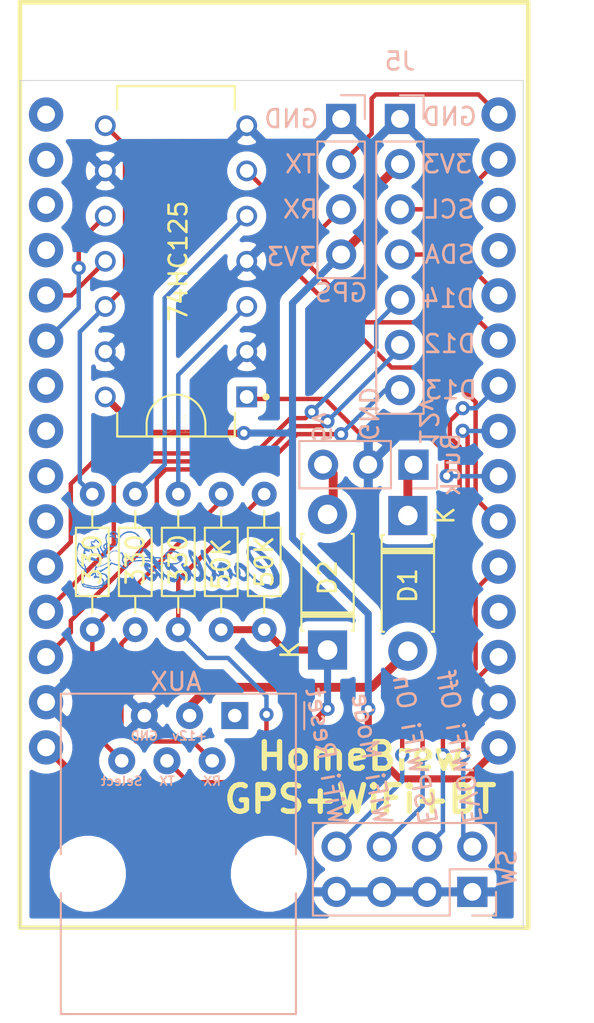
<source format=kicad_pcb>
(kicad_pcb (version 20171130) (host pcbnew "(5.1.7)-1")

  (general
    (thickness 1.6)
    (drawings 33)
    (tracks 202)
    (zones 0)
    (modules 15)
    (nets 40)
  )

  (page A4)
  (layers
    (0 F.Cu signal)
    (31 B.Cu signal)
    (32 B.Adhes user hide)
    (33 F.Adhes user hide)
    (34 B.Paste user hide)
    (35 F.Paste user hide)
    (36 B.SilkS user)
    (37 F.SilkS user)
    (38 B.Mask user hide)
    (39 F.Mask user hide)
    (40 Dwgs.User user hide)
    (41 Cmts.User user hide)
    (42 Eco1.User user hide)
    (43 Eco2.User user hide)
    (44 Edge.Cuts user)
    (45 Margin user hide)
    (46 B.CrtYd user hide)
    (47 F.CrtYd user hide)
    (48 B.Fab user hide)
    (49 F.Fab user hide)
  )

  (setup
    (last_trace_width 0.25)
    (user_trace_width 0.4)
    (trace_clearance 0.2)
    (zone_clearance 0.508)
    (zone_45_only no)
    (trace_min 0.2)
    (via_size 0.8)
    (via_drill 0.4)
    (via_min_size 0.4)
    (via_min_drill 0.3)
    (uvia_size 0.3)
    (uvia_drill 0.1)
    (uvias_allowed no)
    (uvia_min_size 0.2)
    (uvia_min_drill 0.1)
    (edge_width 0.05)
    (segment_width 0.2)
    (pcb_text_width 0.3)
    (pcb_text_size 1.5 1.5)
    (mod_edge_width 0.12)
    (mod_text_size 1 1)
    (mod_text_width 0.15)
    (pad_size 1.524 1.524)
    (pad_drill 0.762)
    (pad_to_mask_clearance 0)
    (aux_axis_origin 0 0)
    (visible_elements 7FFFFFFF)
    (pcbplotparams
      (layerselection 0x010fc_ffffffff)
      (usegerberextensions false)
      (usegerberattributes true)
      (usegerberadvancedattributes true)
      (creategerberjobfile true)
      (excludeedgelayer true)
      (linewidth 0.100000)
      (plotframeref false)
      (viasonmask false)
      (mode 1)
      (useauxorigin false)
      (hpglpennumber 1)
      (hpglpenspeed 20)
      (hpglpendiameter 15.000000)
      (psnegative false)
      (psa4output false)
      (plotreference true)
      (plotvalue true)
      (plotinvisibletext false)
      (padsonsilk false)
      (subtractmaskfromsilk false)
      (outputformat 1)
      (mirror false)
      (drillshape 1)
      (scaleselection 1)
      (outputdirectory ""))
  )

  (net 0 "")
  (net 1 +12V)
  (net 2 "Net-(J1-Pad6)")
  (net 3 GND)
  (net 4 "Net-(J1-Pad4)")
  (net 5 "Net-(J1-Pad2)")
  (net 6 "Net-(J1-Pad1)")
  (net 7 +3V3)
  (net 8 "Net-(U2-PadD2)")
  (net 9 RX2)
  (net 10 TX2)
  (net 11 "Net-(U2-PadD3)")
  (net 12 "Net-(U2-PadD1)")
  (net 13 +5V)
  (net 14 "Net-(U2-PadD25)")
  (net 15 "Net-(U2-PadD33)")
  (net 16 "Net-(U2-PadD39)")
  (net 17 "Net-(U2-PadD36)")
  (net 18 "Net-(U2-PadEN)")
  (net 19 "Net-(R2-Pad1)")
  (net 20 "Net-(R3-Pad1)")
  (net 21 "Net-(U1-Pad11)")
  (net 22 "Net-(U1-Pad10)")
  (net 23 "Net-(R1-Pad1)")
  (net 24 "Net-(U2-PadD27)")
  (net 25 "Net-(U2-PadD26)")
  (net 26 "Net-(J3-Pad6)")
  (net 27 "Net-(J3-Pad8)")
  (net 28 "Net-(J3-Pad2)")
  (net 29 "Net-(J3-Pad4)")
  (net 30 "Net-(D1-Pad1)")
  (net 31 "Net-(D2-Pad2)")
  (net 32 "Net-(J5-Pad4)")
  (net 33 "Net-(J5-Pad3)")
  (net 34 "Net-(J5-Pad5)")
  (net 35 "Net-(J5-Pad6)")
  (net 36 "Net-(J5-Pad7)")
  (net 37 "Net-(U2-PadD34)")
  (net 38 "Net-(J4-Pad2)")
  (net 39 "Net-(J4-Pad3)")

  (net_class Default "This is the default net class."
    (clearance 0.2)
    (trace_width 0.25)
    (via_dia 0.8)
    (via_drill 0.4)
    (uvia_dia 0.3)
    (uvia_drill 0.1)
    (add_net "Net-(D1-Pad1)")
    (add_net "Net-(D2-Pad2)")
    (add_net "Net-(J1-Pad1)")
    (add_net "Net-(J1-Pad2)")
    (add_net "Net-(J1-Pad4)")
    (add_net "Net-(J1-Pad6)")
    (add_net "Net-(J3-Pad2)")
    (add_net "Net-(J3-Pad4)")
    (add_net "Net-(J3-Pad6)")
    (add_net "Net-(J3-Pad8)")
    (add_net "Net-(J4-Pad2)")
    (add_net "Net-(J4-Pad3)")
    (add_net "Net-(J5-Pad3)")
    (add_net "Net-(J5-Pad4)")
    (add_net "Net-(J5-Pad5)")
    (add_net "Net-(J5-Pad6)")
    (add_net "Net-(J5-Pad7)")
    (add_net "Net-(R1-Pad1)")
    (add_net "Net-(R2-Pad1)")
    (add_net "Net-(R3-Pad1)")
    (add_net "Net-(U1-Pad10)")
    (add_net "Net-(U1-Pad11)")
    (add_net "Net-(U2-PadD1)")
    (add_net "Net-(U2-PadD2)")
    (add_net "Net-(U2-PadD25)")
    (add_net "Net-(U2-PadD26)")
    (add_net "Net-(U2-PadD27)")
    (add_net "Net-(U2-PadD3)")
    (add_net "Net-(U2-PadD33)")
    (add_net "Net-(U2-PadD34)")
    (add_net "Net-(U2-PadD36)")
    (add_net "Net-(U2-PadD39)")
    (add_net "Net-(U2-PadEN)")
    (add_net RX2)
    (add_net TX2)
  )

  (net_class 12V ""
    (clearance 0.4)
    (trace_width 0.5)
    (via_dia 0.8)
    (via_drill 0.4)
    (uvia_dia 0.3)
    (uvia_drill 0.1)
    (add_net +12V)
    (add_net GND)
  )

  (net_class 5V_3V3 ""
    (clearance 0.3)
    (trace_width 0.4)
    (via_dia 0.8)
    (via_drill 0.4)
    (uvia_dia 0.3)
    (uvia_drill 0.1)
    (add_net +3V3)
    (add_net +5V)
  )

  (module Diode_THT:D_DO-41_SOD81_P7.62mm_Horizontal (layer F.Cu) (tedit 5AE50CD5) (tstamp 6043FE93)
    (at 57.9755 83.8835 270)
    (descr "Diode, DO-41_SOD81 series, Axial, Horizontal, pin pitch=7.62mm, , length*diameter=5.2*2.7mm^2, , http://www.diodes.com/_files/packages/DO-41%20(Plastic).pdf")
    (tags "Diode DO-41_SOD81 series Axial Horizontal pin pitch 7.62mm  length 5.2mm diameter 2.7mm")
    (path /60389A91)
    (fp_text reference D1 (at 3.937 0 90) (layer F.SilkS)
      (effects (font (size 1 1) (thickness 0.15)))
    )
    (fp_text value D (at 3.81 2.47 90) (layer F.Fab)
      (effects (font (size 1 1) (thickness 0.15)))
    )
    (fp_line (start 1.21 -1.35) (end 1.21 1.35) (layer F.Fab) (width 0.1))
    (fp_line (start 1.21 1.35) (end 6.41 1.35) (layer F.Fab) (width 0.1))
    (fp_line (start 6.41 1.35) (end 6.41 -1.35) (layer F.Fab) (width 0.1))
    (fp_line (start 6.41 -1.35) (end 1.21 -1.35) (layer F.Fab) (width 0.1))
    (fp_line (start 0 0) (end 1.21 0) (layer F.Fab) (width 0.1))
    (fp_line (start 7.62 0) (end 6.41 0) (layer F.Fab) (width 0.1))
    (fp_line (start 1.99 -1.35) (end 1.99 1.35) (layer F.Fab) (width 0.1))
    (fp_line (start 2.09 -1.35) (end 2.09 1.35) (layer F.Fab) (width 0.1))
    (fp_line (start 1.89 -1.35) (end 1.89 1.35) (layer F.Fab) (width 0.1))
    (fp_line (start 1.09 -1.34) (end 1.09 -1.47) (layer F.SilkS) (width 0.12))
    (fp_line (start 1.09 -1.47) (end 6.53 -1.47) (layer F.SilkS) (width 0.12))
    (fp_line (start 6.53 -1.47) (end 6.53 -1.34) (layer F.SilkS) (width 0.12))
    (fp_line (start 1.09 1.34) (end 1.09 1.47) (layer F.SilkS) (width 0.12))
    (fp_line (start 1.09 1.47) (end 6.53 1.47) (layer F.SilkS) (width 0.12))
    (fp_line (start 6.53 1.47) (end 6.53 1.34) (layer F.SilkS) (width 0.12))
    (fp_line (start 1.99 -1.47) (end 1.99 1.47) (layer F.SilkS) (width 0.12))
    (fp_line (start 2.11 -1.47) (end 2.11 1.47) (layer F.SilkS) (width 0.12))
    (fp_line (start 1.87 -1.47) (end 1.87 1.47) (layer F.SilkS) (width 0.12))
    (fp_line (start -1.35 -1.6) (end -1.35 1.6) (layer F.CrtYd) (width 0.05))
    (fp_line (start -1.35 1.6) (end 8.97 1.6) (layer F.CrtYd) (width 0.05))
    (fp_line (start 8.97 1.6) (end 8.97 -1.6) (layer F.CrtYd) (width 0.05))
    (fp_line (start 8.97 -1.6) (end -1.35 -1.6) (layer F.CrtYd) (width 0.05))
    (fp_text user %R (at 4.2 0 90) (layer F.Fab)
      (effects (font (size 1 1) (thickness 0.15)))
    )
    (fp_text user K (at 0 -2.1 90) (layer F.Fab)
      (effects (font (size 1 1) (thickness 0.15)))
    )
    (fp_text user K (at 0 -2.1 90) (layer F.SilkS)
      (effects (font (size 1 1) (thickness 0.15)))
    )
    (pad 1 thru_hole rect (at 0 0 270) (size 2.2 2.2) (drill 1.1) (layers *.Cu *.Mask)
      (net 30 "Net-(D1-Pad1)"))
    (pad 2 thru_hole oval (at 7.62 0 270) (size 2.2 2.2) (drill 1.1) (layers *.Cu *.Mask)
      (net 1 +12V))
    (model ${KISYS3DMOD}/Diode_THT.3dshapes/D_DO-41_SOD81_P7.62mm_Horizontal.wrl
      (at (xyz 0 0 0))
      (scale (xyz 1 1 1))
      (rotate (xyz 0 0 0))
    )
  )

  (module ESP32DEVKIT1:ESP32-DEVKITV1 (layer F.Cu) (tedit 6035BED3) (tstamp 603EA884)
    (at 50.8 80.391 90)
    (path /6035D81E)
    (fp_text reference U2 (at -14.605 -15.875 90) (layer F.SilkS) hide
      (effects (font (size 1 1) (thickness 0.015)))
    )
    (fp_text value ESP32DEVKITV1 (at 0 0 90) (layer F.Fab)
      (effects (font (size 0.787402 0.787402) (thickness 0.015)))
    )
    (fp_line (start -26.65 13.93) (end -26.65 -14.605) (layer F.SilkS) (width 0.254))
    (fp_line (start 25.35 13.93) (end -26.65 13.93) (layer F.SilkS) (width 0.254))
    (fp_line (start 25.35 -14.605) (end 25.35 13.93) (layer F.SilkS) (width 0.254))
    (fp_line (start -26.65 -14.605) (end 25.35 -14.605) (layer F.SilkS) (width 0.254))
    (fp_text user ESP32-DEVKITV1 (at 11.35 15.97 90) (layer F.Fab)
      (effects (font (size 1 1) (thickness 0.015)))
    )
    (pad 3V3 thru_hole circle (at -16.52 12.27 90) (size 1.9304 1.9304) (drill 1) (layers *.Cu *.Mask)
      (net 7 +3V3))
    (pad GND@2 thru_hole circle (at -13.98 12.27 90) (size 1.9304 1.9304) (drill 1) (layers *.Cu *.Mask)
      (net 3 GND))
    (pad D15 thru_hole circle (at -11.44 12.27 90) (size 1.9304 1.9304) (drill 1) (layers *.Cu *.Mask)
      (net 28 "Net-(J3-Pad2)"))
    (pad D2 thru_hole circle (at -8.9 12.27 90) (size 1.9304 1.9304) (drill 1) (layers *.Cu *.Mask)
      (net 8 "Net-(U2-PadD2)"))
    (pad D4 thru_hole circle (at -6.36 12.27 90) (size 1.9304 1.9304) (drill 1) (layers *.Cu *.Mask)
      (net 29 "Net-(J3-Pad4)"))
    (pad D16 thru_hole circle (at -3.82 12.27 90) (size 1.9304 1.9304) (drill 1) (layers *.Cu *.Mask)
      (net 9 RX2))
    (pad D17 thru_hole circle (at -1.28 12.27 90) (size 1.9304 1.9304) (drill 1) (layers *.Cu *.Mask)
      (net 10 TX2))
    (pad D5 thru_hole circle (at 1.26 12.27 90) (size 1.9304 1.9304) (drill 1) (layers *.Cu *.Mask)
      (net 26 "Net-(J3-Pad6)"))
    (pad D18 thru_hole circle (at 3.8 12.27 90) (size 1.9304 1.9304) (drill 1) (layers *.Cu *.Mask)
      (net 27 "Net-(J3-Pad8)"))
    (pad D19 thru_hole circle (at 6.34 12.27 90) (size 1.9304 1.9304) (drill 1) (layers *.Cu *.Mask)
      (net 39 "Net-(J4-Pad3)"))
    (pad D21 thru_hole circle (at 8.88 12.27 90) (size 1.9304 1.9304) (drill 1) (layers *.Cu *.Mask)
      (net 32 "Net-(J5-Pad4)"))
    (pad D3 thru_hole circle (at 11.42 12.27 90) (size 1.9304 1.9304) (drill 1) (layers *.Cu *.Mask)
      (net 11 "Net-(U2-PadD3)"))
    (pad D1 thru_hole circle (at 13.96 12.27 90) (size 1.9304 1.9304) (drill 1) (layers *.Cu *.Mask)
      (net 12 "Net-(U2-PadD1)"))
    (pad D22 thru_hole circle (at 16.5 12.27 90) (size 1.9304 1.9304) (drill 1) (layers *.Cu *.Mask)
      (net 33 "Net-(J5-Pad3)"))
    (pad D23 thru_hole circle (at 19.04 12.27 90) (size 1.9304 1.9304) (drill 1) (layers *.Cu *.Mask)
      (net 38 "Net-(J4-Pad2)"))
    (pad VIN thru_hole circle (at -16.52 -13.135 90) (size 1.9304 1.9304) (drill 1) (layers *.Cu *.Mask)
      (net 13 +5V))
    (pad GND@1 thru_hole circle (at -13.98 -13.135 90) (size 1.9304 1.9304) (drill 1) (layers *.Cu *.Mask)
      (net 3 GND))
    (pad D13 thru_hole circle (at -11.44 -13.135 90) (size 1.9304 1.9304) (drill 1) (layers *.Cu *.Mask)
      (net 36 "Net-(J5-Pad7)"))
    (pad D12 thru_hole circle (at -8.9 -13.135 90) (size 1.9304 1.9304) (drill 1) (layers *.Cu *.Mask)
      (net 35 "Net-(J5-Pad6)"))
    (pad D14 thru_hole circle (at -6.36 -13.135 90) (size 1.9304 1.9304) (drill 1) (layers *.Cu *.Mask)
      (net 34 "Net-(J5-Pad5)"))
    (pad D27 thru_hole circle (at -3.82 -13.135 90) (size 1.9304 1.9304) (drill 1) (layers *.Cu *.Mask)
      (net 24 "Net-(U2-PadD27)"))
    (pad D26 thru_hole circle (at -1.28 -13.135 90) (size 1.9304 1.9304) (drill 1) (layers *.Cu *.Mask)
      (net 25 "Net-(U2-PadD26)"))
    (pad D25 thru_hole circle (at 1.26 -13.135 90) (size 1.9304 1.9304) (drill 1) (layers *.Cu *.Mask)
      (net 14 "Net-(U2-PadD25)"))
    (pad D33 thru_hole circle (at 3.8 -13.135 90) (size 1.9304 1.9304) (drill 1) (layers *.Cu *.Mask)
      (net 15 "Net-(U2-PadD33)"))
    (pad D32 thru_hole circle (at 6.34 -13.135 90) (size 1.9304 1.9304) (drill 1) (layers *.Cu *.Mask)
      (net 22 "Net-(U1-Pad10)"))
    (pad D35 thru_hole circle (at 8.88 -13.135 90) (size 1.9304 1.9304) (drill 1) (layers *.Cu *.Mask)
      (net 21 "Net-(U1-Pad11)"))
    (pad D34 thru_hole circle (at 11.42 -13.135 90) (size 1.9304 1.9304) (drill 1) (layers *.Cu *.Mask)
      (net 37 "Net-(U2-PadD34)"))
    (pad D39 thru_hole circle (at 13.96 -13.135 90) (size 1.9304 1.9304) (drill 1) (layers *.Cu *.Mask)
      (net 16 "Net-(U2-PadD39)"))
    (pad D36 thru_hole circle (at 16.5 -13.135 90) (size 1.9304 1.9304) (drill 1) (layers *.Cu *.Mask)
      (net 17 "Net-(U2-PadD36)"))
    (pad EN thru_hole circle (at 19.04 -13.135 90) (size 1.9304 1.9304) (drill 1) (layers *.Cu *.Mask)
      (net 18 "Net-(U2-PadEN)"))
    (model ${KIPRJMOD}/ESP32DEVKIT1/ESP-WROOM32.STEP
      (offset (xyz -15.75 -1 6))
      (scale (xyz 1 1 1))
      (rotate (xyz -90 0 90))
    )
  )

  (module CoolLick:Coollick (layer B.Cu) (tedit 604275F6) (tstamp 604380E3)
    (at 45.0215 86.36 180)
    (descr "Converted using: svg2mod -i Coollick.svg -c -f .11")
    (tags svg2mod)
    (attr virtual)
    (fp_text reference svg2mod (at 0 4.71236) (layer B.SilkS) hide
      (effects (font (size 1.524 1.524) (thickness 0.3048)) (justify mirror))
    )
    (fp_text value G*** (at 0 -4.71236) (layer B.SilkS) hide
      (effects (font (size 1.524 1.524) (thickness 0.3048)) (justify mirror))
    )
    (fp_poly (pts (xy 1.882406 -0.751752) (xy 1.882406 -0.850055) (xy 1.731283 -1.019152) (xy 1.60657 -1.142031)
      (xy 1.164937 -0.772293) (xy 1.302856 -0.82658) (xy 1.440774 -0.713604) (xy 1.583094 -0.553678)
      (xy 1.641783 -0.414292) (xy 1.621242 -0.390817) (xy 1.429036 -0.497923) (xy 1.29552 -0.620069)
      (xy 1.164937 -0.772293) (xy 1.60657 -1.142031) (xy 1.420233 -1.240335) (xy 1.289651 -1.197786)
      (xy 1.185478 -1.080408) (xy 1.076905 -0.872064) (xy 0.941921 -1.045195) (xy 0.858289 -1.150835)
      (xy 0.81574 -1.177245) (xy 0.758519 -1.127359) (xy 0.740912 -0.97917) (xy 0.771723 -0.725342)
      (xy 0.862691 -0.486186) (xy 0.930916 -0.365874) (xy 1.015281 -0.236759) (xy 1.114685 -0.098841)
      (xy 1.225093 0.044947) (xy 1.374016 0.228715) (xy 1.50093 0.37507) (xy 1.701939 0.568743)
      (xy 1.845726 0.634768) (xy 1.916152 0.571677) (xy 1.851228 0.446597) (xy 1.656455 0.17993)
      (xy 1.543068 0.035674) (xy 1.410667 -0.128302) (xy 1.25925 -0.311998) (xy 1.088818 -0.515413)
      (xy 0.899371 -0.738547) (xy 0.899371 -0.864728) (xy 1.106901 -0.647416) (xy 1.285412 -0.470861)
      (xy 1.434905 -0.335062) (xy 1.61574 -0.205214) (xy 1.750357 -0.161931) (xy 1.820783 -0.216218)
      (xy 1.845726 -0.339464) (xy 1.814914 -0.478116) (xy 1.72248 -0.606497) (xy 1.566221 -0.737447)
      (xy 1.343938 -0.886736) (xy 1.4217 -0.983572) (xy 1.506799 -1.012916) (xy 1.605102 -0.982105)
      (xy 1.712209 -0.904342) (xy 1.882406 -0.751752)) (layer B.Cu) (width 0.031301))
    (fp_poly (pts (xy 0.781994 -0.754686) (xy 0.781994 -0.85299) (xy 0.639307 -0.989808) (xy 0.525231 -1.092146)
      (xy 0.340362 -1.224196) (xy 0.173099 -1.271146) (xy 0.02491 -1.208056) (xy -0.080729 -1.040793)
      (xy -0.118877 -0.820711) (xy -0.07486 -0.643178) (xy 0.095337 -0.442169) (xy 0.239491 -0.312321)
      (xy 0.372641 -0.216218) (xy 0.575116 -0.135521) (xy 0.664617 -0.172201) (xy 0.701297 -0.264636)
      (xy 0.652879 -0.398153) (xy 0.544305 -0.549276) (xy 0.448936 -0.612366) (xy 0.410788 -0.571284)
      (xy 0.412256 -0.549276) (xy 0.413723 -0.528735) (xy 0.400518 -0.509661) (xy 0.371174 -0.519932)
      (xy 0.170165 -0.665186) (xy 0.083599 -0.748818) (xy 0.052788 -0.838318) (xy 0.108542 -0.979171)
      (xy 0.253796 -1.033458) (xy 0.475346 -0.963031) (xy 0.617299 -0.874998) (xy 0.781994 -0.754687)
      (xy 0.781994 -0.754686)) (layer B.Cu) (width 0.031301))
    (fp_poly (pts (xy -0.187836 -0.095906) (xy -0.088065 -0.751752) (xy -0.088065 -0.858859) (xy -0.225617 -1.019886)
      (xy -0.353631 -1.136163) (xy -0.563443 -1.228597) (xy -0.742444 -1.102417) (xy -0.801132 -0.82658)
      (xy -0.789395 -0.718006) (xy -0.761518 -0.63144) (xy -0.701362 -0.5258) (xy -0.50182 -0.282609)
      (xy -0.319885 -0.201546) (xy -0.230385 -0.270505) (xy -0.289074 -0.417227) (xy -0.391779 -0.559547)
      (xy -0.559042 -0.731211) (xy -0.597189 -0.841252) (xy -0.557574 -0.929285) (xy -0.454869 -0.964498)
      (xy -0.303746 -0.914613) (xy -0.088065 -0.751752) (xy -0.187836 -0.095906) (xy -0.258262 -0.068029)
      (xy -0.290541 0.002397) (xy -0.228918 0.146185) (xy -0.10127 0.225414) (xy -0.027909 0.197537)
      (xy 0.001435 0.119775) (xy -0.058721 -0.019611) (xy -0.187836 -0.095906)) (layer B.Cu) (width 0.031301))
    (fp_poly (pts (xy -0.77619 -0.735613) (xy -0.77619 -0.844186) (xy -0.967906 -1.069975) (xy -1.13419 -1.205448)
      (xy -1.275043 -1.250605) (xy -1.439371 -1.13763) (xy -1.214887 -0.471514) (xy -1.068166 -0.301316)
      (xy -0.933182 -0.097373) (xy -0.834878 0.097766) (xy -0.798198 0.228349) (xy -0.821673 0.262095)
      (xy -0.855419 0.245955) (xy -0.950422 0.137381) (xy -1.056428 -0.041619) (xy -1.151797 -0.255466)
      (xy -1.214887 -0.471514) (xy -1.439371 -1.13763) (xy -1.483388 -1.00558) (xy -1.49806 -0.838318)
      (xy -1.480453 -0.674723) (xy -1.427634 -0.483251) (xy -1.34547 -0.275273) (xy -1.23983 -0.065095)
      (xy -1.119152 0.133713) (xy -0.994805 0.304644) (xy -0.871926 0.439261) (xy -0.758583 0.526194)
      (xy -0.689624 0.552603) (xy -0.648542 0.524726) (xy -0.638271 0.432292) (xy -0.67972 0.204873)
      (xy -0.804067 -0.069496) (xy -0.929106 -0.268549) (xy -1.083164 -0.470535) (xy -1.26624 -0.675457)
      (xy -1.280912 -0.792834) (xy -1.241297 -0.945424) (xy -1.128321 -1.004113) (xy -1.049092 -0.976236)
      (xy -0.959591 -0.904342) (xy -0.776189 -0.735613) (xy -0.77619 -0.735613)) (layer B.Cu) (width 0.031301))
    (fp_poly (pts (xy -1.464314 -0.735613) (xy -1.464314 -0.844186) (xy -1.656031 -1.069975) (xy -1.822315 -1.205448)
      (xy -1.963168 -1.250605) (xy -2.127496 -1.13763) (xy -1.903012 -0.471514) (xy -1.756291 -0.301316)
      (xy -1.621307 -0.097373) (xy -1.523003 0.097766) (xy -1.486323 0.228349) (xy -1.509798 0.262095)
      (xy -1.543544 0.245955) (xy -1.638546 0.137381) (xy -1.744553 -0.041619) (xy -1.839922 -0.255466)
      (xy -1.903012 -0.471514) (xy -2.127496 -1.13763) (xy -2.171513 -1.00558) (xy -2.186185 -0.838318)
      (xy -2.168578 -0.674723) (xy -2.115759 -0.483251) (xy -2.033594 -0.275273) (xy -1.927955 -0.065095)
      (xy -1.807276 0.133713) (xy -1.68293 0.304644) (xy -1.56005 0.439261) (xy -1.446708 0.526194)
      (xy -1.377749 0.552603) (xy -1.336667 0.524726) (xy -1.326396 0.432292) (xy -1.367845 0.204873)
      (xy -1.492191 -0.069496) (xy -1.617231 -0.268549) (xy -1.771289 -0.470535) (xy -1.954364 -0.675457)
      (xy -1.969037 -0.792834) (xy -1.929422 -0.945424) (xy -1.816446 -1.004113) (xy -1.737216 -0.976236)
      (xy -1.647716 -0.904342) (xy -1.464314 -0.735613)) (layer B.Cu) (width 0.031301))
    (fp_poly (pts (xy -2.162709 -0.748817) (xy -2.162709 -0.847121) (xy -2.802416 -1.012916) (xy -2.591136 -0.904342)
      (xy -2.616079 -0.772293) (xy -2.577931 -0.584489) (xy -2.464956 -0.36294) (xy -2.673301 -0.496456)
      (xy -2.820022 -0.616768) (xy -2.900719 -0.738547) (xy -2.9374 -0.91608) (xy -2.802416 -1.012916)
      (xy -2.162709 -0.847121) (xy -2.318234 -0.964498) (xy -2.486964 -0.987974) (xy -2.666331 -1.157437)
      (xy -2.822957 -1.213925) (xy -2.972613 -1.159638) (xy -3.081187 -1.011449) (xy -3.120802 -0.801637)
      (xy -3.059178 -0.593293) (xy -2.897785 -0.380546) (xy -2.685038 -0.22062) (xy -2.475226 -0.158996)
      (xy -2.366652 -0.181005) (xy -2.327037 -0.239693) (xy -2.360783 -0.307185) (xy -2.284488 -0.3468)
      (xy -2.263947 -0.445104) (xy -2.297693 -0.622637) (xy -2.387193 -0.823645) (xy -2.360783 -0.850055)
      (xy -2.338775 -0.850055) (xy -2.290357 -0.838318) (xy -2.246341 -0.811908) (xy -2.162709 -0.748817)) (layer B.Cu) (width 0.031301))
    (fp_poly (pts (xy -3.103195 -0.748817) (xy -3.103195 -0.847121) (xy -3.742901 -1.012916) (xy -3.531622 -0.904342)
      (xy -3.556565 -0.772293) (xy -3.518417 -0.584489) (xy -3.405441 -0.36294) (xy -3.613786 -0.496456)
      (xy -3.760508 -0.616768) (xy -3.841205 -0.738547) (xy -3.877885 -0.91608) (xy -3.742901 -1.012916)
      (xy -3.103195 -0.847121) (xy -3.25872 -0.964498) (xy -3.42745 -0.987974) (xy -3.606817 -1.157437)
      (xy -3.763442 -1.213925) (xy -3.913098 -1.159638) (xy -4.021672 -1.011449) (xy -4.061287 -0.801637)
      (xy -3.999664 -0.593293) (xy -3.83827 -0.380546) (xy -3.625524 -0.22062) (xy -3.415712 -0.158996)
      (xy -3.307138 -0.181005) (xy -3.267523 -0.239693) (xy -3.301269 -0.307185) (xy -3.224974 -0.3468)
      (xy -3.204433 -0.445104) (xy -3.238179 -0.622637) (xy -3.327679 -0.823645) (xy -3.301269 -0.850055)
      (xy -3.279261 -0.850055) (xy -3.230843 -0.838318) (xy -3.186826 -0.811908) (xy -3.103195 -0.748817)) (layer B.Cu) (width 0.031301))
    (fp_poly (pts (xy -4.03341 -0.745883) (xy -4.03341 -0.841252) (xy -4.193337 -1.013405) (xy -4.34446 -1.16404)
      (xy -4.48678 -1.293155) (xy -4.689989 -1.451247) (xy -4.888797 -1.567524) (xy -5.082103 -1.640151)
      (xy -5.268806 -1.66436) (xy -5.541708 -1.60127) (xy -5.713373 -1.416401) (xy -5.756289 -1.284718)
      (xy -5.770594 -1.130294) (xy -5.729512 -0.854457) (xy -5.677793 -0.707369) (xy -5.607733 -0.559547)
      (xy -5.5197 -0.40769) (xy -5.41406 -0.251431) (xy -5.288247 -0.088937) (xy -5.142625 0.081627)
      (xy -4.982332 0.249623) (xy -4.82424 0.392677) (xy -4.674583 0.510421) (xy -4.5396 0.599554)
      (xy -4.303378 0.711063) (xy -4.121443 0.747743) (xy -3.99673 0.71253) (xy -3.9175 0.609825)
      (xy -3.889623 0.4543) (xy -3.917867 0.278968) (xy -4.002598 0.084561) (xy -4.129513 -0.114613)
      (xy -4.284304 -0.307185) (xy -4.449366 -0.479216) (xy -4.607091 -0.616768) (xy -4.827174 -0.735613)
      (xy -4.912273 -0.700399) (xy -4.95042 -0.618235) (xy -4.862387 -0.415759) (xy -4.769219 -0.30205)
      (xy -4.668715 -0.198611) (xy -4.542534 -0.098841) (xy -4.532263 -0.107644) (xy -4.548403 -0.153128)
      (xy -4.563075 -0.192742) (xy -4.554272 -0.20448) (xy -4.410484 -0.070963) (xy -4.296775 0.069156)
      (xy -4.193336 0.22248) (xy -4.118508 0.369201) (xy -4.093566 0.486579) (xy -4.11264 0.551136)
      (xy -4.166926 0.574612) (xy -4.296408 0.532796) (xy -4.479444 0.407349) (xy -4.619644 0.286548)
      (xy -4.762453 0.145206) (xy -4.907871 -0.016676) (xy -5.045626 -0.189808) (xy -5.167405 -0.366852)
      (xy -5.273208 -0.547809) (xy -5.383249 -0.805672) (xy -5.419929 -1.030523) (xy -5.384716 -1.231532)
      (xy -5.279076 -1.356245) (xy -5.110347 -1.400261) (xy -4.883295 -1.358813) (xy -4.627632 -1.234466)
      (xy -4.441622 -1.106492) (xy -4.243548 -0.943631) (xy -4.03341 -0.745883)) (layer B.Cu) (width 0.031301))
    (fp_poly (pts (xy 4.45362 -1.648049) (xy 4.75619 -1.589752) (xy 4.899801 -1.541263) (xy 5.04973 -1.51663)
      (xy 5.183454 -1.503109) (xy 5.31732 -1.384672) (xy 5.263898 -1.401496) (xy 5.032932 -1.46797)
      (xy 4.843339 -1.511259) (xy 4.661204 -1.550438) (xy 4.469538 -1.541631) (xy 4.288802 -1.48578)
      (xy 4.201906 -1.462053) (xy 4.240514 -1.518908) (xy 4.501749 -1.598798) (xy 4.75619 -1.589752)
      (xy 4.45362 -1.648049) (xy 4.179764 -1.561126) (xy 4.166942 -1.254364) (xy 4.205714 -1.374206)
      (xy 4.445126 -1.484943) (xy 4.598101 -1.499424) (xy 4.751392 -1.485581) (xy 4.751344 -1.48558)
      (xy 4.883006 -1.444413) (xy 5.032931 -1.413573) (xy 5.16986 -1.394693) (xy 5.327654 -1.233172)
      (xy 5.273354 -1.000151) (xy 5.206801 -1.010698) (xy 5.185767 -0.975455) (xy 5.264656 -0.84257)
      (xy 5.21168 -0.747782) (xy 5.180392 -0.731603) (xy 5.180282 -0.781905) (xy 5.172021 -0.844946)
      (xy 4.976522 -0.922253) (xy 4.83104 -0.922385) (xy 4.689248 -0.861195) (xy 4.675713 -0.801582)
      (xy 4.663588 -0.770961) (xy 4.627092 -0.810806) (xy 4.590595 -0.874723) (xy 4.696775 -0.965365)
      (xy 4.665379 -0.995303) (xy 4.619033 -0.995468) (xy 4.661694 -1.026371) (xy 4.667471 -1.054015)
      (xy 4.48161 -1.006663) (xy 4.305212 -1.049512) (xy 4.213999 -1.11917) (xy 4.166942 -1.254364)
      (xy 4.179764 -1.561126) (xy 4.132947 -1.488117) (xy 4.158918 -1.086752) (xy 4.158918 -1.086751)
      (xy 4.276231 -0.988396) (xy 4.448017 -0.946602) (xy 4.537063 -0.939758) (xy 4.531018 -0.895657)
      (xy 4.574054 -0.774852) (xy 4.590548 -0.753566) (xy 4.498385 -0.727209) (xy 4.379889 -0.703055)
      (xy 4.353557 -0.697661) (xy 4.379373 -0.725734) (xy 4.453103 -0.768192) (xy 4.480492 -0.790889)
      (xy 4.425225 -0.799906) (xy 4.409822 -0.821146) (xy 4.454587 -0.8549) (xy 4.469419 -0.87788)
      (xy 4.40938 -0.849842) (xy 4.236253 -0.81061) (xy 4.06759 -0.851579) (xy 3.926973 -1.070842)
      (xy 4.031459 -1.225214) (xy 4.090234 -1.257889) (xy 4.109766 -1.19251) (xy 4.158918 -1.086752)
      (xy 4.132947 -1.488117) (xy 4.13353 -1.440404) (xy 4.110701 -1.340421) (xy 4.037804 -1.286171)
      (xy 3.960912 -1.276709) (xy 4.018399 -1.329888) (xy 4.110701 -1.340421) (xy 4.13353 -1.440404)
      (xy 4.075017 -1.422049) (xy 3.956126 -1.373316) (xy 3.895304 -1.258962) (xy 3.885964 -1.182111)
      (xy 3.879167 -0.965025) (xy 4.005172 -0.809154) (xy 4.221472 -0.751556) (xy 4.302649 -0.751028)
      (xy 4.377915 -0.62228) (xy 4.586703 -0.678979) (xy 4.568411 -0.592583) (xy 4.568413 -0.592582)
      (xy 4.538024 -0.476921) (xy 4.508918 -0.441562) (xy 4.230154 -0.362713) (xy 3.981818 -0.243972)
      (xy 3.763971 -0.09619) (xy 3.722099 -0.06061) (xy 3.749804 -0.009291) (xy 3.807756 0.165073)
      (xy 3.786272 0.315884) (xy 3.67248 0.443056) (xy 3.507004 0.489263) (xy 3.318852 0.453636)
      (xy 3.137032 0.335309) (xy 3.068539 0.270471) (xy 3.068682 0.161515) (xy 3.102576 -0.026437)
      (xy 3.115335 -0.080243) (xy 3.091128 -0.059177) (xy 3.074798 -0.124038) (xy 2.956442 -0.348467)
      (xy 2.816139 -0.234965) (xy 2.784677 -0.164965) (xy 2.772105 -0.220003) (xy 2.833933 -0.402122)
      (xy 2.93827 -0.479314) (xy 3.122131 -0.335679) (xy 3.148183 -0.292068) (xy 3.261088 -0.287778)
      (xy 3.440904 -0.249759) (xy 3.532855 -0.21603) (xy 3.671507 -0.159966) (xy 3.698765 -0.143136)
      (xy 3.734368 -0.194964) (xy 3.901712 -0.372143) (xy 4.126628 -0.52126) (xy 4.377915 -0.62228)
      (xy 4.302649 -0.751028) (xy 4.292346 -0.712623) (xy 4.163601 -0.617817) (xy 3.959168 -0.495409)
      (xy 3.762087 -0.323635) (xy 3.663761 -0.224507) (xy 3.603141 -0.248185) (xy 3.468641 -0.306833)
      (xy 3.213492 -0.357201) (xy 3.171959 -0.375765) (xy 3.025598 -0.521881) (xy 2.883535 -0.531313)
      (xy 2.684147 -0.099812) (xy 2.854915 -0.144324) (xy 2.896029 -0.188375) (xy 2.863146 -0.213142)
      (xy 2.899409 -0.310826) (xy 2.929576 -0.292009) (xy 3.021216 -0.07851) (xy 3.029973 0.04772)
      (xy 3.010607 0.096539) (xy 2.936769 0.105181) (xy 2.915811 0.08997) (xy 2.952676 0.088724)
      (xy 2.926347 0.066824) (xy 2.836817 0.051276) (xy 2.607028 0.071872) (xy 2.390521 0.084857)
      (xy 2.153588 0.091703) (xy 1.862517 0.093886) (xy 1.584237 0.092923) (xy 1.355013 0.087851)
      (xy 1.109975 0.076414) (xy 0.784249 0.056353) (xy 0.557791 0.014981) (xy 0.477436 -0.022016)
      (xy 0.51111 0.024796) (xy 0.583635 0.116592) (xy 0.606413 0.235569) (xy 0.541999 0.384347)
      (xy 0.330286 0.443804) (xy 0.069969 0.406317) (xy -0.143166 0.28568) (xy -0.243967 0.087142)
      (xy -0.197062 -0.048069) (xy -0.075582 -0.152813) (xy 0.069148 -0.19546) (xy 0.284845 -0.205706)
      (xy 0.589005 -0.183137) (xy 0.999124 -0.127339) (xy 1.414577 -0.066194) (xy 1.712491 -0.031367)
      (xy 1.936573 -0.018899) (xy 2.130533 -0.024829) (xy 2.414163 -0.055275) (xy 2.684147 -0.099812)
      (xy 2.883535 -0.531313) (xy 2.768441 -0.423443) (xy 2.705153 -0.190961) (xy 2.525938 -0.1219)
      (xy 2.273532 -0.092116) (xy 2.033578 -0.081475) (xy 1.781561 -0.090892) (xy 1.492966 -0.121284)
      (xy 1.143277 -0.173566) (xy 0.746441 -0.232155) (xy 0.428484 -0.265145) (xy 0.188505 -0.272601)
      (xy 0.025605 -0.254587) (xy -0.217012 -0.120524) (xy -0.307319 0.100909) (xy -0.238805 0.282006)
      (xy -0.065367 0.419539) (xy 0.165353 0.497426) (xy 0.405712 0.499584) (xy 0.60807 0.409929)
      (xy 0.657457 0.350891) (xy 0.662478 0.148529) (xy 0.653568 0.115727) (xy 0.930353 0.129009)
      (xy 1.176687 0.137985) (xy 1.508538 0.14393) (xy 1.857309 0.146365) (xy 2.154406 0.144812)
      (xy 2.331233 0.13879) (xy 2.42603 0.130288) (xy 2.14225 0.454492) (xy 2.294751 0.283867)
      (xy 2.499762 0.177267) (xy 2.747286 0.158242) (xy 2.993642 0.19723) (xy 3.009649 0.262519)
      (xy 3.069689 0.386075) (xy 3.134641 0.457172) (xy 3.106675 0.386986) (xy 3.084652 0.331694)
      (xy 3.14506 0.38095) (xy 3.399176 0.504718) (xy 3.640707 0.488517) (xy 3.806485 0.336586)
      (xy 3.830555 0.187212) (xy 3.792675 0.022512) (xy 3.764821 -0.059826) (xy 3.846862 -0.126015)
      (xy 4.019183 -0.235326) (xy 4.211493 -0.325975) (xy 4.408091 -0.390561) (xy 4.523436 -0.416156)
      (xy 4.538935 -0.366124) (xy 4.557901 -0.286416) (xy 4.596058 -0.450484) (xy 4.663859 -0.658413)
      (xy 4.80655 -0.85537) (xy 5.038052 -0.840404) (xy 5.03805 -0.840404) (xy 5.087907 -0.821674)
      (xy 5.090415 -0.663679) (xy 5.118821 -0.403965) (xy 5.201805 -0.237096) (xy 5.223971 -0.210763)
      (xy 5.217338 -0.260795) (xy 5.217348 -0.310826) (xy 5.340787 -0.222595) (xy 5.49116 -0.068509)
      (xy 5.584125 0.072686) (xy 5.612543 0.200021) (xy 5.606562 0.444328) (xy 5.542732 0.759344)
      (xy 5.471657 0.883822) (xy 5.437547 0.83401) (xy 5.315098 0.687537) (xy 5.211991 0.578094)
      (xy 5.234799 0.525313) (xy 5.245337 0.438674) (xy 5.274963 0.35812) (xy 5.348926 0.260667)
      (xy 5.209224 0.14718) (xy 5.159332 0.136914) (xy 5.175596 0.095205) (xy 5.16172 -0.008005)
      (xy 4.986491 -0.001403) (xy 4.945312 0.023523) (xy 4.890355 -0.001638) (xy 4.729899 -0.053299)
      (xy 4.57127 -0.065735) (xy 4.482923 -0.060223) (xy 4.413951 -0.118734) (xy 4.353788 -0.162405)
      (xy 4.503315 0.022474) (xy 4.727929 0.117449) (xy 4.917069 0.123105) (xy 4.977927 0.079693)
      (xy 5.124369 0.043202) (xy 5.066269 0.155326) (xy 5.049327 0.193885) (xy 5.156412 0.206982)
      (xy 5.275965 0.232971) (xy 5.286657 0.277275) (xy 5.169861 0.321427) (xy 5.123533 0.336956)
      (xy 5.167752 0.430031) (xy 5.18483 0.490595) (xy 5.048 0.473878) (xy 4.947568 0.437013)
      (xy 4.917863 0.437013) (xy 4.924256 0.505477) (xy 4.903546 0.573941) (xy 4.859478 0.556976)
      (xy 4.77867 0.382072) (xy 4.749767 0.313115) (xy 4.513765 0.205925) (xy 4.221896 0.118972)
      (xy 4.049909 0.119455) (xy 3.937512 0.145909) (xy 3.95754 0.210569) (xy 3.985763 0.382275)
      (xy 3.932889 0.548771) (xy 3.899166 0.609671) (xy 3.92586 0.65743) (xy 3.928213 0.851058)
      (xy 3.903872 0.890441) (xy 3.930223 0.956263) (xy 3.979211 1.184463) (xy 3.945027 1.36628)
      (xy 3.832432 1.448174) (xy 3.673485 1.374775) (xy 3.637317 1.344008) (xy 3.676244 1.349978)
      (xy 3.800228 1.315191) (xy 3.875372 1.178892) (xy 3.87007 0.982556) (xy 3.765102 0.743591)
      (xy 3.765081 0.709359) (xy 3.716316 0.712704) (xy 3.542523 0.737939) (xy 3.419169 0.741376)
      (xy 3.396143 0.794777) (xy 3.334896 0.960132) (xy 3.260346 1.118072) (xy 3.132086 1.304305)
      (xy 2.986965 1.433461) (xy 2.824247 1.506193) (xy 2.66255 1.521357) (xy 2.500313 1.505806)
      (xy 2.310597 1.414961) (xy 2.161571 1.259197) (xy 2.067274 1.053189) (xy 2.04411 0.865505)
      (xy 2.056119 0.673634) (xy 2.14225 0.454492) (xy 2.42603 0.130288) (xy 2.362832 0.16206)
      (xy 2.178431 0.297187) (xy 2.042266 0.483171) (xy 1.964896 0.700089) (xy 1.95688 0.928018)
      (xy 2.030223 1.185814) (xy 2.171176 1.390751) (xy 2.373365 1.533559) (xy 2.58823 1.594281)
      (xy 2.805209 1.58267) (xy 3.007708 1.502361) (xy 3.400326 0.965851) (xy 3.429292 0.866675)
      (xy 3.458257 0.784654) (xy 3.547787 0.784033) (xy 3.674183 0.770135) (xy 3.773158 0.837133)
      (xy 3.835406 1.079522) (xy 3.763357 1.279982) (xy 3.543501 1.241317) (xy 3.460132 1.101225)
      (xy 3.400326 0.965851) (xy 3.007708 1.502361) (xy 3.179135 1.356991) (xy 3.290305 1.190424)
      (xy 3.309727 1.15436) (xy 3.345316 1.195938) (xy 3.406417 1.237516) (xy 3.431929 1.191176)
      (xy 3.396996 1.092927) (xy 3.372319 1.018037) (xy 3.385137 0.99779) (xy 3.420272 1.08524)
      (xy 3.420268 1.08524) (xy 3.486041 1.222168) (xy 3.512463 1.39253) (xy 3.396324 1.41822)
      (xy 3.289579 1.276767) (xy 3.290305 1.190424) (xy 3.179135 1.356991) (xy 3.231799 1.301028)
      (xy 3.406767 1.46924) (xy 3.451755 1.46924) (xy 3.55832 1.367659) (xy 3.55832 1.327654)
      (xy 3.626212 1.394942) (xy 3.685119 1.47902) (xy 3.605719 1.535512) (xy 3.441629 1.494961)
      (xy 3.406767 1.46924) (xy 3.231799 1.301028) (xy 3.268263 1.361303) (xy 3.372118 1.4953)
      (xy 3.498151 1.583433) (xy 3.659211 1.586194) (xy 3.749845 1.500777) (xy 3.790045 1.499302)
      (xy 3.919415 1.477079) (xy 4.004749 1.36798) (xy 4.021472 1.222882) (xy 3.995437 1.041615)
      (xy 3.969105 0.935412) (xy 4.03314 0.850893) (xy 3.995975 0.832336) (xy 3.995557 0.673044)
      (xy 3.979757 0.613439) (xy 4.036364 0.627535) (xy 4.036359 0.627535) (xy 4.093601 0.744577)
      (xy 4.03314 0.850893) (xy 3.969105 0.935412) (xy 4.004704 0.926337) (xy 4.133585 0.824372)
      (xy 4.134069 0.655381) (xy 4.081461 0.588956) (xy 4.044176 0.559206) (xy 4.158697 0.351972)
      (xy 4.091321 0.230304) (xy 4.053368 0.192122) (xy 4.146818 0.184221) (xy 4.240268 0.184221)
      (xy 4.246623 0.223956) (xy 4.293826 0.331919) (xy 4.341747 0.445783) (xy 4.414954 0.606399)
      (xy 4.561608 0.726561) (xy 4.620929 0.763591) (xy 4.675923 0.805395) (xy 4.822273 0.945784)
      (xy 4.772976 0.984725) (xy 4.680119 0.956454) (xy 4.598968 0.988113) (xy 4.584006 1.095891)
      (xy 4.475114 0.992447) (xy 4.424643 0.92169) (xy 4.369158 0.965122) (xy 4.305972 0.989822)
      (xy 4.316557 0.797213) (xy 4.331129 0.653721) (xy 4.236467 0.488541) (xy 4.158697 0.351972)
      (xy 4.044176 0.559206) (xy 4.075203 0.540337) (xy 4.126429 0.488254) (xy 4.146628 0.455039)
      (xy 4.193807 0.527971) (xy 4.26468 0.649672) (xy 4.288374 0.698441) (xy 4.266029 0.759953)
      (xy 4.230562 0.930718) (xy 4.268558 1.034159) (xy 4.391649 1.027255) (xy 4.422849 0.996054)
      (xy 4.433693 1.024575) (xy 4.579001 1.153252) (xy 4.672137 1.042127) (xy 4.68406 1.022121)
      (xy 4.853748 1.008828) (xy 4.738009 0.704077) (xy 4.490122 0.604061) (xy 4.392798 0.383374)
      (xy 4.420993 0.236886) (xy 4.503304 0.262205) (xy 4.645828 0.321408) (xy 4.7259 0.407223)
      (xy 4.822499 0.60049) (xy 4.892358 0.633772) (xy 4.987502 0.556012) (xy 5.018437 0.528366)
      (xy 5.043464 0.555892) (xy 4.997059 0.611483) (xy 4.738009 0.704077) (xy 4.853748 1.008828)
      (xy 4.812685 0.83266) (xy 4.780146 0.795557) (xy 5.077714 0.631365) (xy 5.054032 0.638547)
      (xy 5.077714 0.601423) (xy 5.125094 0.563853) (xy 5.148794 0.572104) (xy 5.077714 0.631365)
      (xy 4.780146 0.795557) (xy 5.020161 0.705322) (xy 5.123483 0.672925) (xy 5.189301 0.657332)
      (xy 5.298134 0.762127) (xy 5.417628 0.903053) (xy 5.512254 0.963601) (xy 5.568701 0.844236)
      (xy 5.646296 0.588268) (xy 5.677582 0.342345) (xy 5.566312 -0.019127) (xy 5.526698 -0.065195)
      (xy 5.369755 -0.232055) (xy 5.211294 -0.344413) (xy 5.190252 -0.400665) (xy 5.174901 -0.487253)
      (xy 5.178839 -0.521485) (xy 5.263137 -0.463299) (xy 5.263135 -0.463299) (xy 5.391505 -0.340227)
      (xy 5.491821 -0.199666) (xy 5.566312 -0.019127) (xy 5.677582 0.342345) (xy 5.663151 0.110049)
      (xy 5.603597 -0.105037) (xy 5.499512 -0.299331) (xy 5.351487 -0.469249) (xy 5.219017 -0.57415)
      (xy 5.159838 -0.63998) (xy 5.177071 -0.668946) (xy 5.306395 -0.7473) (xy 5.312357 -0.921168)
      (xy 5.342584 -0.997008) (xy 5.394606 -1.2172) (xy 5.379754 -1.345461) (xy 5.285187 -1.516417)
      (xy 5.06193 -1.581095) (xy 4.923517 -1.600999) (xy 4.806336 -1.638) (xy 4.626045 -1.652932)
      (xy 4.453629 -1.648048) (xy 4.45362 -1.648049)) (layer B.Cu) (width 0.010533))
  )

  (module Resistor_THT:R_Axial_DIN0204_L3.6mm_D1.6mm_P7.62mm_Horizontal (layer F.Cu) (tedit 5AE5139B) (tstamp 604088C7)
    (at 49.911 82.677 270)
    (descr "Resistor, Axial_DIN0204 series, Axial, Horizontal, pin pitch=7.62mm, 0.167W, length*diameter=3.6*1.6mm^2, http://cdn-reichelt.de/documents/datenblatt/B400/1_4W%23YAG.pdf")
    (tags "Resistor Axial_DIN0204 series Axial Horizontal pin pitch 7.62mm 0.167W length 3.6mm diameter 1.6mm")
    (path /603F11F3)
    (fp_text reference 50K (at 3.81 0 90) (layer F.SilkS)
      (effects (font (size 1 1) (thickness 0.15)))
    )
    (fp_text value 50K (at 3.81 1.92 90) (layer F.Fab)
      (effects (font (size 1 1) (thickness 0.15)))
    )
    (fp_line (start 2.01 -0.8) (end 2.01 0.8) (layer F.Fab) (width 0.1))
    (fp_line (start 2.01 0.8) (end 5.61 0.8) (layer F.Fab) (width 0.1))
    (fp_line (start 5.61 0.8) (end 5.61 -0.8) (layer F.Fab) (width 0.1))
    (fp_line (start 5.61 -0.8) (end 2.01 -0.8) (layer F.Fab) (width 0.1))
    (fp_line (start 0 0) (end 2.01 0) (layer F.Fab) (width 0.1))
    (fp_line (start 7.62 0) (end 5.61 0) (layer F.Fab) (width 0.1))
    (fp_line (start 1.89 -0.92) (end 1.89 0.92) (layer F.SilkS) (width 0.12))
    (fp_line (start 1.89 0.92) (end 5.73 0.92) (layer F.SilkS) (width 0.12))
    (fp_line (start 5.73 0.92) (end 5.73 -0.92) (layer F.SilkS) (width 0.12))
    (fp_line (start 5.73 -0.92) (end 1.89 -0.92) (layer F.SilkS) (width 0.12))
    (fp_line (start 0.94 0) (end 1.89 0) (layer F.SilkS) (width 0.12))
    (fp_line (start 6.68 0) (end 5.73 0) (layer F.SilkS) (width 0.12))
    (fp_line (start -0.95 -1.05) (end -0.95 1.05) (layer F.CrtYd) (width 0.05))
    (fp_line (start -0.95 1.05) (end 8.57 1.05) (layer F.CrtYd) (width 0.05))
    (fp_line (start 8.57 1.05) (end 8.57 -1.05) (layer F.CrtYd) (width 0.05))
    (fp_line (start 8.57 -1.05) (end -0.95 -1.05) (layer F.CrtYd) (width 0.05))
    (fp_text user %R (at 3.81 0 90) (layer F.Fab)
      (effects (font (size 0.72 0.72) (thickness 0.108)))
    )
    (pad 1 thru_hole circle (at 0 0 270) (size 1.4 1.4) (drill 0.7) (layers *.Cu *.Mask)
      (net 4 "Net-(J1-Pad4)"))
    (pad 2 thru_hole oval (at 7.62 0 270) (size 1.4 1.4) (drill 0.7) (layers *.Cu *.Mask)
      (net 13 +5V))
    (model ${KISYS3DMOD}/Resistor_THT.3dshapes/R_Axial_DIN0204_L3.6mm_D1.6mm_P7.62mm_Horizontal.wrl
      (offset (xyz 0 0 0.5))
      (scale (xyz 1 1 1))
      (rotate (xyz 0 0 0))
    )
  )

  (module SN74HC125N:DIP794W45P254L1969H508Q14 (layer F.Cu) (tedit 6035BDB3) (tstamp 603859B7)
    (at 44.958 69.596 180)
    (path /6035EA34)
    (fp_text reference U1 (at 0 -9.144) (layer F.SilkS)
      (effects (font (size 1 1) (thickness 0.015)))
    )
    (fp_text value SN74HC125N (at 11.875 11.135) (layer F.Fab)
      (effects (font (size 1 1) (thickness 0.015)))
    )
    (fp_line (start -3.3 9.845) (end -3.3 8.525) (layer F.SilkS) (width 0.127))
    (fp_line (start 3.3 9.845) (end -3.3 9.845) (layer F.SilkS) (width 0.127))
    (fp_line (start 3.3 8.525) (end 3.3 9.845) (layer F.SilkS) (width 0.127))
    (fp_line (start -4.805 -10.095) (end -4.805 10.095) (layer F.CrtYd) (width 0.05))
    (fp_line (start 4.805 -10.095) (end 4.805 10.095) (layer F.CrtYd) (width 0.05))
    (fp_line (start 4.805 10.095) (end -4.805 10.095) (layer F.CrtYd) (width 0.05))
    (fp_line (start 4.805 -10.095) (end -4.805 -10.095) (layer F.CrtYd) (width 0.05))
    (fp_line (start 3.3 -9.845) (end 3.3 9.845) (layer F.Fab) (width 0.127))
    (fp_line (start -3.3 -9.845) (end -3.3 9.845) (layer F.Fab) (width 0.127))
    (fp_line (start 3.3 -9.845) (end 3.3 -8.525) (layer F.SilkS) (width 0.127))
    (fp_line (start -3.3 -9.845) (end 3.3 -9.845) (layer F.SilkS) (width 0.127))
    (fp_line (start -3.3 -8.525) (end -3.3 -9.845) (layer F.SilkS) (width 0.127))
    (fp_line (start -3.3 9.845) (end 3.3 9.845) (layer F.Fab) (width 0.127))
    (fp_line (start -3.3 -9.845) (end 3.3 -9.845) (layer F.Fab) (width 0.127))
    (fp_circle (center -5.055 -7.62) (end -4.955 -7.62) (layer F.Fab) (width 0.2))
    (fp_circle (center -5.055 -7.62) (end -4.955 -7.62) (layer F.SilkS) (width 0.2))
    (pad 1 thru_hole rect (at -3.97 -7.62 180) (size 1.17 1.17) (drill 0.77) (layers *.Cu *.Mask)
      (net 10 TX2))
    (pad 2 thru_hole circle (at -3.97 -5.08 180) (size 1.17 1.17) (drill 0.77) (layers *.Cu *.Mask)
      (net 3 GND))
    (pad 3 thru_hole circle (at -3.97 -2.54 180) (size 1.17 1.17) (drill 0.77) (layers *.Cu *.Mask)
      (net 20 "Net-(R3-Pad1)"))
    (pad 4 thru_hole circle (at -3.97 0 180) (size 1.17 1.17) (drill 0.77) (layers *.Cu *.Mask)
      (net 3 GND))
    (pad 5 thru_hole circle (at -3.97 2.54 180) (size 1.17 1.17) (drill 0.77) (layers *.Cu *.Mask)
      (net 19 "Net-(R2-Pad1)"))
    (pad 6 thru_hole circle (at -3.97 5.08 180) (size 1.17 1.17) (drill 0.77) (layers *.Cu *.Mask)
      (net 9 RX2))
    (pad 7 thru_hole circle (at -3.97 7.62 180) (size 1.17 1.17) (drill 0.77) (layers *.Cu *.Mask)
      (net 3 GND))
    (pad 8 thru_hole circle (at 3.97 7.62 180) (size 1.17 1.17) (drill 0.77) (layers *.Cu *.Mask)
      (net 23 "Net-(R1-Pad1)"))
    (pad 9 thru_hole circle (at 3.97 5.08 180) (size 1.17 1.17) (drill 0.77) (layers *.Cu *.Mask)
      (net 3 GND))
    (pad 10 thru_hole circle (at 3.97 2.54 180) (size 1.17 1.17) (drill 0.77) (layers *.Cu *.Mask)
      (net 22 "Net-(U1-Pad10)"))
    (pad 11 thru_hole circle (at 3.97 0 180) (size 1.17 1.17) (drill 0.77) (layers *.Cu *.Mask)
      (net 21 "Net-(U1-Pad11)"))
    (pad 12 thru_hole circle (at 3.97 -2.54 180) (size 1.17 1.17) (drill 0.77) (layers *.Cu *.Mask)
      (net 23 "Net-(R1-Pad1)"))
    (pad 13 thru_hole circle (at 3.97 -5.08 180) (size 1.17 1.17) (drill 0.77) (layers *.Cu *.Mask)
      (net 3 GND))
    (pad 14 thru_hole circle (at 3.97 -7.62 180) (size 1.17 1.17) (drill 0.77) (layers *.Cu *.Mask)
      (net 7 +3V3))
    (model ${KISYS3DMOD}/Package_DIP.3dshapes/DIP-14_W7.62mm.step
      (offset (xyz -3.75 7.5 0))
      (scale (xyz 1 1 1))
      (rotate (xyz 0 0 0))
    )
  )

  (module Diode_THT:D_DO-41_SOD81_P7.62mm_Horizontal (layer F.Cu) (tedit 5AE50CD5) (tstamp 6043FF6E)
    (at 53.467 91.44 90)
    (descr "Diode, DO-41_SOD81 series, Axial, Horizontal, pin pitch=7.62mm, , length*diameter=5.2*2.7mm^2, , http://www.diodes.com/_files/packages/DO-41%20(Plastic).pdf")
    (tags "Diode DO-41_SOD81 series Axial Horizontal pin pitch 7.62mm  length 5.2mm diameter 2.7mm")
    (path /60441790)
    (fp_text reference D2 (at 4.064 0 90) (layer F.SilkS)
      (effects (font (size 1 1) (thickness 0.15)))
    )
    (fp_text value D (at 2.794 0.635 90) (layer F.Fab)
      (effects (font (size 1 1) (thickness 0.15)))
    )
    (fp_line (start 8.97 -1.6) (end -1.35 -1.6) (layer F.CrtYd) (width 0.05))
    (fp_line (start 8.97 1.6) (end 8.97 -1.6) (layer F.CrtYd) (width 0.05))
    (fp_line (start -1.35 1.6) (end 8.97 1.6) (layer F.CrtYd) (width 0.05))
    (fp_line (start -1.35 -1.6) (end -1.35 1.6) (layer F.CrtYd) (width 0.05))
    (fp_line (start 1.87 -1.47) (end 1.87 1.47) (layer F.SilkS) (width 0.12))
    (fp_line (start 2.11 -1.47) (end 2.11 1.47) (layer F.SilkS) (width 0.12))
    (fp_line (start 1.99 -1.47) (end 1.99 1.47) (layer F.SilkS) (width 0.12))
    (fp_line (start 6.53 1.47) (end 6.53 1.34) (layer F.SilkS) (width 0.12))
    (fp_line (start 1.09 1.47) (end 6.53 1.47) (layer F.SilkS) (width 0.12))
    (fp_line (start 1.09 1.34) (end 1.09 1.47) (layer F.SilkS) (width 0.12))
    (fp_line (start 6.53 -1.47) (end 6.53 -1.34) (layer F.SilkS) (width 0.12))
    (fp_line (start 1.09 -1.47) (end 6.53 -1.47) (layer F.SilkS) (width 0.12))
    (fp_line (start 1.09 -1.34) (end 1.09 -1.47) (layer F.SilkS) (width 0.12))
    (fp_line (start 1.89 -1.35) (end 1.89 1.35) (layer F.Fab) (width 0.1))
    (fp_line (start 2.09 -1.35) (end 2.09 1.35) (layer F.Fab) (width 0.1))
    (fp_line (start 1.99 -1.35) (end 1.99 1.35) (layer F.Fab) (width 0.1))
    (fp_line (start 7.62 0) (end 6.41 0) (layer F.Fab) (width 0.1))
    (fp_line (start 0 0) (end 1.21 0) (layer F.Fab) (width 0.1))
    (fp_line (start 6.41 -1.35) (end 1.21 -1.35) (layer F.Fab) (width 0.1))
    (fp_line (start 6.41 1.35) (end 6.41 -1.35) (layer F.Fab) (width 0.1))
    (fp_line (start 1.21 1.35) (end 6.41 1.35) (layer F.Fab) (width 0.1))
    (fp_line (start 1.21 -1.35) (end 1.21 1.35) (layer F.Fab) (width 0.1))
    (fp_text user K (at 0 -2.1 90) (layer F.SilkS)
      (effects (font (size 1 1) (thickness 0.15)))
    )
    (fp_text user K (at 0 -2.1 90) (layer F.Fab)
      (effects (font (size 1 1) (thickness 0.15)))
    )
    (fp_text user %R (at 4.2 0 90) (layer F.Fab)
      (effects (font (size 1 1) (thickness 0.15)))
    )
    (pad 2 thru_hole oval (at 7.62 0 90) (size 2.2 2.2) (drill 1.1) (layers *.Cu *.Mask)
      (net 31 "Net-(D2-Pad2)"))
    (pad 1 thru_hole rect (at 0 0 90) (size 2.2 2.2) (drill 1.1) (layers *.Cu *.Mask)
      (net 13 +5V))
    (model ${KISYS3DMOD}/Diode_THT.3dshapes/D_DO-41_SOD81_P7.62mm_Horizontal.wrl
      (at (xyz 0 0 0))
      (scale (xyz 1 1 1))
      (rotate (xyz 0 0 0))
    )
  )

  (module Connector_RJ:RJ12_Amphenol_54601 (layer B.Cu) (tedit 5AE2E32D) (tstamp 604087EF)
    (at 48.26 95.123 180)
    (descr "RJ12 connector  https://cdn.amphenol-icc.com/media/wysiwyg/files/drawing/c-bmj-0082.pdf")
    (tags "RJ12 connector")
    (path /6035F8D6)
    (fp_text reference AUX (at 3.302 1.905) (layer B.SilkS)
      (effects (font (size 1 1) (thickness 0.15)) (justify mirror))
    )
    (fp_text value RJ12-AUX (at 3.54 -18.3) (layer B.Fab)
      (effects (font (size 1 1) (thickness 0.15)) (justify mirror))
    )
    (fp_line (start -3.43 0.48) (end -3.43 1.23) (layer B.Fab) (width 0.1))
    (fp_line (start -2.93 -0.02) (end -3.43 0.48) (layer B.Fab) (width 0.1))
    (fp_line (start -3.43 -0.52) (end -2.93 -0.02) (layer B.Fab) (width 0.1))
    (fp_line (start -3.9 -0.77) (end -3.9 0.76) (layer B.SilkS) (width 0.12))
    (fp_line (start -3.43 -7.79) (end -3.43 1.23) (layer B.SilkS) (width 0.12))
    (fp_line (start -3.43 -7.72) (end -3.43 -7.79) (layer B.SilkS) (width 0.1))
    (fp_line (start -3.43 -16.77) (end -3.43 -9.99) (layer B.SilkS) (width 0.12))
    (fp_line (start 9.77 -16.77) (end -3.43 -16.77) (layer B.SilkS) (width 0.12))
    (fp_line (start 9.77 -16.76) (end 9.77 -16.77) (layer B.SilkS) (width 0.1))
    (fp_line (start 9.77 -16.77) (end 9.77 -9.99) (layer B.SilkS) (width 0.12))
    (fp_line (start 9.77 -16.65) (end 9.77 -16.77) (layer B.SilkS) (width 0.1))
    (fp_line (start 9.77 1.23) (end 9.77 -7.79) (layer B.SilkS) (width 0.12))
    (fp_line (start -3.43 1.23) (end 9.77 1.23) (layer B.SilkS) (width 0.12))
    (fp_line (start -4.04 -17.27) (end -4.04 1.73) (layer B.CrtYd) (width 0.05))
    (fp_line (start 10.38 -17.27) (end -4.04 -17.27) (layer B.CrtYd) (width 0.05))
    (fp_line (start 10.38 1.73) (end 10.38 -17.27) (layer B.CrtYd) (width 0.05))
    (fp_line (start -4.04 1.73) (end 10.38 1.73) (layer B.CrtYd) (width 0.05))
    (fp_line (start 9.77 -16.77) (end -3.43 -16.77) (layer B.Fab) (width 0.1))
    (fp_line (start 9.77 1.23) (end 9.77 -16.77) (layer B.Fab) (width 0.1))
    (fp_line (start -3.43 1.23) (end 9.77 1.23) (layer B.Fab) (width 0.1))
    (fp_line (start -3.43 -16.77) (end -3.43 -0.52) (layer B.Fab) (width 0.1))
    (fp_text user %R (at 3.16 -7.76) (layer B.Fab)
      (effects (font (size 1 1) (thickness 0.15)) (justify mirror))
    )
    (pad "" np_thru_hole circle (at 8.25 -8.89 180) (size 3.25 3.25) (drill 3.25) (layers *.Cu *.Mask))
    (pad 6 thru_hole circle (at 6.35 -2.54 180) (size 1.52 1.52) (drill 0.76) (layers *.Cu *.Mask)
      (net 2 "Net-(J1-Pad6)"))
    (pad 5 thru_hole circle (at 5.08 0 180) (size 1.52 1.52) (drill 0.76) (layers *.Cu *.Mask)
      (net 3 GND))
    (pad 4 thru_hole circle (at 3.81 -2.54 180) (size 1.52 1.52) (drill 0.76) (layers *.Cu *.Mask)
      (net 4 "Net-(J1-Pad4)"))
    (pad 3 thru_hole circle (at 2.54 0 180) (size 1.52 1.52) (drill 0.76) (layers *.Cu *.Mask)
      (net 1 +12V))
    (pad 2 thru_hole circle (at 1.27 -2.54 180) (size 1.52 1.52) (drill 0.76) (layers *.Cu *.Mask)
      (net 5 "Net-(J1-Pad2)"))
    (pad "" np_thru_hole circle (at -1.91 -8.89 180) (size 3.25 3.25) (drill 3.25) (layers *.Cu *.Mask))
    (pad 1 thru_hole rect (at 0 0 180) (size 1.52 1.52) (drill 0.76) (layers *.Cu *.Mask)
      (net 6 "Net-(J1-Pad1)"))
    (model ${KISYS3DMOD}/Connector_RJ.3dshapes/RJ12_Amphenol_54601.wrl
      (at (xyz 0 0 0))
      (scale (xyz 1 1 1))
      (rotate (xyz 0 0 0))
    )
  )

  (module Connector_PinHeader_2.54mm:PinHeader_1x04_P2.54mm_Vertical (layer B.Cu) (tedit 59FED5CC) (tstamp 60408807)
    (at 54.229 61.595 180)
    (descr "Through hole straight pin header, 1x04, 2.54mm pitch, single row")
    (tags "Through hole pin header THT 1x04 2.54mm single row")
    (path /603B67CB)
    (fp_text reference GPS (at 0 -9.779) (layer B.SilkS)
      (effects (font (size 1 1) (thickness 0.15)) (justify mirror))
    )
    (fp_text value GPS (at 0 -9.95) (layer B.Fab)
      (effects (font (size 1 1) (thickness 0.15)) (justify mirror))
    )
    (fp_line (start -0.635 1.27) (end 1.27 1.27) (layer B.Fab) (width 0.1))
    (fp_line (start 1.27 1.27) (end 1.27 -8.89) (layer B.Fab) (width 0.1))
    (fp_line (start 1.27 -8.89) (end -1.27 -8.89) (layer B.Fab) (width 0.1))
    (fp_line (start -1.27 -8.89) (end -1.27 0.635) (layer B.Fab) (width 0.1))
    (fp_line (start -1.27 0.635) (end -0.635 1.27) (layer B.Fab) (width 0.1))
    (fp_line (start -1.33 -8.95) (end 1.33 -8.95) (layer B.SilkS) (width 0.12))
    (fp_line (start -1.33 -1.27) (end -1.33 -8.95) (layer B.SilkS) (width 0.12))
    (fp_line (start 1.33 -1.27) (end 1.33 -8.95) (layer B.SilkS) (width 0.12))
    (fp_line (start -1.33 -1.27) (end 1.33 -1.27) (layer B.SilkS) (width 0.12))
    (fp_line (start -1.33 0) (end -1.33 1.33) (layer B.SilkS) (width 0.12))
    (fp_line (start -1.33 1.33) (end 0 1.33) (layer B.SilkS) (width 0.12))
    (fp_line (start -1.8 1.8) (end -1.8 -9.4) (layer B.CrtYd) (width 0.05))
    (fp_line (start -1.8 -9.4) (end 1.8 -9.4) (layer B.CrtYd) (width 0.05))
    (fp_line (start 1.8 -9.4) (end 1.8 1.8) (layer B.CrtYd) (width 0.05))
    (fp_line (start 1.8 1.8) (end -1.8 1.8) (layer B.CrtYd) (width 0.05))
    (fp_text user %R (at 0 -3.81 270) (layer B.Fab)
      (effects (font (size 1 1) (thickness 0.15)) (justify mirror))
    )
    (pad 1 thru_hole rect (at 0 0 180) (size 1.7 1.7) (drill 1) (layers *.Cu *.Mask)
      (net 3 GND))
    (pad 2 thru_hole oval (at 0 -2.54 180) (size 1.7 1.7) (drill 1) (layers *.Cu *.Mask)
      (net 38 "Net-(J4-Pad2)"))
    (pad 3 thru_hole oval (at 0 -5.08 180) (size 1.7 1.7) (drill 1) (layers *.Cu *.Mask)
      (net 39 "Net-(J4-Pad3)"))
    (pad 4 thru_hole oval (at 0 -7.62 180) (size 1.7 1.7) (drill 1) (layers *.Cu *.Mask)
      (net 7 +3V3))
    (model ${KISYS3DMOD}/Connector_PinHeader_2.54mm.3dshapes/PinHeader_1x04_P2.54mm_Vertical.wrl
      (at (xyz 0 0 0))
      (scale (xyz 1 1 1))
      (rotate (xyz 0 0 0))
    )
  )

  (module Connector_PinHeader_2.54mm:PinHeader_2x04_P2.54mm_Vertical (layer B.Cu) (tedit 59FED5CC) (tstamp 60408825)
    (at 61.595 105.029 90)
    (descr "Through hole straight pin header, 2x04, 2.54mm pitch, double rows")
    (tags "Through hole pin header THT 2x04 2.54mm double row")
    (path /60446A65)
    (fp_text reference SW (at 1.3335 1.9685 -90) (layer B.SilkS)
      (effects (font (size 1 1) (thickness 0.15)) (justify mirror))
    )
    (fp_text value SW (at 1.27 -9.95 -90) (layer B.Fab)
      (effects (font (size 1 1) (thickness 0.15)) (justify mirror))
    )
    (fp_line (start 0 1.27) (end 3.81 1.27) (layer B.Fab) (width 0.1))
    (fp_line (start 3.81 1.27) (end 3.81 -8.89) (layer B.Fab) (width 0.1))
    (fp_line (start 3.81 -8.89) (end -1.27 -8.89) (layer B.Fab) (width 0.1))
    (fp_line (start -1.27 -8.89) (end -1.27 0) (layer B.Fab) (width 0.1))
    (fp_line (start -1.27 0) (end 0 1.27) (layer B.Fab) (width 0.1))
    (fp_line (start -1.33 -8.95) (end 3.87 -8.95) (layer B.SilkS) (width 0.12))
    (fp_line (start -1.33 -1.27) (end -1.33 -8.95) (layer B.SilkS) (width 0.12))
    (fp_line (start 3.87 1.33) (end 3.87 -8.95) (layer B.SilkS) (width 0.12))
    (fp_line (start -1.33 -1.27) (end 1.27 -1.27) (layer B.SilkS) (width 0.12))
    (fp_line (start 1.27 -1.27) (end 1.27 1.33) (layer B.SilkS) (width 0.12))
    (fp_line (start 1.27 1.33) (end 3.87 1.33) (layer B.SilkS) (width 0.12))
    (fp_line (start -1.33 0) (end -1.33 1.33) (layer B.SilkS) (width 0.12))
    (fp_line (start -1.33 1.33) (end 0 1.33) (layer B.SilkS) (width 0.12))
    (fp_line (start -1.8 1.8) (end -1.8 -9.4) (layer B.CrtYd) (width 0.05))
    (fp_line (start -1.8 -9.4) (end 4.35 -9.4) (layer B.CrtYd) (width 0.05))
    (fp_line (start 4.35 -9.4) (end 4.35 1.8) (layer B.CrtYd) (width 0.05))
    (fp_line (start 4.35 1.8) (end -1.8 1.8) (layer B.CrtYd) (width 0.05))
    (fp_text user %R (at 1.27 -3.81) (layer B.Fab)
      (effects (font (size 1 1) (thickness 0.15)) (justify mirror))
    )
    (pad 1 thru_hole rect (at 0 0 90) (size 1.7 1.7) (drill 1) (layers *.Cu *.Mask)
      (net 3 GND))
    (pad 2 thru_hole oval (at 2.54 0 90) (size 1.7 1.7) (drill 1) (layers *.Cu *.Mask)
      (net 28 "Net-(J3-Pad2)"))
    (pad 3 thru_hole oval (at 0 -2.54 90) (size 1.7 1.7) (drill 1) (layers *.Cu *.Mask)
      (net 3 GND))
    (pad 4 thru_hole oval (at 2.54 -2.54 90) (size 1.7 1.7) (drill 1) (layers *.Cu *.Mask)
      (net 29 "Net-(J3-Pad4)"))
    (pad 5 thru_hole oval (at 0 -5.08 90) (size 1.7 1.7) (drill 1) (layers *.Cu *.Mask)
      (net 3 GND))
    (pad 6 thru_hole oval (at 2.54 -5.08 90) (size 1.7 1.7) (drill 1) (layers *.Cu *.Mask)
      (net 26 "Net-(J3-Pad6)"))
    (pad 7 thru_hole oval (at 0 -7.62 90) (size 1.7 1.7) (drill 1) (layers *.Cu *.Mask)
      (net 3 GND))
    (pad 8 thru_hole oval (at 2.54 -7.62 90) (size 1.7 1.7) (drill 1) (layers *.Cu *.Mask)
      (net 27 "Net-(J3-Pad8)"))
    (model ${KISYS3DMOD}/Connector_PinHeader_2.54mm.3dshapes/PinHeader_2x04_P2.54mm_Vertical.wrl
      (at (xyz 0 0 0))
      (scale (xyz 1 1 1))
      (rotate (xyz 0 0 0))
    )
  )

  (module Connector_PinHeader_2.54mm:PinHeader_1x03_P2.54mm_Vertical (layer B.Cu) (tedit 59FED5CC) (tstamp 6040883C)
    (at 58.293 81.026 90)
    (descr "Through hole straight pin header, 1x03, 2.54mm pitch, single row")
    (tags "Through hole pin header THT 1x03 2.54mm single row")
    (path /60437828)
    (fp_text reference Buck (at 0 2.0955 270) (layer B.SilkS)
      (effects (font (size 1 1) (thickness 0.15)) (justify mirror))
    )
    (fp_text value BUCK (at 0 -7.41 90) (layer B.Fab)
      (effects (font (size 1 1) (thickness 0.15)) (justify mirror))
    )
    (fp_line (start -0.635 1.27) (end 1.27 1.27) (layer B.Fab) (width 0.1))
    (fp_line (start 1.27 1.27) (end 1.27 -6.35) (layer B.Fab) (width 0.1))
    (fp_line (start 1.27 -6.35) (end -1.27 -6.35) (layer B.Fab) (width 0.1))
    (fp_line (start -1.27 -6.35) (end -1.27 0.635) (layer B.Fab) (width 0.1))
    (fp_line (start -1.27 0.635) (end -0.635 1.27) (layer B.Fab) (width 0.1))
    (fp_line (start -1.33 -6.41) (end 1.33 -6.41) (layer B.SilkS) (width 0.12))
    (fp_line (start -1.33 -1.27) (end -1.33 -6.41) (layer B.SilkS) (width 0.12))
    (fp_line (start 1.33 -1.27) (end 1.33 -6.41) (layer B.SilkS) (width 0.12))
    (fp_line (start -1.33 -1.27) (end 1.33 -1.27) (layer B.SilkS) (width 0.12))
    (fp_line (start -1.33 0) (end -1.33 1.33) (layer B.SilkS) (width 0.12))
    (fp_line (start -1.33 1.33) (end 0 1.33) (layer B.SilkS) (width 0.12))
    (fp_line (start -1.8 1.8) (end -1.8 -6.85) (layer B.CrtYd) (width 0.05))
    (fp_line (start -1.8 -6.85) (end 1.8 -6.85) (layer B.CrtYd) (width 0.05))
    (fp_line (start 1.8 -6.85) (end 1.8 1.8) (layer B.CrtYd) (width 0.05))
    (fp_line (start 1.8 1.8) (end -1.8 1.8) (layer B.CrtYd) (width 0.05))
    (fp_text user %R (at 0 -2.54 180) (layer B.Fab)
      (effects (font (size 1 1) (thickness 0.15)) (justify mirror))
    )
    (pad 1 thru_hole rect (at 0 0 90) (size 1.7 1.7) (drill 1) (layers *.Cu *.Mask)
      (net 30 "Net-(D1-Pad1)"))
    (pad 2 thru_hole oval (at 0 -2.54 90) (size 1.7 1.7) (drill 1) (layers *.Cu *.Mask)
      (net 3 GND))
    (pad 3 thru_hole oval (at 0 -5.08 90) (size 1.7 1.7) (drill 1) (layers *.Cu *.Mask)
      (net 31 "Net-(D2-Pad2)"))
    (model ${KISYS3DMOD}/Connector_PinHeader_2.54mm.3dshapes/PinHeader_1x03_P2.54mm_Vertical.wrl
      (at (xyz 0 0 0))
      (scale (xyz 1 1 1))
      (rotate (xyz 0 0 0))
    )
  )

  (module Resistor_THT:R_Axial_DIN0204_L3.6mm_D1.6mm_P7.62mm_Horizontal (layer F.Cu) (tedit 5AE5139B) (tstamp 6040886B)
    (at 40.259 82.677 270)
    (descr "Resistor, Axial_DIN0204 series, Axial, Horizontal, pin pitch=7.62mm, 0.167W, length*diameter=3.6*1.6mm^2, http://cdn-reichelt.de/documents/datenblatt/B400/1_4W%23YAG.pdf")
    (tags "Resistor Axial_DIN0204 series Axial Horizontal pin pitch 7.62mm 0.167W length 3.6mm diameter 1.6mm")
    (path /60396DB2)
    (fp_text reference 330 (at 3.683 0 90) (layer F.SilkS)
      (effects (font (size 1 1) (thickness 0.15)))
    )
    (fp_text value 330R (at 3.937 0.127 90) (layer F.Fab)
      (effects (font (size 1 1) (thickness 0.15)))
    )
    (fp_line (start 8.57 -1.05) (end -0.95 -1.05) (layer F.CrtYd) (width 0.05))
    (fp_line (start 8.57 1.05) (end 8.57 -1.05) (layer F.CrtYd) (width 0.05))
    (fp_line (start -0.95 1.05) (end 8.57 1.05) (layer F.CrtYd) (width 0.05))
    (fp_line (start -0.95 -1.05) (end -0.95 1.05) (layer F.CrtYd) (width 0.05))
    (fp_line (start 6.68 0) (end 5.73 0) (layer F.SilkS) (width 0.12))
    (fp_line (start 0.94 0) (end 1.89 0) (layer F.SilkS) (width 0.12))
    (fp_line (start 5.73 -0.92) (end 1.89 -0.92) (layer F.SilkS) (width 0.12))
    (fp_line (start 5.73 0.92) (end 5.73 -0.92) (layer F.SilkS) (width 0.12))
    (fp_line (start 1.89 0.92) (end 5.73 0.92) (layer F.SilkS) (width 0.12))
    (fp_line (start 1.89 -0.92) (end 1.89 0.92) (layer F.SilkS) (width 0.12))
    (fp_line (start 7.62 0) (end 5.61 0) (layer F.Fab) (width 0.1))
    (fp_line (start 0 0) (end 2.01 0) (layer F.Fab) (width 0.1))
    (fp_line (start 5.61 -0.8) (end 2.01 -0.8) (layer F.Fab) (width 0.1))
    (fp_line (start 5.61 0.8) (end 5.61 -0.8) (layer F.Fab) (width 0.1))
    (fp_line (start 2.01 0.8) (end 5.61 0.8) (layer F.Fab) (width 0.1))
    (fp_line (start 2.01 -0.8) (end 2.01 0.8) (layer F.Fab) (width 0.1))
    (fp_text user %R (at -0.762 -8.509 90) (layer F.Fab)
      (effects (font (size 0.72 0.72) (thickness 0.108)))
    )
    (pad 2 thru_hole oval (at 7.62 0 270) (size 1.4 1.4) (drill 0.7) (layers *.Cu *.Mask)
      (net 2 "Net-(J1-Pad6)"))
    (pad 1 thru_hole circle (at 0 0 270) (size 1.4 1.4) (drill 0.7) (layers *.Cu *.Mask)
      (net 23 "Net-(R1-Pad1)"))
    (model ${KISYS3DMOD}/Resistor_THT.3dshapes/R_Axial_DIN0204_L3.6mm_D1.6mm_P7.62mm_Horizontal.wrl
      (offset (xyz 0 0 0.5))
      (scale (xyz 1 1 1))
      (rotate (xyz 0 0 0))
    )
  )

  (module Resistor_THT:R_Axial_DIN0204_L3.6mm_D1.6mm_P7.62mm_Horizontal (layer F.Cu) (tedit 5AE5139B) (tstamp 60408882)
    (at 42.672 82.677 270)
    (descr "Resistor, Axial_DIN0204 series, Axial, Horizontal, pin pitch=7.62mm, 0.167W, length*diameter=3.6*1.6mm^2, http://cdn-reichelt.de/documents/datenblatt/B400/1_4W%23YAG.pdf")
    (tags "Resistor Axial_DIN0204 series Axial Horizontal pin pitch 7.62mm 0.167W length 3.6mm diameter 1.6mm")
    (path /60397D91)
    (fp_text reference 330 (at 3.683 0 90) (layer F.SilkS)
      (effects (font (size 1 1) (thickness 0.15)))
    )
    (fp_text value 330R (at 3.81 0 90) (layer F.Fab)
      (effects (font (size 1 1) (thickness 0.15)))
    )
    (fp_line (start 2.01 -0.8) (end 2.01 0.8) (layer F.Fab) (width 0.1))
    (fp_line (start 2.01 0.8) (end 5.61 0.8) (layer F.Fab) (width 0.1))
    (fp_line (start 5.61 0.8) (end 5.61 -0.8) (layer F.Fab) (width 0.1))
    (fp_line (start 5.61 -0.8) (end 2.01 -0.8) (layer F.Fab) (width 0.1))
    (fp_line (start 0 0) (end 2.01 0) (layer F.Fab) (width 0.1))
    (fp_line (start 7.62 0) (end 5.61 0) (layer F.Fab) (width 0.1))
    (fp_line (start 1.89 -0.92) (end 1.89 0.92) (layer F.SilkS) (width 0.12))
    (fp_line (start 1.89 0.92) (end 5.73 0.92) (layer F.SilkS) (width 0.12))
    (fp_line (start 5.73 0.92) (end 5.73 -0.92) (layer F.SilkS) (width 0.12))
    (fp_line (start 5.73 -0.92) (end 1.89 -0.92) (layer F.SilkS) (width 0.12))
    (fp_line (start 0.94 0) (end 1.89 0) (layer F.SilkS) (width 0.12))
    (fp_line (start 6.68 0) (end 5.73 0) (layer F.SilkS) (width 0.12))
    (fp_line (start -0.95 -1.05) (end -0.95 1.05) (layer F.CrtYd) (width 0.05))
    (fp_line (start -0.95 1.05) (end 8.57 1.05) (layer F.CrtYd) (width 0.05))
    (fp_line (start 8.57 1.05) (end 8.57 -1.05) (layer F.CrtYd) (width 0.05))
    (fp_line (start 8.57 -1.05) (end -0.95 -1.05) (layer F.CrtYd) (width 0.05))
    (fp_text user %R (at 6.35 -19.05 90) (layer F.Fab)
      (effects (font (size 0.72 0.72) (thickness 0.108)))
    )
    (pad 1 thru_hole circle (at 0 0 270) (size 1.4 1.4) (drill 0.7) (layers *.Cu *.Mask)
      (net 19 "Net-(R2-Pad1)"))
    (pad 2 thru_hole oval (at 7.62 0 270) (size 1.4 1.4) (drill 0.7) (layers *.Cu *.Mask)
      (net 5 "Net-(J1-Pad2)"))
    (model ${KISYS3DMOD}/Resistor_THT.3dshapes/R_Axial_DIN0204_L3.6mm_D1.6mm_P7.62mm_Horizontal.wrl
      (offset (xyz 0 0 0.5))
      (scale (xyz 1 1 1))
      (rotate (xyz 0 0 0))
    )
  )

  (module Resistor_THT:R_Axial_DIN0204_L3.6mm_D1.6mm_P7.62mm_Horizontal (layer F.Cu) (tedit 5AE5139B) (tstamp 60408899)
    (at 45.085 82.677 270)
    (descr "Resistor, Axial_DIN0204 series, Axial, Horizontal, pin pitch=7.62mm, 0.167W, length*diameter=3.6*1.6mm^2, http://cdn-reichelt.de/documents/datenblatt/B400/1_4W%23YAG.pdf")
    (tags "Resistor Axial_DIN0204 series Axial Horizontal pin pitch 7.62mm 0.167W length 3.6mm diameter 1.6mm")
    (path /60397723)
    (fp_text reference 330 (at 3.683 0 90) (layer F.SilkS)
      (effects (font (size 1 1) (thickness 0.15)))
    )
    (fp_text value 330R (at 3.937 0.127 90) (layer F.Fab)
      (effects (font (size 1 1) (thickness 0.15)))
    )
    (fp_line (start 2.01 -0.8) (end 2.01 0.8) (layer F.Fab) (width 0.1))
    (fp_line (start 2.01 0.8) (end 5.61 0.8) (layer F.Fab) (width 0.1))
    (fp_line (start 5.61 0.8) (end 5.61 -0.8) (layer F.Fab) (width 0.1))
    (fp_line (start 5.61 -0.8) (end 2.01 -0.8) (layer F.Fab) (width 0.1))
    (fp_line (start 0 0) (end 2.01 0) (layer F.Fab) (width 0.1))
    (fp_line (start 7.62 0) (end 5.61 0) (layer F.Fab) (width 0.1))
    (fp_line (start 1.89 -0.92) (end 1.89 0.92) (layer F.SilkS) (width 0.12))
    (fp_line (start 1.89 0.92) (end 5.73 0.92) (layer F.SilkS) (width 0.12))
    (fp_line (start 5.73 0.92) (end 5.73 -0.92) (layer F.SilkS) (width 0.12))
    (fp_line (start 5.73 -0.92) (end 1.89 -0.92) (layer F.SilkS) (width 0.12))
    (fp_line (start 0.94 0) (end 1.89 0) (layer F.SilkS) (width 0.12))
    (fp_line (start 6.68 0) (end 5.73 0) (layer F.SilkS) (width 0.12))
    (fp_line (start -0.95 -1.05) (end -0.95 1.05) (layer F.CrtYd) (width 0.05))
    (fp_line (start -0.95 1.05) (end 8.57 1.05) (layer F.CrtYd) (width 0.05))
    (fp_line (start 8.57 1.05) (end 8.57 -1.05) (layer F.CrtYd) (width 0.05))
    (fp_line (start 8.57 -1.05) (end -0.95 -1.05) (layer F.CrtYd) (width 0.05))
    (fp_text user %R (at 0.254 -22.733 90) (layer F.Fab)
      (effects (font (size 0.72 0.72) (thickness 0.108)))
    )
    (pad 1 thru_hole circle (at 0 0 270) (size 1.4 1.4) (drill 0.7) (layers *.Cu *.Mask)
      (net 20 "Net-(R3-Pad1)"))
    (pad 2 thru_hole oval (at 7.62 0 270) (size 1.4 1.4) (drill 0.7) (layers *.Cu *.Mask)
      (net 4 "Net-(J1-Pad4)"))
    (model ${KISYS3DMOD}/Resistor_THT.3dshapes/R_Axial_DIN0204_L3.6mm_D1.6mm_P7.62mm_Horizontal.wrl
      (offset (xyz 0 0 0.5))
      (scale (xyz 1 1 1))
      (rotate (xyz 0 0 0))
    )
  )

  (module Resistor_THT:R_Axial_DIN0204_L3.6mm_D1.6mm_P7.62mm_Horizontal (layer F.Cu) (tedit 5AE5139B) (tstamp 604088B0)
    (at 47.498 82.677 270)
    (descr "Resistor, Axial_DIN0204 series, Axial, Horizontal, pin pitch=7.62mm, 0.167W, length*diameter=3.6*1.6mm^2, http://cdn-reichelt.de/documents/datenblatt/B400/1_4W%23YAG.pdf")
    (tags "Resistor Axial_DIN0204 series Axial Horizontal pin pitch 7.62mm 0.167W length 3.6mm diameter 1.6mm")
    (path /603F32AD)
    (fp_text reference 50K (at 3.937 0 90) (layer F.SilkS)
      (effects (font (size 1 1) (thickness 0.15)))
    )
    (fp_text value 50K (at 3.81 0 90) (layer F.Fab)
      (effects (font (size 1 1) (thickness 0.15)))
    )
    (fp_line (start 8.57 -1.05) (end -0.95 -1.05) (layer F.CrtYd) (width 0.05))
    (fp_line (start 8.57 1.05) (end 8.57 -1.05) (layer F.CrtYd) (width 0.05))
    (fp_line (start -0.95 1.05) (end 8.57 1.05) (layer F.CrtYd) (width 0.05))
    (fp_line (start -0.95 -1.05) (end -0.95 1.05) (layer F.CrtYd) (width 0.05))
    (fp_line (start 6.68 0) (end 5.73 0) (layer F.SilkS) (width 0.12))
    (fp_line (start 0.94 0) (end 1.89 0) (layer F.SilkS) (width 0.12))
    (fp_line (start 5.73 -0.92) (end 1.89 -0.92) (layer F.SilkS) (width 0.12))
    (fp_line (start 5.73 0.92) (end 5.73 -0.92) (layer F.SilkS) (width 0.12))
    (fp_line (start 1.89 0.92) (end 5.73 0.92) (layer F.SilkS) (width 0.12))
    (fp_line (start 1.89 -0.92) (end 1.89 0.92) (layer F.SilkS) (width 0.12))
    (fp_line (start 7.62 0) (end 5.61 0) (layer F.Fab) (width 0.1))
    (fp_line (start 0 0) (end 2.01 0) (layer F.Fab) (width 0.1))
    (fp_line (start 5.61 -0.8) (end 2.01 -0.8) (layer F.Fab) (width 0.1))
    (fp_line (start 5.61 0.8) (end 5.61 -0.8) (layer F.Fab) (width 0.1))
    (fp_line (start 2.01 0.8) (end 5.61 0.8) (layer F.Fab) (width 0.1))
    (fp_line (start 2.01 -0.8) (end 2.01 0.8) (layer F.Fab) (width 0.1))
    (fp_text user %R (at 3.556 11.811 90) (layer F.Fab)
      (effects (font (size 0.72 0.72) (thickness 0.108)))
    )
    (pad 2 thru_hole oval (at 7.62 0 270) (size 1.4 1.4) (drill 0.7) (layers *.Cu *.Mask)
      (net 13 +5V))
    (pad 1 thru_hole circle (at 0 0 270) (size 1.4 1.4) (drill 0.7) (layers *.Cu *.Mask)
      (net 2 "Net-(J1-Pad6)"))
    (model ${KISYS3DMOD}/Resistor_THT.3dshapes/R_Axial_DIN0204_L3.6mm_D1.6mm_P7.62mm_Horizontal.wrl
      (offset (xyz 0 0 0.5))
      (scale (xyz 1 1 1))
      (rotate (xyz 0 0 0))
    )
  )

  (module Connector_PinHeader_2.54mm:PinHeader_1x07_P2.54mm_Vertical (layer B.Cu) (tedit 59FED5CC) (tstamp 6043A434)
    (at 57.531 61.595 180)
    (descr "Through hole straight pin header, 1x07, 2.54mm pitch, single row")
    (tags "Through hole pin header THT 1x07 2.54mm single row")
    (path /604F316D)
    (fp_text reference J5 (at 0 3.2385) (layer B.SilkS)
      (effects (font (size 1 1) (thickness 0.15)) (justify mirror))
    )
    (fp_text value Conn_01x07 (at 0 -17.57) (layer B.Fab)
      (effects (font (size 1 1) (thickness 0.15)) (justify mirror))
    )
    (fp_line (start -0.635 1.27) (end 1.27 1.27) (layer B.Fab) (width 0.1))
    (fp_line (start 1.27 1.27) (end 1.27 -16.51) (layer B.Fab) (width 0.1))
    (fp_line (start 1.27 -16.51) (end -1.27 -16.51) (layer B.Fab) (width 0.1))
    (fp_line (start -1.27 -16.51) (end -1.27 0.635) (layer B.Fab) (width 0.1))
    (fp_line (start -1.27 0.635) (end -0.635 1.27) (layer B.Fab) (width 0.1))
    (fp_line (start -1.33 -16.57) (end 1.33 -16.57) (layer B.SilkS) (width 0.12))
    (fp_line (start -1.33 -1.27) (end -1.33 -16.57) (layer B.SilkS) (width 0.12))
    (fp_line (start 1.33 -1.27) (end 1.33 -16.57) (layer B.SilkS) (width 0.12))
    (fp_line (start -1.33 -1.27) (end 1.33 -1.27) (layer B.SilkS) (width 0.12))
    (fp_line (start -1.33 0) (end -1.33 1.33) (layer B.SilkS) (width 0.12))
    (fp_line (start -1.33 1.33) (end 0 1.33) (layer B.SilkS) (width 0.12))
    (fp_line (start -1.8 1.8) (end -1.8 -17.05) (layer B.CrtYd) (width 0.05))
    (fp_line (start -1.8 -17.05) (end 1.8 -17.05) (layer B.CrtYd) (width 0.05))
    (fp_line (start 1.8 -17.05) (end 1.8 1.8) (layer B.CrtYd) (width 0.05))
    (fp_line (start 1.8 1.8) (end -1.8 1.8) (layer B.CrtYd) (width 0.05))
    (fp_text user %R (at 0 -7.62 270) (layer B.Fab)
      (effects (font (size 1 1) (thickness 0.15)) (justify mirror))
    )
    (pad 1 thru_hole rect (at 0 0 180) (size 1.7 1.7) (drill 1) (layers *.Cu *.Mask)
      (net 3 GND))
    (pad 2 thru_hole oval (at 0 -2.54 180) (size 1.7 1.7) (drill 1) (layers *.Cu *.Mask)
      (net 7 +3V3))
    (pad 3 thru_hole oval (at 0 -5.08 180) (size 1.7 1.7) (drill 1) (layers *.Cu *.Mask)
      (net 33 "Net-(J5-Pad3)"))
    (pad 4 thru_hole oval (at 0 -7.62 180) (size 1.7 1.7) (drill 1) (layers *.Cu *.Mask)
      (net 32 "Net-(J5-Pad4)"))
    (pad 5 thru_hole oval (at 0 -10.16 180) (size 1.7 1.7) (drill 1) (layers *.Cu *.Mask)
      (net 34 "Net-(J5-Pad5)"))
    (pad 6 thru_hole oval (at 0 -12.7 180) (size 1.7 1.7) (drill 1) (layers *.Cu *.Mask)
      (net 35 "Net-(J5-Pad6)"))
    (pad 7 thru_hole oval (at 0 -15.24 180) (size 1.7 1.7) (drill 1) (layers *.Cu *.Mask)
      (net 36 "Net-(J5-Pad7)"))
    (model ${KISYS3DMOD}/Connector_PinHeader_2.54mm.3dshapes/PinHeader_1x07_P2.54mm_Vertical.wrl
      (at (xyz 0 0 0))
      (scale (xyz 1 1 1))
      (rotate (xyz 0 0 0))
    )
  )

  (gr_line (start 43.307 79.4385) (end 43.307 78.74) (layer F.SilkS) (width 0.12) (tstamp 6047C19E))
  (gr_line (start 46.609 79.4385) (end 43.307 79.4385) (layer F.SilkS) (width 0.12))
  (gr_line (start 46.609 78.74) (end 46.609 79.4385) (layer F.SilkS) (width 0.12))
  (gr_arc (start 44.958 78.74) (end 46.609 78.74) (angle -180) (layer F.SilkS) (width 0.12))
  (gr_text D13 (at 60.3885 76.835) (layer B.SilkS) (tstamp 6043F253)
    (effects (font (size 1 1) (thickness 0.15)) (justify mirror))
  )
  (gr_text D12 (at 60.325 74.2315) (layer B.SilkS) (tstamp 6043F253)
    (effects (font (size 1 1) (thickness 0.15)) (justify mirror))
  )
  (gr_text D14 (at 60.2615 71.6915) (layer B.SilkS) (tstamp 6043F253)
    (effects (font (size 1 1) (thickness 0.15)) (justify mirror))
  )
  (gr_text "HomeBrew\nGPS+WiFi+BT" (at 55.3085 98.6155) (layer F.SilkS)
    (effects (font (size 1.5 1.5) (thickness 0.3)))
  )
  (gr_text GND (at 43.18 96.266) (layer B.SilkS) (tstamp 6040FE35)
    (effects (font (size 0.5 0.5) (thickness 0.1)) (justify mirror))
  )
  (gr_text RX (at 46.99 98.806) (layer B.SilkS) (tstamp 6040FE35)
    (effects (font (size 0.5 0.5) (thickness 0.1)) (justify mirror))
  )
  (gr_text TX (at 44.45 98.806) (layer B.SilkS) (tstamp 6040FE35)
    (effects (font (size 0.5 0.5) (thickness 0.1)) (justify mirror))
  )
  (gr_text Select (at 41.91 98.806) (layer B.SilkS) (tstamp 6040FE35)
    (effects (font (size 0.5 0.5) (thickness 0.1)) (justify mirror))
  )
  (gr_text +12v (at 45.72 96.266) (layer B.SilkS) (tstamp 6040F45B)
    (effects (font (size 0.5 0.5) (thickness 0.1)) (justify mirror))
  )
  (gr_text 5v (at 53.1 78.9 270) (layer B.SilkS) (tstamp 6040F45B)
    (effects (font (size 1 1) (thickness 0.15)) (justify mirror))
  )
  (gr_text GND (at 55.753 78.1685 270) (layer B.SilkS) (tstamp 6040F45B)
    (effects (font (size 1 1) (thickness 0.15)) (justify mirror))
  )
  (gr_text 12v (at 59.13 78.6 270) (layer B.SilkS) (tstamp 6040F45B)
    (effects (font (size 1 1) (thickness 0.15)) (justify mirror))
  )
  (gr_text SDA (at 60.325 69.215) (layer B.SilkS) (tstamp 6040F45B)
    (effects (font (size 1 1) (thickness 0.15)) (justify mirror))
  )
  (gr_text SCL (at 60.325 66.675) (layer B.SilkS) (tstamp 6040F45B)
    (effects (font (size 1 1) (thickness 0.15)) (justify mirror))
  )
  (gr_text GND (at 60.325 61.468) (layer B.SilkS) (tstamp 6040F45B)
    (effects (font (size 1 1) (thickness 0.15)) (justify mirror))
  )
  (gr_text 3V3 (at 60.198 64.135) (layer B.SilkS) (tstamp 6040F36C)
    (effects (font (size 1 1) (thickness 0.15)) (justify mirror))
  )
  (gr_text GND (at 51.435 61.595) (layer B.SilkS)
    (effects (font (size 1 1) (thickness 0.15)) (justify mirror))
  )
  (gr_text TX (at 51.943 64.135) (layer B.SilkS)
    (effects (font (size 1 1) (thickness 0.15)) (justify mirror))
  )
  (gr_text RX (at 51.943 66.675) (layer B.SilkS)
    (effects (font (size 1 1) (thickness 0.15)) (justify mirror))
  )
  (gr_text 3V3 (at 51.435 69.342) (layer B.SilkS)
    (effects (font (size 1 1) (thickness 0.15)) (justify mirror))
  )
  (gr_text 74HC125 (at 45.085 69.596 90) (layer F.SilkS)
    (effects (font (size 1 1) (thickness 0.15)))
  )
  (gr_text "WiFi Reset" (at 53.4035 97.409 280) (layer B.SilkS)
    (effects (font (size 1 1) (thickness 0.15)) (justify mirror))
  )
  (gr_text "WiFi Mode" (at 55.9435 97.536 280) (layer B.SilkS)
    (effects (font (size 1 1) (thickness 0.15)) (justify mirror))
  )
  (gr_text "ESPWiFi On" (at 58.3565 97.028 280) (layer B.SilkS) (tstamp 6044137D)
    (effects (font (size 1 1) (thickness 0.15)) (justify mirror))
  )
  (gr_text "EVOWiFi Off" (at 60.833 96.901 280) (layer B.SilkS)
    (effects (font (size 1 1) (thickness 0.15)) (justify mirror))
  )
  (gr_line (start 36.195 59.436) (end 36.195 107.061) (layer Edge.Cuts) (width 0.05) (tstamp 60395206))
  (gr_line (start 64.4525 59.436) (end 36.195 59.436) (layer Edge.Cuts) (width 0.05))
  (gr_line (start 64.4525 107.061) (end 64.4525 59.436) (layer Edge.Cuts) (width 0.05))
  (gr_line (start 36.195 107.061) (end 64.4525 107.061) (layer Edge.Cuts) (width 0.05))

  (segment (start 57.9755 91.5035) (end 55.9435 93.5355) (width 0.5) (layer F.Cu) (net 1))
  (segment (start 55.9435 93.5355) (end 46.7995 93.5355) (width 0.5) (layer F.Cu) (net 1))
  (segment (start 45.72 94.615) (end 45.72 95.123) (width 0.5) (layer F.Cu) (net 1))
  (segment (start 46.7995 93.5355) (end 45.72 94.615) (width 0.5) (layer F.Cu) (net 1))
  (segment (start 47.498 83.058) (end 47.498 82.677) (width 0.25) (layer F.Cu) (net 2))
  (segment (start 40.259 90.297) (end 47.498 83.058) (width 0.25) (layer F.Cu) (net 2))
  (segment (start 40.259 96.012) (end 40.259 90.297) (width 0.25) (layer F.Cu) (net 2))
  (segment (start 41.91 97.663) (end 40.259 96.012) (width 0.25) (layer F.Cu) (net 2))
  (segment (start 48.928 61.976) (end 47.912 62.992) (width 0.5) (layer B.Cu) (net 3))
  (segment (start 48.928 61.976) (end 49.944 62.992) (width 0.5) (layer B.Cu) (net 3))
  (segment (start 54.229 61.595) (end 53.975 61.595) (width 0.5) (layer B.Cu) (net 3))
  (segment (start 54.229 61.595) (end 54.483 61.595) (width 0.5) (layer B.Cu) (net 3))
  (segment (start 54.229 61.595) (end 54.61 61.595) (width 0.5) (layer B.Cu) (net 3))
  (segment (start 54.229 61.595) (end 52.832 62.992) (width 0.5) (layer B.Cu) (net 3))
  (segment (start 57.531 61.595) (end 58.928 62.992) (width 0.5) (layer B.Cu) (net 3))
  (segment (start 55.8165 81.026) (end 57.277 79.5655) (width 0.5) (layer B.Cu) (net 3))
  (segment (start 54.356 61.595) (end 55.88 63.119) (width 0.5) (layer B.Cu) (net 3))
  (segment (start 54.229 61.595) (end 54.356 61.595) (width 0.5) (layer B.Cu) (net 3))
  (segment (start 57.404 61.595) (end 55.88 63.119) (width 0.5) (layer B.Cu) (net 3))
  (segment (start 57.531 61.595) (end 57.404 61.595) (width 0.5) (layer B.Cu) (net 3))
  (segment (start 45.085 87.503) (end 49.911 82.677) (width 0.25) (layer F.Cu) (net 4))
  (segment (start 45.085 90.297) (end 45.085 87.503) (width 0.25) (layer F.Cu) (net 4))
  (segment (start 44.45 97.663) (end 45.6565 98.8695) (width 0.25) (layer F.Cu) (net 4))
  (segment (start 45.6565 98.8695) (end 47.8155 98.8695) (width 0.25) (layer F.Cu) (net 4))
  (via (at 50.038 95.0595) (size 0.8) (drill 0.4) (layers F.Cu B.Cu) (net 4))
  (segment (start 50.038 96.647) (end 50.038 95.0595) (width 0.25) (layer F.Cu) (net 4))
  (segment (start 47.8155 98.8695) (end 50.038 96.647) (width 0.25) (layer F.Cu) (net 4))
  (segment (start 50.038 95.0595) (end 50.038 94.0435) (width 0.25) (layer B.Cu) (net 4))
  (segment (start 50.038 94.0435) (end 47.879 91.8845) (width 0.25) (layer B.Cu) (net 4))
  (segment (start 46.6725 91.8845) (end 45.085 90.297) (width 0.25) (layer B.Cu) (net 4))
  (segment (start 47.879 91.8845) (end 46.6725 91.8845) (width 0.25) (layer B.Cu) (net 4))
  (segment (start 41.894999 91.074001) (end 42.672 90.297) (width 0.25) (layer F.Cu) (net 5))
  (segment (start 41.894999 95.739801) (end 41.894999 91.074001) (width 0.25) (layer F.Cu) (net 5))
  (segment (start 45.904999 96.577999) (end 42.733197 96.577999) (width 0.25) (layer F.Cu) (net 5))
  (segment (start 42.733197 96.577999) (end 41.894999 95.739801) (width 0.25) (layer F.Cu) (net 5))
  (segment (start 46.99 97.663) (end 45.904999 96.577999) (width 0.25) (layer F.Cu) (net 5))
  (via (at 48.768 79.248) (size 0.8) (drill 0.4) (layers F.Cu B.Cu) (net 7))
  (segment (start 48.768 79.248) (end 51.308 79.248) (width 0.4) (layer B.Cu) (net 7))
  (segment (start 51.308 79.248) (end 51.4985 79.0575) (width 0.4) (layer B.Cu) (net 7))
  (segment (start 40.988 77.216) (end 43.033011 79.261011) (width 0.4) (layer F.Cu) (net 7))
  (segment (start 43.033011 79.261011) (end 48.754989 79.261011) (width 0.4) (layer F.Cu) (net 7))
  (segment (start 48.754989 79.261011) (end 48.768 79.248) (width 0.4) (layer F.Cu) (net 7))
  (segment (start 51.4985 71.9455) (end 54.229 69.215) (width 0.4) (layer B.Cu) (net 7))
  (segment (start 51.4985 79.0575) (end 51.4985 71.9455) (width 0.4) (layer B.Cu) (net 7))
  (segment (start 54.229 69.215) (end 55.88 67.564) (width 0.5) (layer F.Cu) (net 7))
  (segment (start 55.88 65.786) (end 57.531 64.135) (width 0.5) (layer F.Cu) (net 7))
  (segment (start 55.88 67.564) (end 55.88 65.786) (width 0.5) (layer F.Cu) (net 7))
  (segment (start 63.06 96.901) (end 63.07 96.911) (width 0.5) (layer F.Cu) (net 7))
  (segment (start 51.4985 79.0575) (end 51.4985 85.1535) (width 0.4) (layer B.Cu) (net 7))
  (segment (start 51.4985 85.1535) (end 55.753 89.408) (width 0.4) (layer B.Cu) (net 7))
  (segment (start 61.302 98.679) (end 63.07 96.911) (width 0.4) (layer F.Cu) (net 7))
  (segment (start 57.531 98.679) (end 61.302 98.679) (width 0.4) (layer F.Cu) (net 7))
  (segment (start 55.753 94.4245) (end 55.753 89.408) (width 0.4) (layer B.Cu) (net 7))
  (via (at 55.753 94.742) (size 0.8) (drill 0.4) (layers F.Cu B.Cu) (net 7))
  (segment (start 55.753 94.4245) (end 55.753 94.742) (width 0.4) (layer B.Cu) (net 7))
  (segment (start 55.753 96.901) (end 57.531 98.679) (width 0.4) (layer F.Cu) (net 7))
  (segment (start 55.753 94.742) (end 55.753 96.901) (width 0.4) (layer F.Cu) (net 7))
  (segment (start 61.779799 82.920799) (end 63.07 84.211) (width 0.25) (layer F.Cu) (net 9))
  (segment (start 61.779799 77.502998) (end 61.779799 82.920799) (width 0.25) (layer F.Cu) (net 9))
  (segment (start 59.841801 75.565) (end 61.779799 77.502998) (width 0.25) (layer F.Cu) (net 9))
  (segment (start 57.061998 75.565) (end 59.841801 75.565) (width 0.25) (layer F.Cu) (net 9))
  (segment (start 51.181 69.684002) (end 57.061998 75.565) (width 0.25) (layer F.Cu) (net 9))
  (segment (start 51.181 66.769) (end 51.181 69.684002) (width 0.25) (layer F.Cu) (net 9))
  (segment (start 48.928 64.516) (end 51.181 66.769) (width 0.25) (layer F.Cu) (net 9))
  (segment (start 62.494 81.671) (end 63.07 81.671) (width 0.25) (layer B.Cu) (net 10))
  (segment (start 49.3725 76.7715) (end 48.928 77.216) (width 0.25) (layer F.Cu) (net 10))
  (segment (start 53.328982 77.331982) (end 55.3085 79.3115) (width 0.25) (layer F.Cu) (net 10))
  (segment (start 49.043982 77.331982) (end 53.328982 77.331982) (width 0.25) (layer F.Cu) (net 10))
  (segment (start 48.928 77.216) (end 49.043982 77.331982) (width 0.25) (layer F.Cu) (net 10))
  (via (at 60.154779 81.661) (size 0.8) (drill 0.4) (layers F.Cu B.Cu) (net 10))
  (segment (start 60.164779 81.671) (end 60.154779 81.661) (width 0.25) (layer B.Cu) (net 10))
  (segment (start 63.07 81.671) (end 60.164779 81.671) (width 0.25) (layer B.Cu) (net 10))
  (segment (start 60.154779 81.661) (end 60.154779 80.411279) (width 0.25) (layer F.Cu) (net 10))
  (segment (start 59.055 79.3115) (end 55.3085 79.3115) (width 0.25) (layer F.Cu) (net 10))
  (segment (start 60.154779 80.411279) (end 59.055 79.3115) (width 0.25) (layer F.Cu) (net 10))
  (segment (start 37.916002 96.911) (end 37.665 96.911) (width 0.5) (layer F.Cu) (net 13))
  (segment (start 47.498 90.297) (end 49.911 90.297) (width 0.4) (layer F.Cu) (net 13))
  (segment (start 51.054 91.44) (end 49.911 90.297) (width 0.4) (layer F.Cu) (net 13))
  (segment (start 53.467 91.44) (end 51.054 91.44) (width 0.4) (layer F.Cu) (net 13))
  (segment (start 48.5775 99.6315) (end 40.3855 99.6315) (width 0.4) (layer F.Cu) (net 13))
  (segment (start 40.3855 99.6315) (end 37.665 96.911) (width 0.4) (layer F.Cu) (net 13))
  (via (at 53.467 94.742) (size 0.8) (drill 0.4) (layers F.Cu B.Cu) (net 13))
  (segment (start 53.467 91.44) (end 53.467 94.742) (width 0.4) (layer B.Cu) (net 13))
  (segment (start 53.467 94.742) (end 48.5775 99.6315) (width 0.4) (layer F.Cu) (net 13))
  (segment (start 48.79202 67.056) (end 48.928 67.056) (width 0.25) (layer F.Cu) (net 19))
  (segment (start 44.323 81.026) (end 42.672 82.677) (width 0.25) (layer B.Cu) (net 19))
  (segment (start 44.323 71.661) (end 44.323 81.026) (width 0.25) (layer B.Cu) (net 19))
  (segment (start 48.928 67.056) (end 44.323 71.661) (width 0.25) (layer B.Cu) (net 19))
  (segment (start 45.085 75.979) (end 48.928 72.136) (width 0.25) (layer B.Cu) (net 20))
  (segment (start 45.085 82.677) (end 45.085 75.979) (width 0.25) (layer B.Cu) (net 20))
  (segment (start 39.073 71.511) (end 40.988 69.596) (width 0.25) (layer F.Cu) (net 21))
  (segment (start 37.665 71.511) (end 39.073 71.511) (width 0.25) (layer F.Cu) (net 21))
  (segment (start 40.988 67.056) (end 39.497 68.547) (width 0.25) (layer F.Cu) (net 22))
  (via (at 39.497 69.977) (size 0.8) (drill 0.4) (layers F.Cu B.Cu) (net 22))
  (segment (start 39.497 68.547) (end 39.497 69.977) (width 0.25) (layer F.Cu) (net 22))
  (segment (start 39.497 72.219) (end 37.665 74.051) (width 0.25) (layer B.Cu) (net 22))
  (segment (start 39.497 69.977) (end 39.497 72.219) (width 0.25) (layer B.Cu) (net 22))
  (segment (start 42.098001 63.086001) (end 40.988 61.976) (width 0.25) (layer F.Cu) (net 23))
  (segment (start 42.098001 71.025999) (end 42.098001 63.086001) (width 0.25) (layer F.Cu) (net 23))
  (segment (start 40.988 72.136) (end 42.098001 71.025999) (width 0.25) (layer F.Cu) (net 23))
  (segment (start 39.559001 73.564999) (end 40.988 72.136) (width 0.25) (layer B.Cu) (net 23))
  (segment (start 39.559001 81.977001) (end 39.559001 73.564999) (width 0.25) (layer B.Cu) (net 23))
  (segment (start 40.259 82.677) (end 39.559001 81.977001) (width 0.25) (layer B.Cu) (net 23))
  (segment (start 37.675 84.201) (end 37.665 84.211) (width 0.25) (layer F.Cu) (net 24))
  (segment (start 37.675 81.661) (end 37.665 81.671) (width 0.25) (layer F.Cu) (net 25))
  (segment (start 62.982 79.131) (end 63.07 79.131) (width 0.25) (layer F.Cu) (net 26))
  (segment (start 63.07 79.131) (end 63.0455 79.131) (width 0.25) (layer F.Cu) (net 26))
  (segment (start 61.329789 92.276711) (end 61.329789 79.39599) (width 0.25) (layer F.Cu) (net 26))
  (segment (start 63.06 79.121) (end 63.07 79.131) (width 0.25) (layer B.Cu) (net 26))
  (segment (start 61.064258 79.131) (end 61.054799 79.121541) (width 0.25) (layer B.Cu) (net 26))
  (via (at 61.054799 79.121541) (size 0.8) (drill 0.4) (layers F.Cu B.Cu) (net 26))
  (segment (start 63.07 79.131) (end 61.064258 79.131) (width 0.25) (layer B.Cu) (net 26))
  (via (at 58.801 97.3455) (size 0.8) (drill 0.4) (layers F.Cu B.Cu) (net 26))
  (segment (start 58.801 94.8055) (end 58.801 97.3455) (width 0.25) (layer F.Cu) (net 26))
  (segment (start 61.329789 92.276711) (end 58.801 94.8055) (width 0.25) (layer F.Cu) (net 26))
  (segment (start 58.801 100.203) (end 56.515 102.489) (width 0.25) (layer B.Cu) (net 26))
  (segment (start 58.801 97.3455) (end 58.801 100.203) (width 0.25) (layer B.Cu) (net 26))
  (via (at 61.054799 77.851) (size 0.8) (drill 0.4) (layers F.Cu B.Cu) (net 27))
  (segment (start 61.81 77.851) (end 61.054799 77.851) (width 0.25) (layer B.Cu) (net 27))
  (segment (start 63.07 76.591) (end 61.81 77.851) (width 0.25) (layer B.Cu) (net 27))
  (via (at 57.658 97.3455) (size 0.8) (drill 0.4) (layers F.Cu B.Cu) (net 27))
  (segment (start 60.329798 78.576001) (end 61.054799 77.851) (width 0.25) (layer F.Cu) (net 27))
  (segment (start 60.329798 79.469001) (end 60.329798 78.576001) (width 0.25) (layer F.Cu) (net 27))
  (segment (start 60.879779 80.018982) (end 60.329798 79.469001) (width 0.25) (layer F.Cu) (net 27))
  (segment (start 60.879779 92.090311) (end 60.879779 80.018982) (width 0.25) (layer F.Cu) (net 27))
  (segment (start 57.658 95.31209) (end 60.879779 92.090311) (width 0.25) (layer F.Cu) (net 27))
  (segment (start 57.658 97.3455) (end 57.658 95.31209) (width 0.25) (layer F.Cu) (net 27))
  (segment (start 57.658 98.806) (end 53.975 102.489) (width 0.25) (layer B.Cu) (net 27))
  (segment (start 57.658 97.3455) (end 57.658 98.806) (width 0.25) (layer B.Cu) (net 27))
  (segment (start 63.06 91.821) (end 63.07 91.831) (width 0.25) (layer F.Cu) (net 28))
  (segment (start 63.07 91.911502) (end 63.07 91.831) (width 0.25) (layer F.Cu) (net 28))
  (via (at 61.087 97.3455) (size 0.8) (drill 0.4) (layers F.Cu B.Cu) (net 28))
  (segment (start 63.07 92.165502) (end 63.07 91.831) (width 0.25) (layer F.Cu) (net 28))
  (segment (start 61.087 93.814) (end 61.087 97.3455) (width 0.25) (layer F.Cu) (net 28))
  (segment (start 63.07 91.831) (end 61.087 93.814) (width 0.25) (layer F.Cu) (net 28))
  (segment (start 61.087 101.981) (end 61.595 102.489) (width 0.25) (layer B.Cu) (net 28))
  (segment (start 61.087 97.3455) (end 61.087 101.981) (width 0.25) (layer B.Cu) (net 28))
  (segment (start 62.826 86.995) (end 63.07 86.751) (width 0.25) (layer F.Cu) (net 29))
  (segment (start 61.779799 88.041201) (end 63.07 86.751) (width 0.25) (layer F.Cu) (net 29))
  (segment (start 61.779799 92.450297) (end 61.779799 88.041201) (width 0.25) (layer F.Cu) (net 29))
  (segment (start 61.779799 92.484791) (end 61.779799 92.450297) (width 0.25) (layer F.Cu) (net 29))
  (via (at 59.944 97.3455) (size 0.8) (drill 0.4) (layers F.Cu B.Cu) (net 29))
  (segment (start 59.944 94.32059) (end 59.944 97.3455) (width 0.25) (layer F.Cu) (net 29))
  (segment (start 61.779799 92.484791) (end 59.944 94.32059) (width 0.25) (layer F.Cu) (net 29))
  (segment (start 59.944 101.6) (end 59.055 102.489) (width 0.25) (layer B.Cu) (net 29))
  (segment (start 59.944 97.3455) (end 59.944 101.6) (width 0.25) (layer B.Cu) (net 29))
  (segment (start 58.801 83.439) (end 58.547 83.693) (width 0.25) (layer F.Cu) (net 30))
  (segment (start 57.9755 81.407) (end 58.3565 81.026) (width 0.25) (layer B.Cu) (net 30))
  (segment (start 57.9755 81.407) (end 58.3565 81.026) (width 0.25) (layer F.Cu) (net 30))
  (segment (start 57.9755 83.82) (end 57.9755 81.407) (width 0.5) (layer F.Cu) (net 30))
  (segment (start 53.594 80.899) (end 53.721 81.026) (width 0.25) (layer F.Cu) (net 31))
  (segment (start 53.848 81.026) (end 53.721 80.899) (width 0.25) (layer F.Cu) (net 31))
  (segment (start 53.721 83.058) (end 54.356 83.693) (width 0.25) (layer F.Cu) (net 31))
  (segment (start 53.7845 81.534) (end 53.2765 81.026) (width 0.25) (layer B.Cu) (net 31))
  (segment (start 53.7845 81.534) (end 53.2765 81.026) (width 0.25) (layer F.Cu) (net 31))
  (segment (start 53.7845 83.82) (end 53.7845 81.534) (width 0.5) (layer F.Cu) (net 31))
  (segment (start 60.774 69.215) (end 63.07 71.511) (width 0.25) (layer F.Cu) (net 32))
  (segment (start 57.531 69.215) (end 60.774 69.215) (width 0.25) (layer F.Cu) (net 32))
  (segment (start 60.286 66.675) (end 63.07 63.891) (width 0.25) (layer F.Cu) (net 33))
  (segment (start 57.531 66.675) (end 60.286 66.675) (width 0.25) (layer F.Cu) (net 33))
  (segment (start 40.767 80.391) (end 39.0525 82.1055) (width 0.25) (layer F.Cu) (net 34))
  (segment (start 39.0525 85.3635) (end 37.665 86.751) (width 0.25) (layer F.Cu) (net 34))
  (segment (start 39.0525 82.1055) (end 39.0525 85.3635) (width 0.25) (layer F.Cu) (net 34))
  (segment (start 40.767 80.391) (end 49.40159 80.391) (width 0.25) (layer F.Cu) (net 34))
  (via (at 52.578 78.056982) (size 0.8) (drill 0.4) (layers F.Cu B.Cu) (net 34))
  (segment (start 51.38111 78.41148) (end 52.223502 78.41148) (width 0.25) (layer F.Cu) (net 34))
  (segment (start 52.223502 78.41148) (end 52.578 78.056982) (width 0.25) (layer F.Cu) (net 34))
  (segment (start 49.40159 80.391) (end 51.38111 78.41148) (width 0.25) (layer F.Cu) (net 34))
  (segment (start 52.578 78.056982) (end 56.1975 74.437482) (width 0.25) (layer B.Cu) (net 34))
  (segment (start 56.1975 73.0885) (end 57.531 71.755) (width 0.25) (layer B.Cu) (net 34))
  (segment (start 56.1975 74.437482) (end 56.1975 73.0885) (width 0.25) (layer B.Cu) (net 34))
  (segment (start 41.4655 85.4905) (end 37.665 89.291) (width 0.25) (layer F.Cu) (net 35))
  (segment (start 41.4655 81.661) (end 41.4655 85.4905) (width 0.25) (layer F.Cu) (net 35))
  (segment (start 42.28549 80.84101) (end 41.4655 81.661) (width 0.25) (layer F.Cu) (net 35))
  (segment (start 49.58799 80.84101) (end 42.28549 80.84101) (width 0.25) (layer F.Cu) (net 35))
  (via (at 53.460777 78.5865) (size 0.8) (drill 0.4) (layers F.Cu B.Cu) (net 35))
  (segment (start 53.185787 78.86149) (end 53.460777 78.5865) (width 0.25) (layer F.Cu) (net 35))
  (segment (start 51.56751 78.86149) (end 53.185787 78.86149) (width 0.25) (layer F.Cu) (net 35))
  (segment (start 49.58799 80.84101) (end 51.56751 78.86149) (width 0.25) (layer F.Cu) (net 35))
  (segment (start 57.531 74.516277) (end 57.531 74.295) (width 0.25) (layer B.Cu) (net 35))
  (segment (start 53.460777 78.5865) (end 57.531 74.516277) (width 0.25) (layer B.Cu) (net 35))
  (segment (start 39.0525 90.4435) (end 37.665 91.831) (width 0.25) (layer F.Cu) (net 36))
  (segment (start 39.0525 89.789) (end 39.0525 90.4435) (width 0.25) (layer F.Cu) (net 36))
  (segment (start 43.8785 81.788) (end 43.8785 84.963) (width 0.25) (layer F.Cu) (net 36))
  (segment (start 44.37548 81.29102) (end 43.8785 81.788) (width 0.25) (layer F.Cu) (net 36))
  (segment (start 49.774391 81.291019) (end 44.37548 81.29102) (width 0.25) (layer F.Cu) (net 36))
  (segment (start 43.8785 84.963) (end 39.0525 89.789) (width 0.25) (layer F.Cu) (net 36))
  (via (at 54.229 79.3115) (size 0.8) (drill 0.4) (layers F.Cu B.Cu) (net 36))
  (segment (start 51.75391 79.3115) (end 54.229 79.3115) (width 0.25) (layer F.Cu) (net 36))
  (segment (start 49.774391 81.291019) (end 51.75391 79.3115) (width 0.25) (layer F.Cu) (net 36))
  (segment (start 56.7055 76.835) (end 57.531 76.835) (width 0.25) (layer B.Cu) (net 36))
  (segment (start 54.229 79.3115) (end 56.7055 76.835) (width 0.25) (layer B.Cu) (net 36))
  (segment (start 54.229 64.135) (end 55.9435 62.4205) (width 0.25) (layer F.Cu) (net 38))
  (segment (start 55.9435 62.4205) (end 55.9435 60.452) (width 0.25) (layer F.Cu) (net 38))
  (segment (start 61.938999 60.219999) (end 63.07 61.351) (width 0.25) (layer F.Cu) (net 38))
  (segment (start 56.175501 60.219999) (end 61.938999 60.219999) (width 0.25) (layer F.Cu) (net 38))
  (segment (start 55.9435 60.452) (end 56.175501 60.219999) (width 0.25) (layer F.Cu) (net 38))
  (segment (start 63.07 74.051) (end 62.044 73.025) (width 0.25) (layer F.Cu) (net 39))
  (segment (start 62.044 73.025) (end 55.626 73.025) (width 0.25) (layer F.Cu) (net 39))
  (segment (start 55.626 73.025) (end 52.5145 69.9135) (width 0.25) (layer F.Cu) (net 39))
  (segment (start 52.5145 68.3895) (end 54.229 66.675) (width 0.25) (layer F.Cu) (net 39))
  (segment (start 52.5145 69.9135) (end 52.5145 68.3895) (width 0.25) (layer F.Cu) (net 39))

  (zone (net 3) (net_name GND) (layer B.Cu) (tstamp 6041145B) (hatch edge 0.508)
    (connect_pads (clearance 0.508))
    (min_thickness 0.254)
    (fill yes (arc_segments 32) (thermal_gap 0.508) (thermal_bridge_width 0.508))
    (polygon
      (pts
        (xy 64.4525 107.061) (xy 36.195 107.061) (xy 36.195 62.738) (xy 64.4525 62.6745)
      )
    )
    (filled_polygon
      (pts
        (xy 61.827043 62.870932) (xy 61.651921 63.133021) (xy 61.531294 63.424239) (xy 61.4698 63.733394) (xy 61.4698 64.048606)
        (xy 61.531294 64.357761) (xy 61.651921 64.648979) (xy 61.827043 64.911068) (xy 62.049932 65.133957) (xy 62.090405 65.161)
        (xy 62.049932 65.188043) (xy 61.827043 65.410932) (xy 61.651921 65.673021) (xy 61.531294 65.964239) (xy 61.4698 66.273394)
        (xy 61.4698 66.588606) (xy 61.531294 66.897761) (xy 61.651921 67.188979) (xy 61.827043 67.451068) (xy 62.049932 67.673957)
        (xy 62.090405 67.701) (xy 62.049932 67.728043) (xy 61.827043 67.950932) (xy 61.651921 68.213021) (xy 61.531294 68.504239)
        (xy 61.4698 68.813394) (xy 61.4698 69.128606) (xy 61.531294 69.437761) (xy 61.651921 69.728979) (xy 61.827043 69.991068)
        (xy 62.049932 70.213957) (xy 62.090405 70.241) (xy 62.049932 70.268043) (xy 61.827043 70.490932) (xy 61.651921 70.753021)
        (xy 61.531294 71.044239) (xy 61.4698 71.353394) (xy 61.4698 71.668606) (xy 61.531294 71.977761) (xy 61.651921 72.268979)
        (xy 61.827043 72.531068) (xy 62.049932 72.753957) (xy 62.090405 72.781) (xy 62.049932 72.808043) (xy 61.827043 73.030932)
        (xy 61.651921 73.293021) (xy 61.531294 73.584239) (xy 61.4698 73.893394) (xy 61.4698 74.208606) (xy 61.531294 74.517761)
        (xy 61.651921 74.808979) (xy 61.827043 75.071068) (xy 62.049932 75.293957) (xy 62.090405 75.321) (xy 62.049932 75.348043)
        (xy 61.827043 75.570932) (xy 61.651921 75.833021) (xy 61.531294 76.124239) (xy 61.4698 76.433394) (xy 61.4698 76.748606)
        (xy 61.503186 76.916452) (xy 61.356697 76.855774) (xy 61.156738 76.816) (xy 60.95286 76.816) (xy 60.752901 76.855774)
        (xy 60.564543 76.933795) (xy 60.395025 77.047063) (xy 60.250862 77.191226) (xy 60.137594 77.360744) (xy 60.059573 77.549102)
        (xy 60.019799 77.749061) (xy 60.019799 77.952939) (xy 60.059573 78.152898) (xy 60.137594 78.341256) (xy 60.234489 78.486271)
        (xy 60.137594 78.631285) (xy 60.059573 78.819643) (xy 60.019799 79.019602) (xy 60.019799 79.22348) (xy 60.059573 79.423439)
        (xy 60.137594 79.611797) (xy 60.250862 79.781315) (xy 60.395025 79.925478) (xy 60.564543 80.038746) (xy 60.752901 80.116767)
        (xy 60.95286 80.156541) (xy 61.156738 80.156541) (xy 61.356697 80.116767) (xy 61.545055 80.038746) (xy 61.688119 79.943154)
        (xy 61.827043 80.151068) (xy 62.049932 80.373957) (xy 62.090405 80.401) (xy 62.049932 80.428043) (xy 61.827043 80.650932)
        (xy 61.653271 80.911) (xy 60.86849 80.911) (xy 60.814553 80.857063) (xy 60.645035 80.743795) (xy 60.456677 80.665774)
        (xy 60.256718 80.626) (xy 60.05284 80.626) (xy 59.852881 80.665774) (xy 59.781072 80.695518) (xy 59.781072 80.176)
        (xy 59.768812 80.051518) (xy 59.732502 79.93182) (xy 59.673537 79.821506) (xy 59.594185 79.724815) (xy 59.497494 79.645463)
        (xy 59.38718 79.586498) (xy 59.267482 79.550188) (xy 59.143 79.537928) (xy 57.443 79.537928) (xy 57.318518 79.550188)
        (xy 57.19882 79.586498) (xy 57.088506 79.645463) (xy 56.991815 79.724815) (xy 56.912463 79.821506) (xy 56.853498 79.93182)
        (xy 56.829034 80.012466) (xy 56.753269 79.928412) (xy 56.51992 79.754359) (xy 56.257099 79.629175) (xy 56.10989 79.584524)
        (xy 55.88 79.705845) (xy 55.88 80.899) (xy 55.9 80.899) (xy 55.9 81.153) (xy 55.88 81.153)
        (xy 55.88 82.346155) (xy 56.10989 82.467476) (xy 56.257099 82.422825) (xy 56.409678 82.35015) (xy 56.344963 82.429006)
        (xy 56.285998 82.53932) (xy 56.249688 82.659018) (xy 56.237428 82.7835) (xy 56.237428 84.9835) (xy 56.249688 85.107982)
        (xy 56.285998 85.22768) (xy 56.344963 85.337994) (xy 56.424315 85.434685) (xy 56.521006 85.514037) (xy 56.63132 85.573002)
        (xy 56.751018 85.609312) (xy 56.8755 85.621572) (xy 59.0755 85.621572) (xy 59.199982 85.609312) (xy 59.31968 85.573002)
        (xy 59.429994 85.514037) (xy 59.526685 85.434685) (xy 59.606037 85.337994) (xy 59.665002 85.22768) (xy 59.701312 85.107982)
        (xy 59.713572 84.9835) (xy 59.713572 82.7835) (xy 59.701312 82.659018) (xy 59.678562 82.58402) (xy 59.852881 82.656226)
        (xy 60.05284 82.696) (xy 60.256718 82.696) (xy 60.456677 82.656226) (xy 60.645035 82.578205) (xy 60.814553 82.464937)
        (xy 60.84849 82.431) (xy 61.653271 82.431) (xy 61.827043 82.691068) (xy 62.049932 82.913957) (xy 62.090405 82.941)
        (xy 62.049932 82.968043) (xy 61.827043 83.190932) (xy 61.651921 83.453021) (xy 61.531294 83.744239) (xy 61.4698 84.053394)
        (xy 61.4698 84.368606) (xy 61.531294 84.677761) (xy 61.651921 84.968979) (xy 61.827043 85.231068) (xy 62.049932 85.453957)
        (xy 62.090405 85.481) (xy 62.049932 85.508043) (xy 61.827043 85.730932) (xy 61.651921 85.993021) (xy 61.531294 86.284239)
        (xy 61.4698 86.593394) (xy 61.4698 86.908606) (xy 61.531294 87.217761) (xy 61.651921 87.508979) (xy 61.827043 87.771068)
        (xy 62.049932 87.993957) (xy 62.090405 88.021) (xy 62.049932 88.048043) (xy 61.827043 88.270932) (xy 61.651921 88.533021)
        (xy 61.531294 88.824239) (xy 61.4698 89.133394) (xy 61.4698 89.448606) (xy 61.531294 89.757761) (xy 61.651921 90.048979)
        (xy 61.827043 90.311068) (xy 62.049932 90.533957) (xy 62.090405 90.561) (xy 62.049932 90.588043) (xy 61.827043 90.810932)
        (xy 61.651921 91.073021) (xy 61.531294 91.364239) (xy 61.4698 91.673394) (xy 61.4698 91.988606) (xy 61.531294 92.297761)
        (xy 61.651921 92.588979) (xy 61.827043 92.851068) (xy 62.049932 93.073957) (xy 62.175101 93.157592) (xy 62.139011 93.260406)
        (xy 63.07 94.191395) (xy 63.084143 94.177253) (xy 63.263748 94.356858) (xy 63.249605 94.371) (xy 63.263748 94.385143)
        (xy 63.084143 94.564748) (xy 63.07 94.550605) (xy 62.139011 95.481594) (xy 62.175101 95.584408) (xy 62.049932 95.668043)
        (xy 61.827043 95.890932) (xy 61.651921 96.153021) (xy 61.543662 96.41438) (xy 61.388898 96.350274) (xy 61.188939 96.3105)
        (xy 60.985061 96.3105) (xy 60.785102 96.350274) (xy 60.596744 96.428295) (xy 60.5155 96.48258) (xy 60.434256 96.428295)
        (xy 60.245898 96.350274) (xy 60.045939 96.3105) (xy 59.842061 96.3105) (xy 59.642102 96.350274) (xy 59.453744 96.428295)
        (xy 59.3725 96.48258) (xy 59.291256 96.428295) (xy 59.102898 96.350274) (xy 58.902939 96.3105) (xy 58.699061 96.3105)
        (xy 58.499102 96.350274) (xy 58.310744 96.428295) (xy 58.2295 96.48258) (xy 58.148256 96.428295) (xy 57.959898 96.350274)
        (xy 57.759939 96.3105) (xy 57.556061 96.3105) (xy 57.356102 96.350274) (xy 57.167744 96.428295) (xy 56.998226 96.541563)
        (xy 56.854063 96.685726) (xy 56.740795 96.855244) (xy 56.662774 97.043602) (xy 56.623 97.243561) (xy 56.623 97.447439)
        (xy 56.662774 97.647398) (xy 56.740795 97.835756) (xy 56.854063 98.005274) (xy 56.898 98.049211) (xy 56.898001 98.491197)
        (xy 54.341408 101.047791) (xy 54.12126 101.004) (xy 53.82874 101.004) (xy 53.541842 101.061068) (xy 53.271589 101.17301)
        (xy 53.028368 101.335525) (xy 52.821525 101.542368) (xy 52.65901 101.785589) (xy 52.547068 102.055842) (xy 52.49 102.34274)
        (xy 52.49 102.63526) (xy 52.547068 102.922158) (xy 52.65901 103.192411) (xy 52.821525 103.435632) (xy 53.028368 103.642475)
        (xy 53.204406 103.7601) (xy 52.974731 103.931412) (xy 52.779822 104.147645) (xy 52.630843 104.397748) (xy 52.533519 104.672109)
        (xy 52.654186 104.902) (xy 53.848 104.902) (xy 53.848 104.882) (xy 54.102 104.882) (xy 54.102 104.902)
        (xy 56.388 104.902) (xy 56.388 104.882) (xy 56.642 104.882) (xy 56.642 104.902) (xy 58.928 104.902)
        (xy 58.928 104.882) (xy 59.182 104.882) (xy 59.182 104.902) (xy 61.468 104.902) (xy 61.468 104.882)
        (xy 61.722 104.882) (xy 61.722 104.902) (xy 62.92125 104.902) (xy 63.08 104.74325) (xy 63.083072 104.179)
        (xy 63.070812 104.054518) (xy 63.034502 103.93482) (xy 62.975537 103.824506) (xy 62.896185 103.727815) (xy 62.799494 103.648463)
        (xy 62.68918 103.589498) (xy 62.61662 103.567487) (xy 62.748475 103.435632) (xy 62.91099 103.192411) (xy 63.022932 102.922158)
        (xy 63.08 102.63526) (xy 63.08 102.34274) (xy 63.022932 102.055842) (xy 62.91099 101.785589) (xy 62.748475 101.542368)
        (xy 62.541632 101.335525) (xy 62.298411 101.17301) (xy 62.028158 101.061068) (xy 61.847 101.025033) (xy 61.847 98.049211)
        (xy 61.890937 98.005274) (xy 61.895067 97.999092) (xy 62.049932 98.153957) (xy 62.312021 98.329079) (xy 62.603239 98.449706)
        (xy 62.912394 98.5112) (xy 63.227606 98.5112) (xy 63.536761 98.449706) (xy 63.7925 98.343775) (xy 63.7925 106.401)
        (xy 62.809896 106.401) (xy 62.896185 106.330185) (xy 62.975537 106.233494) (xy 63.034502 106.12318) (xy 63.070812 106.003482)
        (xy 63.083072 105.879) (xy 63.08 105.31475) (xy 62.92125 105.156) (xy 61.722 105.156) (xy 61.722 105.176)
        (xy 61.468 105.176) (xy 61.468 105.156) (xy 59.182 105.156) (xy 59.182 105.176) (xy 58.928 105.176)
        (xy 58.928 105.156) (xy 56.642 105.156) (xy 56.642 105.176) (xy 56.388 105.176) (xy 56.388 105.156)
        (xy 54.102 105.156) (xy 54.102 105.176) (xy 53.848 105.176) (xy 53.848 105.156) (xy 52.654186 105.156)
        (xy 52.533519 105.385891) (xy 52.630843 105.660252) (xy 52.779822 105.910355) (xy 52.974731 106.126588) (xy 53.20808 106.300641)
        (xy 53.418781 106.401) (xy 36.855 106.401) (xy 36.855 103.790409) (xy 37.75 103.790409) (xy 37.75 104.235591)
        (xy 37.836851 104.672218) (xy 38.007214 105.083511) (xy 38.254544 105.453666) (xy 38.569334 105.768456) (xy 38.939489 106.015786)
        (xy 39.350782 106.186149) (xy 39.787409 106.273) (xy 40.232591 106.273) (xy 40.669218 106.186149) (xy 41.080511 106.015786)
        (xy 41.450666 105.768456) (xy 41.765456 105.453666) (xy 42.012786 105.083511) (xy 42.183149 104.672218) (xy 42.27 104.235591)
        (xy 42.27 103.790409) (xy 47.91 103.790409) (xy 47.91 104.235591) (xy 47.996851 104.672218) (xy 48.167214 105.083511)
        (xy 48.414544 105.453666) (xy 48.729334 105.768456) (xy 49.099489 106.015786) (xy 49.510782 106.186149) (xy 49.947409 106.273)
        (xy 50.392591 106.273) (xy 50.829218 106.186149) (xy 51.240511 106.015786) (xy 51.610666 105.768456) (xy 51.925456 105.453666)
        (xy 52.172786 105.083511) (xy 52.343149 104.672218) (xy 52.43 104.235591) (xy 52.43 103.790409) (xy 52.343149 103.353782)
        (xy 52.172786 102.942489) (xy 51.925456 102.572334) (xy 51.610666 102.257544) (xy 51.240511 102.010214) (xy 50.829218 101.839851)
        (xy 50.392591 101.753) (xy 49.947409 101.753) (xy 49.510782 101.839851) (xy 49.099489 102.010214) (xy 48.729334 102.257544)
        (xy 48.414544 102.572334) (xy 48.167214 102.942489) (xy 47.996851 103.353782) (xy 47.91 103.790409) (xy 42.27 103.790409)
        (xy 42.183149 103.353782) (xy 42.012786 102.942489) (xy 41.765456 102.572334) (xy 41.450666 102.257544) (xy 41.080511 102.010214)
        (xy 40.669218 101.839851) (xy 40.232591 101.753) (xy 39.787409 101.753) (xy 39.350782 101.839851) (xy 38.939489 102.010214)
        (xy 38.569334 102.257544) (xy 38.254544 102.572334) (xy 38.007214 102.942489) (xy 37.836851 103.353782) (xy 37.75 103.790409)
        (xy 36.855 103.790409) (xy 36.855 98.29432) (xy 36.907021 98.329079) (xy 37.198239 98.449706) (xy 37.507394 98.5112)
        (xy 37.822606 98.5112) (xy 38.131761 98.449706) (xy 38.422979 98.329079) (xy 38.685068 98.153957) (xy 38.907957 97.931068)
        (xy 39.083079 97.668979) (xy 39.203706 97.377761) (xy 39.2652 97.068606) (xy 39.2652 96.753394) (xy 39.203706 96.444239)
        (xy 39.083079 96.153021) (xy 39.039057 96.087137) (xy 42.395469 96.087137) (xy 42.462206 96.327025) (xy 42.710892 96.443924)
        (xy 42.977606 96.510061) (xy 43.252097 96.522895) (xy 43.523817 96.481931) (xy 43.782326 96.388744) (xy 43.897794 96.327025)
        (xy 43.964531 96.087137) (xy 43.18 95.302605) (xy 42.395469 96.087137) (xy 39.039057 96.087137) (xy 38.907957 95.890932)
        (xy 38.685068 95.668043) (xy 38.559899 95.584408) (xy 38.595989 95.481594) (xy 37.665 94.550605) (xy 37.650858 94.564748)
        (xy 37.471253 94.385143) (xy 37.485395 94.371) (xy 37.844605 94.371) (xy 38.775594 95.301989) (xy 39.036438 95.210428)
        (xy 39.043864 95.195097) (xy 41.780105 95.195097) (xy 41.821069 95.466817) (xy 41.914256 95.725326) (xy 41.975975 95.840794)
        (xy 42.215863 95.907531) (xy 43.000395 95.123) (xy 42.215863 94.338469) (xy 41.975975 94.405206) (xy 41.859076 94.653892)
        (xy 41.792939 94.920606) (xy 41.780105 95.195097) (xy 39.043864 95.195097) (xy 39.173851 94.926744) (xy 39.253279 94.621704)
        (xy 39.27167 94.307029) (xy 39.251097 94.158863) (xy 42.395469 94.158863) (xy 43.18 94.943395) (xy 43.964531 94.158863)
        (xy 43.897794 93.918975) (xy 43.649108 93.802076) (xy 43.382394 93.735939) (xy 43.107903 93.723105) (xy 42.836183 93.764069)
        (xy 42.577674 93.857256) (xy 42.462206 93.918975) (xy 42.395469 94.158863) (xy 39.251097 94.158863) (xy 39.228318 93.994812)
        (xy 39.124888 93.697052) (xy 39.036438 93.531572) (xy 38.775594 93.440011) (xy 37.844605 94.371) (xy 37.485395 94.371)
        (xy 37.471253 94.356858) (xy 37.650858 94.177253) (xy 37.665 94.191395) (xy 38.595989 93.260406) (xy 38.559899 93.157592)
        (xy 38.685068 93.073957) (xy 38.907957 92.851068) (xy 39.083079 92.588979) (xy 39.203706 92.297761) (xy 39.2652 91.988606)
        (xy 39.2652 91.673394) (xy 39.203706 91.364239) (xy 39.083079 91.073021) (xy 38.907957 90.810932) (xy 38.685068 90.588043)
        (xy 38.644595 90.561) (xy 38.685068 90.533957) (xy 38.907957 90.311068) (xy 38.924 90.287058) (xy 38.924 90.428486)
        (xy 38.975304 90.686405) (xy 39.075939 90.929359) (xy 39.222038 91.148013) (xy 39.407987 91.333962) (xy 39.626641 91.480061)
        (xy 39.869595 91.580696) (xy 40.127514 91.632) (xy 40.390486 91.632) (xy 40.648405 91.580696) (xy 40.891359 91.480061)
        (xy 41.110013 91.333962) (xy 41.295962 91.148013) (xy 41.442061 90.929359) (xy 41.4655 90.872772) (xy 41.488939 90.929359)
        (xy 41.635038 91.148013) (xy 41.820987 91.333962) (xy 42.039641 91.480061) (xy 42.282595 91.580696) (xy 42.540514 91.632)
        (xy 42.803486 91.632) (xy 43.061405 91.580696) (xy 43.304359 91.480061) (xy 43.523013 91.333962) (xy 43.708962 91.148013)
        (xy 43.855061 90.929359) (xy 43.8785 90.872772) (xy 43.901939 90.929359) (xy 44.048038 91.148013) (xy 44.233987 91.333962)
        (xy 44.452641 91.480061) (xy 44.695595 91.580696) (xy 44.953514 91.632) (xy 45.216486 91.632) (xy 45.323843 91.610645)
        (xy 46.1087 92.395502) (xy 46.132499 92.424501) (xy 46.161497 92.448299) (xy 46.248223 92.519474) (xy 46.378257 92.588979)
        (xy 46.380253 92.590046) (xy 46.523514 92.633503) (xy 46.635167 92.6445) (xy 46.635176 92.6445) (xy 46.672499 92.648176)
        (xy 46.709822 92.6445) (xy 47.564199 92.6445) (xy 48.644626 93.724928) (xy 47.5 93.724928) (xy 47.375518 93.737188)
        (xy 47.25582 93.773498) (xy 47.145506 93.832463) (xy 47.048815 93.911815) (xy 46.969463 94.008506) (xy 46.910498 94.11882)
        (xy 46.874188 94.238518) (xy 46.865526 94.326467) (xy 46.803567 94.233739) (xy 46.609261 94.039433) (xy 46.38078 93.886767)
        (xy 46.126907 93.781609) (xy 45.857396 93.728) (xy 45.582604 93.728) (xy 45.313093 93.781609) (xy 45.05922 93.886767)
        (xy 44.830739 94.039433) (xy 44.636433 94.233739) (xy 44.483767 94.46222) (xy 44.45217 94.538501) (xy 44.445744 94.520674)
        (xy 44.384025 94.405206) (xy 44.144137 94.338469) (xy 43.359605 95.123) (xy 44.144137 95.907531) (xy 44.384025 95.840794)
        (xy 44.4496 95.701293) (xy 44.483767 95.78378) (xy 44.636433 96.012261) (xy 44.830739 96.206567) (xy 45.05922 96.359233)
        (xy 45.313093 96.464391) (xy 45.582604 96.518) (xy 45.857396 96.518) (xy 46.126907 96.464391) (xy 46.38078 96.359233)
        (xy 46.609261 96.206567) (xy 46.803567 96.012261) (xy 46.865526 95.919533) (xy 46.874188 96.007482) (xy 46.910498 96.12718)
        (xy 46.969463 96.237494) (xy 46.994499 96.268) (xy 46.852604 96.268) (xy 46.583093 96.321609) (xy 46.32922 96.426767)
        (xy 46.100739 96.579433) (xy 45.906433 96.773739) (xy 45.753767 97.00222) (xy 45.72 97.08374) (xy 45.686233 97.00222)
        (xy 45.533567 96.773739) (xy 45.339261 96.579433) (xy 45.11078 96.426767) (xy 44.856907 96.321609) (xy 44.587396 96.268)
        (xy 44.312604 96.268) (xy 44.043093 96.321609) (xy 43.78922 96.426767) (xy 43.560739 96.579433) (xy 43.366433 96.773739)
        (xy 43.213767 97.00222) (xy 43.18 97.08374) (xy 43.146233 97.00222) (xy 42.993567 96.773739) (xy 42.799261 96.579433)
        (xy 42.57078 96.426767) (xy 42.316907 96.321609) (xy 42.047396 96.268) (xy 41.772604 96.268) (xy 41.503093 96.321609)
        (xy 41.24922 96.426767) (xy 41.020739 96.579433) (xy 40.826433 96.773739) (xy 40.673767 97.00222) (xy 40.568609 97.256093)
        (xy 40.515 97.525604) (xy 40.515 97.800396) (xy 40.568609 98.069907) (xy 40.673767 98.32378) (xy 40.826433 98.552261)
        (xy 41.020739 98.746567) (xy 41.24922 98.899233) (xy 41.503093 99.004391) (xy 41.772604 99.058) (xy 42.047396 99.058)
        (xy 42.316907 99.004391) (xy 42.57078 98.899233) (xy 42.799261 98.746567) (xy 42.993567 98.552261) (xy 43.146233 98.32378)
        (xy 43.18 98.24226) (xy 43.213767 98.32378) (xy 43.366433 98.552261) (xy 43.560739 98.746567) (xy 43.78922 98.899233)
        (xy 44.043093 99.004391) (xy 44.312604 99.058) (xy 44.587396 99.058) (xy 44.856907 99.004391) (xy 45.11078 98.899233)
        (xy 45.339261 98.746567) (xy 45.533567 98.552261) (xy 45.686233 98.32378) (xy 45.72 98.24226) (xy 45.753767 98.32378)
        (xy 45.906433 98.552261) (xy 46.100739 98.746567) (xy 46.32922 98.899233) (xy 46.583093 99.004391) (xy 46.852604 99.058)
        (xy 47.127396 99.058) (xy 47.396907 99.004391) (xy 47.65078 98.899233) (xy 47.879261 98.746567) (xy 48.073567 98.552261)
        (xy 48.226233 98.32378) (xy 48.331391 98.069907) (xy 48.385 97.800396) (xy 48.385 97.525604) (xy 48.331391 97.256093)
        (xy 48.226233 97.00222) (xy 48.073567 96.773739) (xy 47.879261 96.579433) (xy 47.791918 96.521072) (xy 49.02 96.521072)
        (xy 49.144482 96.508812) (xy 49.26418 96.472502) (xy 49.374494 96.413537) (xy 49.471185 96.334185) (xy 49.550537 96.237494)
        (xy 49.609502 96.12718) (xy 49.643159 96.016228) (xy 49.736102 96.054726) (xy 49.936061 96.0945) (xy 50.139939 96.0945)
        (xy 50.339898 96.054726) (xy 50.528256 95.976705) (xy 50.697774 95.863437) (xy 50.841937 95.719274) (xy 50.955205 95.549756)
        (xy 51.033226 95.361398) (xy 51.073 95.161439) (xy 51.073 94.957561) (xy 51.033226 94.757602) (xy 50.955205 94.569244)
        (xy 50.841937 94.399726) (xy 50.798 94.355789) (xy 50.798 94.080822) (xy 50.801676 94.043499) (xy 50.798 94.006176)
        (xy 50.798 94.006167) (xy 50.787003 93.894514) (xy 50.743546 93.751253) (xy 50.714575 93.697052) (xy 50.672974 93.619223)
        (xy 50.601799 93.532497) (xy 50.578001 93.503499) (xy 50.549003 93.479701) (xy 48.442804 91.373503) (xy 48.419001 91.344499)
        (xy 48.374773 91.308202) (xy 48.534962 91.148013) (xy 48.681061 90.929359) (xy 48.7045 90.872772) (xy 48.727939 90.929359)
        (xy 48.874038 91.148013) (xy 49.059987 91.333962) (xy 49.278641 91.480061) (xy 49.521595 91.580696) (xy 49.779514 91.632)
        (xy 50.042486 91.632) (xy 50.300405 91.580696) (xy 50.543359 91.480061) (xy 50.762013 91.333962) (xy 50.947962 91.148013)
        (xy 51.094061 90.929359) (xy 51.194696 90.686405) (xy 51.246 90.428486) (xy 51.246 90.165514) (xy 51.194696 89.907595)
        (xy 51.094061 89.664641) (xy 50.947962 89.445987) (xy 50.762013 89.260038) (xy 50.543359 89.113939) (xy 50.300405 89.013304)
        (xy 50.042486 88.962) (xy 49.779514 88.962) (xy 49.521595 89.013304) (xy 49.278641 89.113939) (xy 49.059987 89.260038)
        (xy 48.874038 89.445987) (xy 48.727939 89.664641) (xy 48.7045 89.721228) (xy 48.681061 89.664641) (xy 48.534962 89.445987)
        (xy 48.349013 89.260038) (xy 48.130359 89.113939) (xy 47.887405 89.013304) (xy 47.629486 88.962) (xy 47.366514 88.962)
        (xy 47.108595 89.013304) (xy 46.865641 89.113939) (xy 46.646987 89.260038) (xy 46.461038 89.445987) (xy 46.314939 89.664641)
        (xy 46.2915 89.721228) (xy 46.268061 89.664641) (xy 46.121962 89.445987) (xy 45.936013 89.260038) (xy 45.717359 89.113939)
        (xy 45.474405 89.013304) (xy 45.216486 88.962) (xy 44.953514 88.962) (xy 44.695595 89.013304) (xy 44.452641 89.113939)
        (xy 44.233987 89.260038) (xy 44.048038 89.445987) (xy 43.901939 89.664641) (xy 43.8785 89.721228) (xy 43.855061 89.664641)
        (xy 43.708962 89.445987) (xy 43.523013 89.260038) (xy 43.304359 89.113939) (xy 43.061405 89.013304) (xy 42.803486 88.962)
        (xy 42.540514 88.962) (xy 42.282595 89.013304) (xy 42.039641 89.113939) (xy 41.820987 89.260038) (xy 41.635038 89.445987)
        (xy 41.488939 89.664641) (xy 41.4655 89.721228) (xy 41.442061 89.664641) (xy 41.295962 89.445987) (xy 41.110013 89.260038)
        (xy 40.891359 89.113939) (xy 40.648405 89.013304) (xy 40.390486 88.962) (xy 40.127514 88.962) (xy 39.869595 89.013304)
        (xy 39.626641 89.113939) (xy 39.407987 89.260038) (xy 39.2652 89.402825) (xy 39.2652 89.133394) (xy 39.203706 88.824239)
        (xy 39.083079 88.533021) (xy 38.907957 88.270932) (xy 38.685068 88.048043) (xy 38.644595 88.021) (xy 38.685068 87.993957)
        (xy 38.907957 87.771068) (xy 38.990515 87.647511) (xy 38.990878 87.650848) (xy 39.00573 87.779109) (xy 39.017928 87.8355)
        (xy 39.029293 87.892121) (xy 39.031134 87.896555) (xy 39.032148 87.901242) (xy 39.055054 87.954161) (xy 39.077212 88.007525)
        (xy 39.081485 88.015378) (xy 39.176053 88.186334) (xy 39.209202 88.234476) (xy 39.241867 88.28319) (xy 39.244675 88.285994)
        (xy 39.24692 88.289254) (xy 39.288817 88.330068) (xy 39.330293 88.371481) (xy 39.333591 88.373685) (xy 39.336427 88.376448)
        (xy 39.385461 88.408352) (xy 39.434184 88.440916) (xy 39.437847 88.442438) (xy 39.441166 88.444597) (xy 39.495473 88.466373)
        (xy 39.549583 88.488849) (xy 39.557082 88.491078) (xy 39.557147 88.491104) (xy 39.557209 88.491116) (xy 39.558152 88.491396)
        (xy 39.781409 88.556074) (xy 39.820802 88.563415) (xy 39.859596 88.573508) (xy 39.868436 88.574842) (xy 39.955075 88.587301)
        (xy 40.022377 88.608552) (xy 40.026706 88.609466) (xy 40.030807 88.611151) (xy 40.087861 88.62238) (xy 40.144639 88.63437)
        (xy 40.149063 88.634426) (xy 40.153413 88.635282) (xy 40.162317 88.636081) (xy 40.342608 88.651013) (xy 40.373677 88.650544)
        (xy 40.404646 88.653132) (xy 40.413584 88.652941) (xy 40.586 88.648057) (xy 40.603979 88.645779) (xy 40.622122 88.646013)
        (xy 40.626256 88.64525) (xy 40.630466 88.645249) (xy 40.662744 88.638852) (xy 40.695466 88.635474) (xy 40.702597 88.633281)
        (xy 40.709967 88.632347) (xy 40.727152 88.626623) (xy 40.745003 88.623327) (xy 40.74891 88.621776) (xy 40.75304 88.620957)
        (xy 40.76158 88.618312) (xy 41.035436 88.531389) (xy 41.045722 88.526978) (xy 41.056583 88.524269) (xy 41.073424 88.516342)
        (xy 41.091187 88.510799) (xy 41.120067 88.495099) (xy 41.150281 88.482143) (xy 41.159512 88.47582) (xy 41.169642 88.471052)
        (xy 41.184624 88.460004) (xy 41.200971 88.451117) (xy 41.226255 88.430104) (xy 41.253373 88.411529) (xy 41.2612 88.403534)
        (xy 41.270212 88.396888) (xy 41.282759 88.383144) (xy 41.297073 88.371248) (xy 41.317799 88.345717) (xy 41.340787 88.322235)
        (xy 41.346913 88.31287) (xy 41.354461 88.304602) (xy 41.355121 88.303512) (xy 41.361934 88.30076) (xy 41.389522 88.282712)
        (xy 41.418654 88.267295) (xy 41.441673 88.248595) (xy 41.466503 88.232352) (xy 41.490064 88.209285) (xy 41.515642 88.188507)
        (xy 41.534591 88.165692) (xy 41.555793 88.144935) (xy 41.574423 88.117734) (xy 41.595481 88.09238) (xy 41.609638 88.066319)
        (xy 41.626404 88.041839) (xy 41.630657 88.033976) (xy 41.691479 87.919621) (xy 41.710795 87.872773) (xy 41.731836 87.826666)
        (xy 41.734579 87.81509) (xy 41.739111 87.804098) (xy 41.748958 87.754402) (xy 41.760645 87.705075) (xy 41.761785 87.696208)
        (xy 41.771125 87.619357) (xy 41.771688 87.595106) (xy 41.775147 87.571082) (xy 41.775488 87.562148) (xy 41.778009 87.481619)
        (xy 41.786444 87.48419) (xy 41.821586 87.497961) (xy 41.846076 87.502367) (xy 41.869875 87.509621) (xy 41.907425 87.513404)
        (xy 41.94457 87.520086) (xy 41.953486 87.52074) (xy 42.095549 87.530173) (xy 42.101147 87.529997) (xy 42.10668 87.530814)
        (xy 42.108608 87.53072) (xy 42.110531 87.530992) (xy 42.165477 87.527973) (xy 42.220446 87.526244) (xy 42.225897 87.524985)
        (xy 42.231489 87.524712) (xy 42.23337 87.524243) (xy 42.235301 87.524137) (xy 42.288605 87.510506) (xy 42.3422 87.498131)
        (xy 42.347298 87.49584) (xy 42.352736 87.494484) (xy 42.354493 87.493657) (xy 42.356363 87.493179) (xy 42.405998 87.469457)
        (xy 42.456176 87.446905) (xy 42.460737 87.443663) (xy 42.465802 87.44128) (xy 42.467362 87.44013) (xy 42.469107 87.439296)
        (xy 42.513188 87.406387) (xy 42.518896 87.40233) (xy 42.522383 87.41745) (xy 42.531269 87.437234) (xy 42.537538 87.457998)
        (xy 42.557228 87.495029) (xy 42.574411 87.533286) (xy 42.586972 87.550969) (xy 42.597154 87.570119) (xy 42.623657 87.602615)
        (xy 42.647948 87.636812) (xy 42.653954 87.643627) (xy 42.805077 87.812724) (xy 42.81696 87.823656) (xy 42.827132 87.836206)
        (xy 42.833558 87.842626) (xy 42.958272 87.965505) (xy 42.979313 87.982528) (xy 42.998317 88.00181) (xy 43.000915 88.003577)
        (xy 43.00314 88.005791) (xy 43.030989 88.024338) (xy 43.056992 88.045377) (xy 43.080935 88.057988) (xy 43.103326 88.073213)
        (xy 43.108715 88.076104) (xy 43.10883 88.076181) (xy 43.108951 88.076231) (xy 43.111331 88.077508) (xy 43.297669 88.175812)
        (xy 43.29905 88.176376) (xy 43.300304 88.177195) (xy 43.357861 88.200393) (xy 43.415228 88.223821) (xy 43.416696 88.224107)
        (xy 43.418081 88.224665) (xy 43.478959 88.236226) (xy 43.539873 88.248082) (xy 43.541369 88.248077) (xy 43.542837 88.248356)
        (xy 43.604928 88.247871) (xy 43.666857 88.24767) (xy 43.668318 88.247376) (xy 43.669817 88.247364) (xy 43.730739 88.234806)
        (xy 43.791343 88.222602) (xy 43.792718 88.22203) (xy 43.794188 88.221727) (xy 43.802844 88.218972) (xy 43.933426 88.176423)
        (xy 43.970685 88.160108) (xy 43.995492 88.151269) (xy 44.003495 88.153418) (xy 44.0295 88.163566) (xy 44.064675 88.169843)
        (xy 44.099181 88.179107) (xy 44.127028 88.18097) (xy 44.15451 88.185874) (xy 44.190243 88.185199) (xy 44.225883 88.187583)
        (xy 44.253557 88.184002) (xy 44.281472 88.183475) (xy 44.31639 88.175873) (xy 44.351818 88.171289) (xy 44.378276 88.162399)
        (xy 44.381908 88.161608) (xy 44.396521 88.167536) (xy 44.412996 88.177024) (xy 44.455226 88.191349) (xy 44.49657 88.20812)
        (xy 44.505299 88.210635) (xy 44.672562 88.257585) (xy 44.696862 88.261904) (xy 44.720479 88.269097) (xy 44.759244 88.272993)
        (xy 44.797587 88.279808) (xy 44.822262 88.279325) (xy 44.846827 88.281794) (xy 44.885606 88.278087) (xy 44.924547 88.277325)
        (xy 44.948659 88.272059) (xy 44.973235 88.269709) (xy 45.010561 88.258538) (xy 45.048607 88.250228) (xy 45.071236 88.240379)
        (xy 45.094889 88.2333) (xy 45.103272 88.2298) (xy 45.251461 88.16671) (xy 45.252778 88.16599) (xy 45.254208 88.165533)
        (xy 45.265937 88.159051) (xy 45.322624 88.184025) (xy 45.334291 88.187855) (xy 45.345216 88.193475) (xy 45.394547 88.207638)
        (xy 45.443273 88.223636) (xy 45.45546 88.225127) (xy 45.46727 88.228518) (xy 45.518408 88.23283) (xy 45.569316 88.239059)
        (xy 45.581562 88.238155) (xy 45.593806 88.239187) (xy 45.644803 88.233484) (xy 45.695956 88.229706) (xy 45.707797 88.226439)
        (xy 45.720004 88.225074) (xy 45.768912 88.209578) (xy 45.818367 88.195934) (xy 45.829346 88.19043) (xy 45.841057 88.18672)
        (xy 45.886017 88.162023) (xy 45.894036 88.158003) (xy 45.899794 88.160373) (xy 45.948421 88.182202) (xy 45.957052 88.185035)
        (xy 46.097906 88.230193) (xy 46.135007 88.238198) (xy 46.171372 88.249102) (xy 46.196941 88.25156) (xy 46.222034 88.256974)
        (xy 46.259978 88.25762) (xy 46.297774 88.261254) (xy 46.323327 88.2587) (xy 46.349 88.259137) (xy 46.38636 88.252399)
        (xy 46.424129 88.248623) (xy 46.448695 88.241155) (xy 46.473968 88.236597) (xy 46.509305 88.222731) (xy 46.545624 88.211691)
        (xy 46.568276 88.199592) (xy 46.592178 88.190213) (xy 46.617823 88.173797) (xy 46.636546 88.182202) (xy 46.645177 88.185035)
        (xy 46.786031 88.230193) (xy 46.823132 88.238198) (xy 46.859497 88.249102) (xy 46.885066 88.25156) (xy 46.910159 88.256974)
        (xy 46.948103 88.25762) (xy 46.985899 88.261254) (xy 47.011452 88.2587) (xy 47.037125 88.259137) (xy 47.074485 88.252399)
        (xy 47.112254 88.248623) (xy 47.13682 88.241155) (xy 47.162093 88.236597) (xy 47.19743 88.222731) (xy 47.233749 88.211691)
        (xy 47.256401 88.199592) (xy 47.280303 88.190213) (xy 47.312271 88.16975) (xy 47.345758 88.151863) (xy 47.353279 88.146769)
        (xy 47.41444 88.104721) (xy 47.454937 88.124978) (xy 47.456816 88.125495) (xy 47.458564 88.126356) (xy 47.467088 88.129497)
        (xy 47.623714 88.185985) (xy 47.653292 88.193487) (xy 47.681965 88.203958) (xy 47.714698 88.209061) (xy 47.746802 88.217204)
        (xy 47.77728 88.218819) (xy 47.807434 88.22352) (xy 47.840525 88.222169) (xy 47.873608 88.223922) (xy 47.903818 88.219586)
        (xy 47.934313 88.218341) (xy 47.966525 88.210585) (xy 47.999304 88.20588) (xy 48.028088 88.195762) (xy 48.05777 88.188615)
        (xy 48.066331 88.185576) (xy 48.215987 88.131289) (xy 48.27039 88.105296) (xy 48.314563 88.084725) (xy 48.340457 88.097484)
        (xy 48.395423 88.124978) (xy 48.3973 88.125494) (xy 48.399049 88.126356) (xy 48.407573 88.129497) (xy 48.564198 88.185985)
        (xy 48.59378 88.193488) (xy 48.62245 88.203958) (xy 48.655179 88.209061) (xy 48.687285 88.217204) (xy 48.717766 88.218819)
        (xy 48.747919 88.22352) (xy 48.781009 88.222169) (xy 48.814091 88.223922) (xy 48.844301 88.219586) (xy 48.874798 88.218341)
        (xy 48.907012 88.210585) (xy 48.939788 88.20588) (xy 48.968569 88.195763) (xy 48.998255 88.188615) (xy 49.006816 88.185576)
        (xy 49.094237 88.153865) (xy 49.101625 88.16107) (xy 49.108756 88.166697) (xy 49.311965 88.32479) (xy 49.34442 88.345293)
        (xy 49.375192 88.368248) (xy 49.383001 88.372889) (xy 49.581809 88.489166) (xy 49.627832 88.510356) (xy 49.672978 88.53335)
        (xy 49.681459 88.536604) (xy 49.874765 88.609231) (xy 49.88139 88.611005) (xy 49.88761 88.613904) (xy 49.942704 88.627424)
        (xy 49.997428 88.642079) (xy 50.004266 88.642532) (xy 50.010936 88.644169) (xy 50.019936 88.645399) (xy 50.206639 88.669608)
        (xy 50.254299 88.671096) (xy 50.301855 88.674908) (xy 50.317666 88.673074) (xy 50.333563 88.67357) (xy 50.380605 88.665772)
        (xy 50.427994 88.660275) (xy 50.436859 88.65829) (xy 50.709761 88.5952) (xy 50.768393 88.575449) (xy 50.827031 88.556032)
        (xy 50.828498 88.555201) (xy 50.830102 88.554661) (xy 50.883749 88.523916) (xy 50.93753 88.493463) (xy 50.938812 88.492359)
        (xy 50.940275 88.491521) (xy 50.98682 88.451035) (xy 51.033771 88.410621) (xy 51.03598 88.408275) (xy 51.036087 88.408182)
        (xy 51.036177 88.408066) (xy 51.039999 88.404007) (xy 51.211664 88.219138) (xy 51.217285 88.211753) (xy 51.22405 88.205412)
        (xy 51.255698 88.161291) (xy 51.288578 88.118096) (xy 51.292653 88.109771) (xy 51.298063 88.102228) (xy 51.320552 88.052769)
        (xy 51.344401 88.004041) (xy 51.346781 87.995083) (xy 51.350624 87.986631) (xy 51.353499 87.978014) (xy 51.396415 87.84633)
        (xy 51.397347 87.84211) (xy 51.39903 87.838124) (xy 51.411044 87.780075) (xy 51.423793 87.722332) (xy 51.423887 87.718014)
        (xy 51.424765 87.713773) (xy 51.425665 87.704734) (xy 51.43997 87.55031) (xy 51.439916 87.540268) (xy 51.441511 87.530343)
        (xy 51.439575 87.476827) (xy 51.439288 87.423327) (xy 51.437284 87.413485) (xy 51.436921 87.403441) (xy 51.435646 87.394447)
        (xy 51.394564 87.118609) (xy 51.380639 87.063055) (xy 51.367777 87.00722) (xy 51.364823 86.998629) (xy 51.313104 86.851541)
        (xy 51.30066 86.824822) (xy 51.291083 86.796943) (xy 51.28725 86.788708) (xy 51.21719 86.640886) (xy 51.205655 86.621657)
        (xy 51.196638 86.601117) (xy 51.192137 86.593227) (xy 51.104103 86.441369) (xy 51.093612 86.42677) (xy 51.085262 86.410839)
        (xy 51.080226 86.403278) (xy 50.974586 86.247019) (xy 50.964097 86.234367) (xy 50.955539 86.220319) (xy 50.950027 86.213098)
        (xy 50.824214 86.050604) (xy 50.816628 86.042567) (xy 50.810432 86.033413) (xy 50.804582 86.026463) (xy 50.65896 85.855899)
        (xy 50.649254 85.846556) (xy 50.641095 85.835828) (xy 50.63487 85.829213) (xy 50.474577 85.661217) (xy 50.459906 85.648578)
        (xy 50.447086 85.634067) (xy 50.440393 85.627925) (xy 50.282301 85.484871) (xy 50.267913 85.474208) (xy 50.255156 85.461631)
        (xy 50.248056 85.455965) (xy 50.098399 85.338221) (xy 50.079444 85.326101) (xy 50.062158 85.31168) (xy 50.054612 85.306622)
        (xy 49.919629 85.217489) (xy 49.882646 85.197959) (xy 49.847037 85.175992) (xy 49.838849 85.172058) (xy 49.602628 85.060549)
        (xy 49.592592 85.056962) (xy 49.583269 85.051794) (xy 49.53288 85.035617) (xy 49.483052 85.017806) (xy 49.47251 85.016236)
        (xy 49.462361 85.012978) (xy 49.453469 85.011121) (xy 49.271533 84.97444) (xy 49.249084 84.97216) (xy 49.227114 84.967075)
        (xy 49.186069 84.965761) (xy 49.145198 84.961611) (xy 49.122739 84.963735) (xy 49.100194 84.963013) (xy 49.059672 84.969698)
        (xy 49.018778 84.973564) (xy 48.997159 84.98001) (xy 48.974902 84.983681) (xy 48.966143 84.986088) (xy 48.84143 85.021301)
        (xy 48.829837 85.025836) (xy 48.817684 85.028498) (xy 48.770805 85.048932) (xy 48.723173 85.067568) (xy 48.712685 85.074267)
        (xy 48.701278 85.079239) (xy 48.659259 85.108391) (xy 48.616156 85.135921) (xy 48.60717 85.144529) (xy 48.596944 85.151623)
        (xy 48.561373 85.188396) (xy 48.524453 85.223761) (xy 48.517313 85.233945) (xy 48.508656 85.242895) (xy 48.503058 85.250049)
        (xy 48.423828 85.352754) (xy 48.410894 85.373414) (xy 48.395569 85.392365) (xy 48.377276 85.427116) (xy 48.356447 85.460388)
        (xy 48.347777 85.483154) (xy 48.336419 85.504731) (xy 48.325223 85.542381) (xy 48.311255 85.579058) (xy 48.307171 85.60308)
        (xy 48.300222 85.626448) (xy 48.298557 85.635379) (xy 48.27068 85.790904) (xy 48.267378 85.83229) (xy 48.261277 85.873361)
        (xy 48.262106 85.890609) (xy 48.199374 85.903325) (xy 48.144539 85.920151) (xy 48.089327 85.935963) (xy 48.083854 85.938773)
        (xy 48.077976 85.940577) (xy 48.027433 85.967745) (xy 47.981043 85.991566) (xy 47.943414 85.977772) (xy 47.898594 85.958961)
        (xy 47.889896 85.95634) (xy 47.680084 85.894716) (xy 47.654234 85.8898) (xy 47.629123 85.881959) (xy 47.592009 85.877966)
        (xy 47.555334 85.870991) (xy 47.529025 85.871189) (xy 47.502868 85.868375) (xy 47.465686 85.871667) (xy 47.428354 85.871948)
        (xy 47.402584 85.877253) (xy 47.378047 85.879425) (xy 47.371406 85.870566) (xy 47.360225 85.850911) (xy 47.354933 85.843528)
        (xy 47.230586 85.672597) (xy 47.209618 85.649009) (xy 47.191059 85.623455) (xy 47.184981 85.616703) (xy 47.062101 85.482086)
        (xy 47.022819 85.446705) (xy 46.984703 85.41004) (xy 46.977534 85.404462) (xy 46.864191 85.317528) (xy 46.842306 85.303912)
        (xy 46.822151 85.287848) (xy 46.788518 85.270447) (xy 46.756371 85.250447) (xy 46.732263 85.241343) (xy 46.709366 85.229497)
        (xy 46.700905 85.22619) (xy 46.631946 85.199781) (xy 46.579911 85.185492) (xy 46.528304 85.169674) (xy 46.51875 85.168697)
        (xy 46.509494 85.166155) (xy 46.455671 85.162245) (xy 46.401979 85.156753) (xy 46.392421 85.15765) (xy 46.382844 85.156954)
        (xy 46.329261 85.163576) (xy 46.275549 85.168615) (xy 46.266351 85.17135) (xy 46.256817 85.172528) (xy 46.205554 85.189427)
        (xy 46.153831 85.204806) (xy 46.145333 85.209279) (xy 46.136217 85.212284) (xy 46.089234 85.238806) (xy 46.067589 85.250199)
        (xy 46.04414 85.241344) (xy 46.021241 85.229497) (xy 46.01278 85.22619) (xy 45.943821 85.199781) (xy 45.891786 85.185492)
        (xy 45.840179 85.169674) (xy 45.830625 85.168697) (xy 45.821369 85.166155) (xy 45.767546 85.162245) (xy 45.713854 85.156753)
        (xy 45.704296 85.15765) (xy 45.694719 85.156954) (xy 45.641136 85.163576) (xy 45.587424 85.168615) (xy 45.578226 85.17135)
        (xy 45.568692 85.172528) (xy 45.517429 85.189427) (xy 45.465706 85.204806) (xy 45.457208 85.209279) (xy 45.448092 85.212284)
        (xy 45.401109 85.238806) (xy 45.353336 85.263951) (xy 45.345783 85.269) (xy 45.304702 85.296876) (xy 45.287651 85.311062)
        (xy 45.26893 85.32297) (xy 45.266463 85.325325) (xy 45.060935 85.255942) (xy 45.027511 85.248192) (xy 44.994884 85.237519)
        (xy 44.966777 85.234111) (xy 44.939206 85.227718) (xy 44.904912 85.226608) (xy 44.870835 85.222476) (xy 44.861896 85.222334)
        (xy 44.621536 85.220176) (xy 44.614778 85.220777) (xy 44.608014 85.220197) (xy 44.552579 85.226313) (xy 44.49707 85.231253)
        (xy 44.490558 85.233155) (xy 44.483809 85.2339) (xy 44.430611 85.250669) (xy 44.377126 85.266294) (xy 44.371109 85.269424)
        (xy 44.364632 85.271466) (xy 44.356433 85.275031) (xy 44.154074 85.364686) (xy 44.139492 85.372935) (xy 44.123886 85.379015)
        (xy 44.08521 85.403641) (xy 44.045312 85.426211) (xy 44.032616 85.43713) (xy 44.018481 85.44613) (xy 43.985312 85.477812)
        (xy 43.957138 85.502042) (xy 43.771011 85.322707) (xy 43.738622 85.297096) (xy 43.708077 85.269337) (xy 43.688933 85.257805)
        (xy 43.678362 85.249446) (xy 43.607105 84.998983) (xy 43.593521 84.964464) (xy 43.582722 84.928964) (xy 43.57069 84.906449)
        (xy 43.561346 84.882704) (xy 43.541319 84.851486) (xy 43.523828 84.818755) (xy 43.518813 84.811354) (xy 43.377859 84.606417)
        (xy 43.34819 84.571209) (xy 43.320364 84.534504) (xy 43.307996 84.52351) (xy 43.297338 84.510862) (xy 43.261399 84.48209)
        (xy 43.22697 84.451486) (xy 43.219704 84.446278) (xy 43.017515 84.30347) (xy 42.981331 84.282886) (xy 42.946554 84.259972)
        (xy 42.927127 84.252051) (xy 42.9089 84.241683) (xy 42.869414 84.228522) (xy 42.830844 84.212797) (xy 42.822258 84.210306)
        (xy 42.607393 84.149584) (xy 42.569754 84.142825) (xy 42.532733 84.133225) (xy 42.508391 84.131806) (xy 42.484402 84.127498)
        (xy 42.446175 84.128178) (xy 42.407987 84.125952) (xy 42.399057 84.126368) (xy 42.182078 84.137979) (xy 42.145789 84.143508)
        (xy 42.109154 84.146091) (xy 42.08415 84.1529) (xy 42.058545 84.156801) (xy 42.024023 84.169273) (xy 41.988587 84.178922)
        (xy 41.980253 84.18216) (xy 41.854805 84.231912) (xy 41.837812 84.222351) (xy 41.785627 84.192486) (xy 41.783403 84.191738)
        (xy 41.781362 84.19059) (xy 41.724275 84.17186) (xy 41.667183 84.152666) (xy 41.664855 84.152364) (xy 41.662632 84.151635)
        (xy 41.603057 84.144357) (xy 41.543261 84.13661) (xy 41.538745 84.136501) (xy 41.538595 84.136483) (xy 41.538445 84.136494)
        (xy 41.534324 84.136395) (xy 41.373263 84.133634) (xy 41.318307 84.138073) (xy 41.263205 84.141253) (xy 41.256059 84.143101)
        (xy 41.248711 84.143695) (xy 41.195676 84.15872) (xy 41.142229 84.172545) (xy 41.135577 84.175747) (xy 41.128485 84.177756)
        (xy 41.079357 84.202807) (xy 41.029634 84.22674) (xy 41.023735 84.231169) (xy 41.017164 84.23452) (xy 40.995489 84.251588)
        (xy 40.993689 84.251897) (xy 40.951561 84.263459) (xy 40.908823 84.272519) (xy 40.891427 84.279964) (xy 40.873186 84.28497)
        (xy 40.834117 84.30449) (xy 40.793943 84.321682) (xy 40.778321 84.332366) (xy 40.761404 84.340818) (xy 40.726871 84.367553)
        (xy 40.690799 84.392223) (xy 40.677553 84.405735) (xy 40.662596 84.417314) (xy 40.633912 84.45025) (xy 40.603322 84.481453)
        (xy 40.597765 84.488457) (xy 40.531768 84.572834) (xy 40.530792 84.572599) (xy 40.524291 84.572335) (xy 40.517943 84.570943)
        (xy 40.461925 84.569801) (xy 40.405937 84.567527) (xy 40.399515 84.56853) (xy 40.393011 84.568397) (xy 40.337831 84.57816)
        (xy 40.282474 84.586802) (xy 40.276364 84.589035) (xy 40.269964 84.590167) (xy 40.217762 84.610449) (xy 40.165107 84.629691)
        (xy 40.159546 84.633069) (xy 40.153489 84.635422) (xy 40.106204 84.665468) (xy 40.058306 84.69456) (xy 40.053512 84.698949)
        (xy 40.048021 84.702438) (xy 40.020468 84.728707) (xy 40.011035 84.731831) (xy 39.994718 84.734731) (xy 39.970125 84.744309)
        (xy 39.944617 84.751047) (xy 39.92688 84.759696) (xy 39.908141 84.765901) (xy 39.893722 84.774066) (xy 39.87828 84.78008)
        (xy 39.85602 84.79425) (xy 39.832301 84.805816) (xy 39.816578 84.817749) (xy 39.799755 84.827275) (xy 39.786996 84.819515)
        (xy 39.764422 84.81125) (xy 39.743007 84.800332) (xy 39.705886 84.789818) (xy 39.669655 84.776553) (xy 39.645905 84.77283)
        (xy 39.622779 84.76628) (xy 39.584324 84.763176) (xy 39.546205 84.757201) (xy 39.522186 84.758162) (xy 39.498226 84.756228)
        (xy 39.4599 84.760653) (xy 39.421347 84.762195) (xy 39.39797 84.767803) (xy 39.374093 84.77056) (xy 39.337362 84.782343)
        (xy 39.299836 84.791346) (xy 39.277989 84.80139) (xy 39.255107 84.808731) (xy 39.221364 84.827424) (xy 39.186303 84.843544)
        (xy 39.166828 84.857637) (xy 39.145802 84.869285) (xy 39.116325 84.894182) (xy 39.113092 84.896523) (xy 39.203706 84.677761)
        (xy 39.2652 84.368606) (xy 39.2652 84.053394) (xy 39.203706 83.744239) (xy 39.083079 83.453021) (xy 38.907957 83.190932)
        (xy 38.685068 82.968043) (xy 38.644595 82.941) (xy 38.685068 82.913957) (xy 38.907957 82.691068) (xy 38.924 82.667058)
        (xy 38.924 82.808486) (xy 38.975304 83.066405) (xy 39.075939 83.309359) (xy 39.222038 83.528013) (xy 39.407987 83.713962)
        (xy 39.626641 83.860061) (xy 39.869595 83.960696) (xy 40.127514 84.012) (xy 40.390486 84.012) (xy 40.648405 83.960696)
        (xy 40.891359 83.860061) (xy 41.110013 83.713962) (xy 41.295962 83.528013) (xy 41.442061 83.309359) (xy 41.4655 83.252772)
        (xy 41.488939 83.309359) (xy 41.635038 83.528013) (xy 41.820987 83.713962) (xy 42.039641 83.860061) (xy 42.282595 83.960696)
        (xy 42.540514 84.012) (xy 42.803486 84.012) (xy 43.061405 83.960696) (xy 43.304359 83.860061) (xy 43.523013 83.713962)
        (xy 43.708962 83.528013) (xy 43.855061 83.309359) (xy 43.8785 83.252772) (xy 43.901939 83.309359) (xy 44.048038 83.528013)
        (xy 44.233987 83.713962) (xy 44.452641 83.860061) (xy 44.695595 83.960696) (xy 44.953514 84.012) (xy 45.216486 84.012)
        (xy 45.474405 83.960696) (xy 45.717359 83.860061) (xy 45.936013 83.713962) (xy 46.121962 83.528013) (xy 46.268061 83.309359)
        (xy 46.2915 83.252772) (xy 46.314939 83.309359) (xy 46.461038 83.528013) (xy 46.646987 83.713962) (xy 46.865641 83.860061)
        (xy 47.108595 83.960696) (xy 47.366514 84.012) (xy 47.629486 84.012) (xy 47.887405 83.960696) (xy 48.130359 83.860061)
        (xy 48.349013 83.713962) (xy 48.534962 83.528013) (xy 48.681061 83.309359) (xy 48.7045 83.252772) (xy 48.727939 83.309359)
        (xy 48.874038 83.528013) (xy 49.059987 83.713962) (xy 49.278641 83.860061) (xy 49.521595 83.960696) (xy 49.779514 84.012)
        (xy 50.042486 84.012) (xy 50.300405 83.960696) (xy 50.543359 83.860061) (xy 50.663501 83.779785) (xy 50.663501 85.112472)
        (xy 50.65946 85.1535) (xy 50.675582 85.317188) (xy 50.723328 85.474586) (xy 50.800864 85.619645) (xy 50.81991 85.642853)
        (xy 50.90521 85.746791) (xy 50.937074 85.772941) (xy 54.918001 89.75387) (xy 54.918001 89.807596) (xy 54.81118 89.750498)
        (xy 54.691482 89.714188) (xy 54.567 89.701928) (xy 52.367 89.701928) (xy 52.242518 89.714188) (xy 52.12282 89.750498)
        (xy 52.012506 89.809463) (xy 51.915815 89.888815) (xy 51.836463 89.985506) (xy 51.777498 90.09582) (xy 51.741188 90.215518)
        (xy 51.728928 90.34) (xy 51.728928 92.54) (xy 51.741188 92.664482) (xy 51.777498 92.78418) (xy 51.836463 92.894494)
        (xy 51.915815 92.991185) (xy 52.012506 93.070537) (xy 52.12282 93.129502) (xy 52.242518 93.165812) (xy 52.367 93.178072)
        (xy 52.632001 93.178072) (xy 52.632001 94.128714) (xy 52.549795 94.251744) (xy 52.471774 94.440102) (xy 52.432 94.640061)
        (xy 52.432 94.843939) (xy 52.471774 95.043898) (xy 52.549795 95.232256) (xy 52.663063 95.401774) (xy 52.807226 95.545937)
        (xy 52.976744 95.659205) (xy 53.165102 95.737226) (xy 53.365061 95.777) (xy 53.568939 95.777) (xy 53.768898 95.737226)
        (xy 53.957256 95.659205) (xy 54.126774 95.545937) (xy 54.270937 95.401774) (xy 54.384205 95.232256) (xy 54.462226 95.043898)
        (xy 54.502 94.843939) (xy 54.502 94.640061) (xy 54.462226 94.440102) (xy 54.384205 94.251744) (xy 54.302 94.128715)
        (xy 54.302 93.178072) (xy 54.567 93.178072) (xy 54.691482 93.165812) (xy 54.81118 93.129502) (xy 54.918 93.072404)
        (xy 54.918 94.128715) (xy 54.835795 94.251744) (xy 54.757774 94.440102) (xy 54.718 94.640061) (xy 54.718 94.843939)
        (xy 54.757774 95.043898) (xy 54.835795 95.232256) (xy 54.949063 95.401774) (xy 55.093226 95.545937) (xy 55.262744 95.659205)
        (xy 55.451102 95.737226) (xy 55.651061 95.777) (xy 55.854939 95.777) (xy 56.054898 95.737226) (xy 56.243256 95.659205)
        (xy 56.412774 95.545937) (xy 56.556937 95.401774) (xy 56.670205 95.232256) (xy 56.748226 95.043898) (xy 56.788 94.843939)
        (xy 56.788 94.640061) (xy 56.748226 94.440102) (xy 56.746101 94.434971) (xy 61.46333 94.434971) (xy 61.506682 94.747188)
        (xy 61.610112 95.044948) (xy 61.698562 95.210428) (xy 61.959406 95.301989) (xy 62.890395 94.371) (xy 61.959406 93.440011)
        (xy 61.698562 93.531572) (xy 61.561149 93.815256) (xy 61.481721 94.120296) (xy 61.46333 94.434971) (xy 56.746101 94.434971)
        (xy 56.670205 94.251744) (xy 56.588 94.128715) (xy 56.588 92.549878) (xy 56.627837 92.609498) (xy 56.869502 92.851163)
        (xy 57.153669 93.041037) (xy 57.469419 93.171825) (xy 57.804617 93.2385) (xy 58.146383 93.2385) (xy 58.481581 93.171825)
        (xy 58.797331 93.041037) (xy 59.081498 92.851163) (xy 59.323163 92.609498) (xy 59.513037 92.325331) (xy 59.643825 92.009581)
        (xy 59.7105 91.674383) (xy 59.7105 91.332617) (xy 59.643825 90.997419) (xy 59.513037 90.681669) (xy 59.323163 90.397502)
        (xy 59.081498 90.155837) (xy 58.797331 89.965963) (xy 58.481581 89.835175) (xy 58.146383 89.7685) (xy 57.804617 89.7685)
        (xy 57.469419 89.835175) (xy 57.153669 89.965963) (xy 56.869502 90.155837) (xy 56.627837 90.397502) (xy 56.588 90.457122)
        (xy 56.588 89.449018) (xy 56.59204 89.408) (xy 56.575918 89.244312) (xy 56.528172 89.086913) (xy 56.450636 88.941854)
        (xy 56.372439 88.84657) (xy 56.372437 88.846568) (xy 56.346291 88.814709) (xy 56.314432 88.788563) (xy 53.02742 85.501553)
        (xy 53.296117 85.555) (xy 53.637883 85.555) (xy 53.973081 85.488325) (xy 54.288831 85.357537) (xy 54.572998 85.167663)
        (xy 54.814663 84.925998) (xy 55.004537 84.641831) (xy 55.135325 84.326081) (xy 55.202 83.990883) (xy 55.202 83.649117)
        (xy 55.135325 83.313919) (xy 55.004537 82.998169) (xy 54.814663 82.714002) (xy 54.572998 82.472337) (xy 54.288831 82.282463)
        (xy 54.124104 82.214231) (xy 54.208775 82.168973) (xy 54.3245 82.074) (xy 54.419473 81.958275) (xy 54.490045 81.826246)
        (xy 54.496612 81.804597) (xy 54.557822 81.907355) (xy 54.752731 82.123588) (xy 54.98608 82.297641) (xy 55.248901 82.422825)
        (xy 55.39611 82.467476) (xy 55.626 82.346155) (xy 55.626 81.153) (xy 55.606 81.153) (xy 55.606 80.899)
        (xy 55.626 80.899) (xy 55.626 79.705845) (xy 55.39611 79.584524) (xy 55.248901 79.629175) (xy 55.21002 79.647694)
        (xy 55.224226 79.613398) (xy 55.264 79.413439) (xy 55.264 79.351301) (xy 56.60982 78.005482) (xy 56.827589 78.15099)
        (xy 57.097842 78.262932) (xy 57.38474 78.32) (xy 57.67726 78.32) (xy 57.964158 78.262932) (xy 58.234411 78.15099)
        (xy 58.477632 77.988475) (xy 58.684475 77.781632) (xy 58.84699 77.538411) (xy 58.958932 77.268158) (xy 59.016 76.98126)
        (xy 59.016 76.68874) (xy 58.958932 76.401842) (xy 58.84699 76.131589) (xy 58.684475 75.888368) (xy 58.477632 75.681525)
        (xy 58.30324 75.565) (xy 58.477632 75.448475) (xy 58.684475 75.241632) (xy 58.84699 74.998411) (xy 58.958932 74.728158)
        (xy 59.016 74.44126) (xy 59.016 74.14874) (xy 58.958932 73.861842) (xy 58.84699 73.591589) (xy 58.684475 73.348368)
        (xy 58.477632 73.141525) (xy 58.30324 73.025) (xy 58.477632 72.908475) (xy 58.684475 72.701632) (xy 58.84699 72.458411)
        (xy 58.958932 72.188158) (xy 59.016 71.90126) (xy 59.016 71.60874) (xy 58.958932 71.321842) (xy 58.84699 71.051589)
        (xy 58.684475 70.808368) (xy 58.477632 70.601525) (xy 58.30324 70.485) (xy 58.477632 70.368475) (xy 58.684475 70.161632)
        (xy 58.84699 69.918411) (xy 58.958932 69.648158) (xy 59.016 69.36126) (xy 59.016 69.06874) (xy 58.958932 68.781842)
        (xy 58.84699 68.511589) (xy 58.684475 68.268368) (xy 58.477632 68.061525) (xy 58.30324 67.945) (xy 58.477632 67.828475)
        (xy 58.684475 67.621632) (xy 58.84699 67.378411) (xy 58.958932 67.108158) (xy 59.016 66.82126) (xy 59.016 66.52874)
        (xy 58.958932 66.241842) (xy 58.84699 65.971589) (xy 58.684475 65.728368) (xy 58.477632 65.521525) (xy 58.30324 65.405)
        (xy 58.477632 65.288475) (xy 58.684475 65.081632) (xy 58.84699 64.838411) (xy 58.958932 64.568158) (xy 59.016 64.28126)
        (xy 59.016 63.98874) (xy 58.958932 63.701842) (xy 58.84699 63.431589) (xy 58.684475 63.188368) (xy 58.55262 63.056513)
        (xy 58.62518 63.034502) (xy 58.735494 62.975537) (xy 58.832185 62.896185) (xy 58.89965 62.813979) (xy 61.890718 62.807257)
      )
    )
    (filled_polygon
      (pts
        (xy 52.927815 62.896185) (xy 53.024506 62.975537) (xy 53.13482 63.034502) (xy 53.20738 63.056513) (xy 53.075525 63.188368)
        (xy 52.91301 63.431589) (xy 52.801068 63.701842) (xy 52.744 63.98874) (xy 52.744 64.28126) (xy 52.801068 64.568158)
        (xy 52.91301 64.838411) (xy 53.075525 65.081632) (xy 53.282368 65.288475) (xy 53.45676 65.405) (xy 53.282368 65.521525)
        (xy 53.075525 65.728368) (xy 52.91301 65.971589) (xy 52.801068 66.241842) (xy 52.744 66.52874) (xy 52.744 66.82126)
        (xy 52.801068 67.108158) (xy 52.91301 67.378411) (xy 53.075525 67.621632) (xy 53.282368 67.828475) (xy 53.45676 67.945)
        (xy 53.282368 68.061525) (xy 53.075525 68.268368) (xy 52.91301 68.511589) (xy 52.801068 68.781842) (xy 52.744 69.06874)
        (xy 52.744 69.36126) (xy 52.770193 69.492939) (xy 50.937074 71.326059) (xy 50.90521 71.352209) (xy 50.840996 71.430454)
        (xy 50.800864 71.479355) (xy 50.723328 71.624414) (xy 50.675582 71.781812) (xy 50.65946 71.9455) (xy 50.663501 71.986528)
        (xy 50.6635 78.413) (xy 49.683014 78.413) (xy 49.75718 78.390502) (xy 49.867494 78.331537) (xy 49.964185 78.252185)
        (xy 50.043537 78.155494) (xy 50.102502 78.04518) (xy 50.138812 77.925482) (xy 50.151072 77.801) (xy 50.151072 76.631)
        (xy 50.138812 76.506518) (xy 50.102502 76.38682) (xy 50.043537 76.276506) (xy 49.964185 76.179815) (xy 49.867494 76.100463)
        (xy 49.75718 76.041498) (xy 49.637482 76.005188) (xy 49.513 75.992928) (xy 48.343 75.992928) (xy 48.218518 76.005188)
        (xy 48.09882 76.041498) (xy 47.988506 76.100463) (xy 47.891815 76.179815) (xy 47.812463 76.276506) (xy 47.753498 76.38682)
        (xy 47.717188 76.506518) (xy 47.704928 76.631) (xy 47.704928 77.801) (xy 47.717188 77.925482) (xy 47.753498 78.04518)
        (xy 47.812463 78.155494) (xy 47.891815 78.252185) (xy 47.988506 78.331537) (xy 48.09882 78.390502) (xy 48.16042 78.409188)
        (xy 48.108226 78.444063) (xy 47.964063 78.588226) (xy 47.850795 78.757744) (xy 47.772774 78.946102) (xy 47.733 79.146061)
        (xy 47.733 79.349939) (xy 47.772774 79.549898) (xy 47.850795 79.738256) (xy 47.964063 79.907774) (xy 48.108226 80.051937)
        (xy 48.277744 80.165205) (xy 48.466102 80.243226) (xy 48.666061 80.283) (xy 48.869939 80.283) (xy 49.069898 80.243226)
        (xy 49.258256 80.165205) (xy 49.381285 80.083) (xy 50.6635 80.083) (xy 50.6635 81.574214) (xy 50.543359 81.493939)
        (xy 50.300405 81.393304) (xy 50.042486 81.342) (xy 49.779514 81.342) (xy 49.521595 81.393304) (xy 49.278641 81.493939)
        (xy 49.059987 81.640038) (xy 48.874038 81.825987) (xy 48.727939 82.044641) (xy 48.7045 82.101228) (xy 48.681061 82.044641)
        (xy 48.534962 81.825987) (xy 48.349013 81.640038) (xy 48.130359 81.493939) (xy 47.887405 81.393304) (xy 47.629486 81.342)
        (xy 47.366514 81.342) (xy 47.108595 81.393304) (xy 46.865641 81.493939) (xy 46.646987 81.640038) (xy 46.461038 81.825987)
        (xy 46.314939 82.044641) (xy 46.2915 82.101228) (xy 46.268061 82.044641) (xy 46.121962 81.825987) (xy 45.936013 81.640038)
        (xy 45.845 81.579225) (xy 45.845 76.293801) (xy 46.62377 75.515031) (xy 48.268574 75.515031) (xy 48.314055 75.737089)
        (xy 48.53286 75.836475) (xy 48.76685 75.891264) (xy 49.007033 75.899352) (xy 49.244178 75.860427) (xy 49.469173 75.775985)
        (xy 49.541945 75.737089) (xy 49.587426 75.515031) (xy 48.928 74.855605) (xy 48.268574 75.515031) (xy 46.62377 75.515031)
        (xy 47.739881 74.398921) (xy 47.712736 74.51485) (xy 47.704648 74.755033) (xy 47.743573 74.992178) (xy 47.828015 75.217173)
        (xy 47.866911 75.289945) (xy 48.088969 75.335426) (xy 48.748395 74.676) (xy 49.107605 74.676) (xy 49.767031 75.335426)
        (xy 49.989089 75.289945) (xy 50.088475 75.07114) (xy 50.143264 74.83715) (xy 50.151352 74.596967) (xy 50.112427 74.359822)
        (xy 50.027985 74.134827) (xy 49.989089 74.062055) (xy 49.767031 74.016574) (xy 49.107605 74.676) (xy 48.748395 74.676)
        (xy 48.734253 74.661858) (xy 48.913858 74.482253) (xy 48.928 74.496395) (xy 49.587426 73.836969) (xy 49.541945 73.614911)
        (xy 49.32314 73.515525) (xy 49.08915 73.460736) (xy 48.848967 73.452648) (xy 48.654182 73.48462) (xy 48.786956 73.351846)
        (xy 48.80784 73.356) (xy 49.04816 73.356) (xy 49.283861 73.309116) (xy 49.505887 73.21715) (xy 49.705705 73.083636)
        (xy 49.875636 72.913705) (xy 50.00915 72.713887) (xy 50.101116 72.491861) (xy 50.148 72.25616) (xy 50.148 72.01584)
        (xy 50.101116 71.780139) (xy 50.00915 71.558113) (xy 49.875636 71.358295) (xy 49.705705 71.188364) (xy 49.505887 71.05485)
        (xy 49.283861 70.962884) (xy 49.04816 70.916) (xy 48.80784 70.916) (xy 48.572139 70.962884) (xy 48.350113 71.05485)
        (xy 48.150295 71.188364) (xy 47.980364 71.358295) (xy 47.84685 71.558113) (xy 47.754884 71.780139) (xy 47.708 72.01584)
        (xy 47.708 72.25616) (xy 47.712154 72.277044) (xy 45.083 74.906199) (xy 45.083 71.975801) (xy 46.62377 70.435031)
        (xy 48.268574 70.435031) (xy 48.314055 70.657089) (xy 48.53286 70.756475) (xy 48.76685 70.811264) (xy 49.007033 70.819352)
        (xy 49.244178 70.780427) (xy 49.469173 70.695985) (xy 49.541945 70.657089) (xy 49.587426 70.435031) (xy 48.928 69.775605)
        (xy 48.268574 70.435031) (xy 46.62377 70.435031) (xy 47.739881 69.318921) (xy 47.712736 69.43485) (xy 47.704648 69.675033)
        (xy 47.743573 69.912178) (xy 47.828015 70.137173) (xy 47.866911 70.209945) (xy 48.088969 70.255426) (xy 48.748395 69.596)
        (xy 49.107605 69.596) (xy 49.767031 70.255426) (xy 49.989089 70.209945) (xy 50.088475 69.99114) (xy 50.143264 69.75715)
        (xy 50.151352 69.516967) (xy 50.112427 69.279822) (xy 50.027985 69.054827) (xy 49.989089 68.982055) (xy 49.767031 68.936574)
        (xy 49.107605 69.596) (xy 48.748395 69.596) (xy 48.734253 69.581858) (xy 48.913858 69.402253) (xy 48.928 69.416395)
        (xy 49.587426 68.756969) (xy 49.541945 68.534911) (xy 49.32314 68.435525) (xy 49.08915 68.380736) (xy 48.848967 68.372648)
        (xy 48.654183 68.40462) (xy 48.786957 68.271846) (xy 48.80784 68.276) (xy 49.04816 68.276) (xy 49.283861 68.229116)
        (xy 49.505887 68.13715) (xy 49.705705 68.003636) (xy 49.875636 67.833705) (xy 50.00915 67.633887) (xy 50.101116 67.411861)
        (xy 50.148 67.17616) (xy 50.148 66.93584) (xy 50.101116 66.700139) (xy 50.00915 66.478113) (xy 49.875636 66.278295)
        (xy 49.705705 66.108364) (xy 49.505887 65.97485) (xy 49.283861 65.882884) (xy 49.04816 65.836) (xy 48.80784 65.836)
        (xy 48.572139 65.882884) (xy 48.350113 65.97485) (xy 48.150295 66.108364) (xy 47.980364 66.278295) (xy 47.84685 66.478113)
        (xy 47.754884 66.700139) (xy 47.708 66.93584) (xy 47.708 67.17616) (xy 47.712154 67.197043) (xy 43.812003 71.097196)
        (xy 43.782999 71.120999) (xy 43.742516 71.170328) (xy 43.688026 71.236724) (xy 43.617455 71.368753) (xy 43.617454 71.368754)
        (xy 43.573997 71.512015) (xy 43.563 71.623668) (xy 43.563 71.623678) (xy 43.559324 71.661) (xy 43.563 71.698322)
        (xy 43.563001 80.711197) (xy 42.910843 81.363355) (xy 42.803486 81.342) (xy 42.540514 81.342) (xy 42.282595 81.393304)
        (xy 42.039641 81.493939) (xy 41.820987 81.640038) (xy 41.635038 81.825987) (xy 41.488939 82.044641) (xy 41.4655 82.101228)
        (xy 41.442061 82.044641) (xy 41.295962 81.825987) (xy 41.110013 81.640038) (xy 40.891359 81.493939) (xy 40.648405 81.393304)
        (xy 40.390486 81.342) (xy 40.319001 81.342) (xy 40.319001 78.236271) (xy 40.410113 78.29715) (xy 40.632139 78.389116)
        (xy 40.86784 78.436) (xy 41.10816 78.436) (xy 41.343861 78.389116) (xy 41.565887 78.29715) (xy 41.765705 78.163636)
        (xy 41.935636 77.993705) (xy 42.06915 77.793887) (xy 42.161116 77.571861) (xy 42.208 77.33616) (xy 42.208 77.09584)
        (xy 42.161116 76.860139) (xy 42.06915 76.638113) (xy 41.935636 76.438295) (xy 41.765705 76.268364) (xy 41.565887 76.13485)
        (xy 41.343861 76.042884) (xy 41.10816 75.996) (xy 40.86784 75.996) (xy 40.632139 76.042884) (xy 40.410113 76.13485)
        (xy 40.319001 76.195729) (xy 40.319001 75.524607) (xy 40.328575 75.515033) (xy 40.374055 75.737089) (xy 40.59286 75.836475)
        (xy 40.82685 75.891264) (xy 41.067033 75.899352) (xy 41.304178 75.860427) (xy 41.529173 75.775985) (xy 41.601945 75.737089)
        (xy 41.647426 75.515031) (xy 40.988 74.855605) (xy 40.973858 74.869748) (xy 40.794253 74.690143) (xy 40.808395 74.676)
        (xy 41.167605 74.676) (xy 41.827031 75.335426) (xy 42.049089 75.289945) (xy 42.148475 75.07114) (xy 42.203264 74.83715)
        (xy 42.211352 74.596967) (xy 42.172427 74.359822) (xy 42.087985 74.134827) (xy 42.049089 74.062055) (xy 41.827031 74.016574)
        (xy 41.167605 74.676) (xy 40.808395 74.676) (xy 40.794253 74.661858) (xy 40.973858 74.482253) (xy 40.988 74.496395)
        (xy 41.647426 73.836969) (xy 41.601945 73.614911) (xy 41.38314 73.515525) (xy 41.14915 73.460736) (xy 40.908967 73.452648)
        (xy 40.714181 73.48462) (xy 40.846956 73.351846) (xy 40.86784 73.356) (xy 41.10816 73.356) (xy 41.343861 73.309116)
        (xy 41.565887 73.21715) (xy 41.765705 73.083636) (xy 41.935636 72.913705) (xy 42.06915 72.713887) (xy 42.161116 72.491861)
        (xy 42.208 72.25616) (xy 42.208 72.01584) (xy 42.161116 71.780139) (xy 42.06915 71.558113) (xy 41.935636 71.358295)
        (xy 41.765705 71.188364) (xy 41.565887 71.05485) (xy 41.343861 70.962884) (xy 41.10816 70.916) (xy 40.86784 70.916)
        (xy 40.632139 70.962884) (xy 40.410113 71.05485) (xy 40.257 71.157157) (xy 40.257 70.680711) (xy 40.300937 70.636774)
        (xy 40.315984 70.614255) (xy 40.410113 70.67715) (xy 40.632139 70.769116) (xy 40.86784 70.816) (xy 41.10816 70.816)
        (xy 41.343861 70.769116) (xy 41.565887 70.67715) (xy 41.765705 70.543636) (xy 41.935636 70.373705) (xy 42.06915 70.173887)
        (xy 42.161116 69.951861) (xy 42.208 69.71616) (xy 42.208 69.47584) (xy 42.161116 69.240139) (xy 42.06915 69.018113)
        (xy 41.935636 68.818295) (xy 41.765705 68.648364) (xy 41.565887 68.51485) (xy 41.343861 68.422884) (xy 41.10816 68.376)
        (xy 40.86784 68.376) (xy 40.632139 68.422884) (xy 40.410113 68.51485) (xy 40.210295 68.648364) (xy 40.040364 68.818295)
        (xy 39.90685 69.018113) (xy 39.903888 69.025263) (xy 39.798898 68.981774) (xy 39.598939 68.942) (xy 39.395061 68.942)
        (xy 39.2652 68.967831) (xy 39.2652 68.813394) (xy 39.203706 68.504239) (xy 39.083079 68.213021) (xy 38.907957 67.950932)
        (xy 38.685068 67.728043) (xy 38.644595 67.701) (xy 38.685068 67.673957) (xy 38.907957 67.451068) (xy 39.083079 67.188979)
        (xy 39.187933 66.93584) (xy 39.768 66.93584) (xy 39.768 67.17616) (xy 39.814884 67.411861) (xy 39.90685 67.633887)
        (xy 40.040364 67.833705) (xy 40.210295 68.003636) (xy 40.410113 68.13715) (xy 40.632139 68.229116) (xy 40.86784 68.276)
        (xy 41.10816 68.276) (xy 41.343861 68.229116) (xy 41.565887 68.13715) (xy 41.765705 68.003636) (xy 41.935636 67.833705)
        (xy 42.06915 67.633887) (xy 42.161116 67.411861) (xy 42.208 67.17616) (xy 42.208 66.93584) (xy 42.161116 66.700139)
        (xy 42.06915 66.478113) (xy 41.935636 66.278295) (xy 41.765705 66.108364) (xy 41.565887 65.97485) (xy 41.343861 65.882884)
        (xy 41.10816 65.836) (xy 40.86784 65.836) (xy 40.632139 65.882884) (xy 40.410113 65.97485) (xy 40.210295 66.108364)
        (xy 40.040364 66.278295) (xy 39.90685 66.478113) (xy 39.814884 66.700139) (xy 39.768 66.93584) (xy 39.187933 66.93584)
        (xy 39.203706 66.897761) (xy 39.2652 66.588606) (xy 39.2652 66.273394) (xy 39.203706 65.964239) (xy 39.083079 65.673021)
        (xy 38.907957 65.410932) (xy 38.852056 65.355031) (xy 40.328574 65.355031) (xy 40.374055 65.577089) (xy 40.59286 65.676475)
        (xy 40.82685 65.731264) (xy 41.067033 65.739352) (xy 41.304178 65.700427) (xy 41.529173 65.615985) (xy 41.601945 65.577089)
        (xy 41.647426 65.355031) (xy 40.988 64.695605) (xy 40.328574 65.355031) (xy 38.852056 65.355031) (xy 38.685068 65.188043)
        (xy 38.644595 65.161) (xy 38.685068 65.133957) (xy 38.907957 64.911068) (xy 39.083079 64.648979) (xy 39.105424 64.595033)
        (xy 39.764648 64.595033) (xy 39.803573 64.832178) (xy 39.888015 65.057173) (xy 39.926911 65.129945) (xy 40.148969 65.175426)
        (xy 40.808395 64.516) (xy 41.167605 64.516) (xy 41.827031 65.175426) (xy 42.049089 65.129945) (xy 42.148475 64.91114)
        (xy 42.203264 64.67715) (xy 42.211352 64.436967) (xy 42.204602 64.39584) (xy 47.708 64.39584) (xy 47.708 64.63616)
        (xy 47.754884 64.871861) (xy 47.84685 65.093887) (xy 47.980364 65.293705) (xy 48.150295 65.463636) (xy 48.350113 65.59715)
        (xy 48.572139 65.689116) (xy 48.80784 65.736) (xy 49.04816 65.736) (xy 49.283861 65.689116) (xy 49.505887 65.59715)
        (xy 49.705705 65.463636) (xy 49.875636 65.293705) (xy 50.00915 65.093887) (xy 50.101116 64.871861) (xy 50.148 64.63616)
        (xy 50.148 64.39584) (xy 50.101116 64.160139) (xy 50.00915 63.938113) (xy 49.875636 63.738295) (xy 49.705705 63.568364)
        (xy 49.505887 63.43485) (xy 49.283861 63.342884) (xy 49.04816 63.296) (xy 48.80784 63.296) (xy 48.572139 63.342884)
        (xy 48.350113 63.43485) (xy 48.150295 63.568364) (xy 47.980364 63.738295) (xy 47.84685 63.938113) (xy 47.754884 64.160139)
        (xy 47.708 64.39584) (xy 42.204602 64.39584) (xy 42.172427 64.199822) (xy 42.087985 63.974827) (xy 42.049089 63.902055)
        (xy 41.827031 63.856574) (xy 41.167605 64.516) (xy 40.808395 64.516) (xy 40.148969 63.856574) (xy 39.926911 63.902055)
        (xy 39.827525 64.12086) (xy 39.772736 64.35485) (xy 39.764648 64.595033) (xy 39.105424 64.595033) (xy 39.203706 64.357761)
        (xy 39.2652 64.048606) (xy 39.2652 63.733394) (xy 39.253977 63.676969) (xy 40.328574 63.676969) (xy 40.988 64.336395)
        (xy 41.647426 63.676969) (xy 41.601945 63.454911) (xy 41.38314 63.355525) (xy 41.14915 63.300736) (xy 40.908967 63.292648)
        (xy 40.671822 63.331573) (xy 40.446827 63.416015) (xy 40.374055 63.454911) (xy 40.328574 63.676969) (xy 39.253977 63.676969)
        (xy 39.203706 63.424239) (xy 39.083079 63.133021) (xy 38.907957 62.870932) (xy 38.895956 62.858931) (xy 40.142788 62.856129)
        (xy 40.210295 62.923636) (xy 40.410113 63.05715) (xy 40.632139 63.149116) (xy 40.86784 63.196) (xy 41.10816 63.196)
        (xy 41.343861 63.149116) (xy 41.565887 63.05715) (xy 41.765705 62.923636) (xy 41.837019 62.852322) (xy 48.273249 62.837858)
        (xy 48.314055 63.037089) (xy 48.53286 63.136475) (xy 48.76685 63.191264) (xy 49.007033 63.199352) (xy 49.244178 63.160427)
        (xy 49.469173 63.075985) (xy 49.541945 63.037089) (xy 49.583354 62.834914) (xy 52.871468 62.827525)
      )
    )
    (filled_polygon
      (pts
        (xy 56.229815 62.896185) (xy 56.326506 62.975537) (xy 56.43682 63.034502) (xy 56.50938 63.056513) (xy 56.377525 63.188368)
        (xy 56.21501 63.431589) (xy 56.103068 63.701842) (xy 56.046 63.98874) (xy 56.046 64.28126) (xy 56.103068 64.568158)
        (xy 56.21501 64.838411) (xy 56.377525 65.081632) (xy 56.584368 65.288475) (xy 56.75876 65.405) (xy 56.584368 65.521525)
        (xy 56.377525 65.728368) (xy 56.21501 65.971589) (xy 56.103068 66.241842) (xy 56.046 66.52874) (xy 56.046 66.82126)
        (xy 56.103068 67.108158) (xy 56.21501 67.378411) (xy 56.377525 67.621632) (xy 56.584368 67.828475) (xy 56.75876 67.945)
        (xy 56.584368 68.061525) (xy 56.377525 68.268368) (xy 56.21501 68.511589) (xy 56.103068 68.781842) (xy 56.046 69.06874)
        (xy 56.046 69.36126) (xy 56.103068 69.648158) (xy 56.21501 69.918411) (xy 56.377525 70.161632) (xy 56.584368 70.368475)
        (xy 56.75876 70.485) (xy 56.584368 70.601525) (xy 56.377525 70.808368) (xy 56.21501 71.051589) (xy 56.103068 71.321842)
        (xy 56.046 71.60874) (xy 56.046 71.90126) (xy 56.089791 72.121408) (xy 55.686498 72.524701) (xy 55.6575 72.548499)
        (xy 55.633702 72.577497) (xy 55.633701 72.577498) (xy 55.562526 72.664224) (xy 55.491954 72.796254) (xy 55.485966 72.815996)
        (xy 55.448498 72.939514) (xy 55.439494 73.030932) (xy 55.433824 73.0885) (xy 55.437501 73.125832) (xy 55.4375 74.12268)
        (xy 52.538199 77.021982) (xy 52.476061 77.021982) (xy 52.3335 77.050339) (xy 52.3335 72.291367) (xy 53.951061 70.673807)
        (xy 54.08274 70.7) (xy 54.37526 70.7) (xy 54.662158 70.642932) (xy 54.932411 70.53099) (xy 55.175632 70.368475)
        (xy 55.382475 70.161632) (xy 55.54499 69.918411) (xy 55.656932 69.648158) (xy 55.714 69.36126) (xy 55.714 69.06874)
        (xy 55.656932 68.781842) (xy 55.54499 68.511589) (xy 55.382475 68.268368) (xy 55.175632 68.061525) (xy 55.00124 67.945)
        (xy 55.175632 67.828475) (xy 55.382475 67.621632) (xy 55.54499 67.378411) (xy 55.656932 67.108158) (xy 55.714 66.82126)
        (xy 55.714 66.52874) (xy 55.656932 66.241842) (xy 55.54499 65.971589) (xy 55.382475 65.728368) (xy 55.175632 65.521525)
        (xy 55.00124 65.405) (xy 55.175632 65.288475) (xy 55.382475 65.081632) (xy 55.54499 64.838411) (xy 55.656932 64.568158)
        (xy 55.714 64.28126) (xy 55.714 63.98874) (xy 55.656932 63.701842) (xy 55.54499 63.431589) (xy 55.382475 63.188368)
        (xy 55.25062 63.056513) (xy 55.32318 63.034502) (xy 55.433494 62.975537) (xy 55.530185 62.896185) (xy 55.591549 62.821413)
        (xy 56.167389 62.820119)
      )
    )
  )
)

</source>
